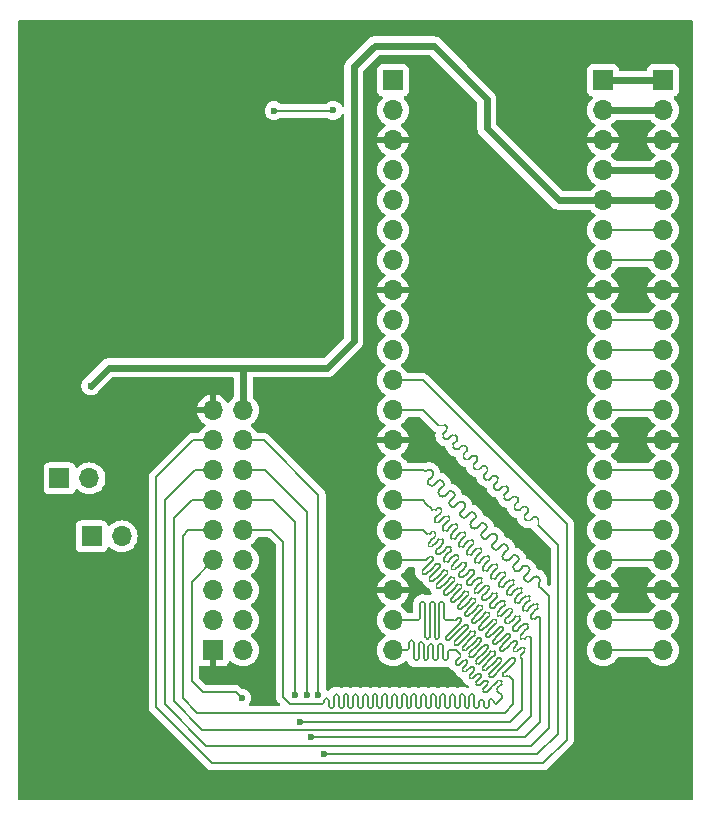
<source format=gbr>
%TF.GenerationSoftware,KiCad,Pcbnew,8.0.5*%
%TF.CreationDate,2024-10-03T22:49:54+01:00*%
%TF.ProjectId,OV7670 pico board,4f563736-3730-4207-9069-636f20626f61,rev?*%
%TF.SameCoordinates,Original*%
%TF.FileFunction,Copper,L1,Top*%
%TF.FilePolarity,Positive*%
%FSLAX46Y46*%
G04 Gerber Fmt 4.6, Leading zero omitted, Abs format (unit mm)*
G04 Created by KiCad (PCBNEW 8.0.5) date 2024-10-03 22:49:54*
%MOMM*%
%LPD*%
G01*
G04 APERTURE LIST*
%TA.AperFunction,ComponentPad*%
%ADD10O,1.700000X1.700000*%
%TD*%
%TA.AperFunction,ComponentPad*%
%ADD11R,1.700000X1.700000*%
%TD*%
%TA.AperFunction,ViaPad*%
%ADD12C,0.600000*%
%TD*%
%TA.AperFunction,Conductor*%
%ADD13C,0.200000*%
%TD*%
%TA.AperFunction,Conductor*%
%ADD14C,0.600000*%
%TD*%
G04 APERTURE END LIST*
D10*
%TO.P,J7,2,Pin_2*%
%TO.N,3.3V*%
X185110000Y-92130000D03*
D11*
%TO.P,J7,1,Pin_1*%
%TO.N,SCL*%
X182570000Y-92130000D03*
%TD*%
%TO.P,J6,1,Pin_1*%
%TO.N,3.3V*%
X185290000Y-97040000D03*
D10*
%TO.P,J6,2,Pin_2*%
%TO.N,SDA*%
X187830000Y-97040000D03*
%TD*%
D11*
%TO.P,J3,1,Pin_1*%
%TO.N,SDA*%
X210820000Y-58420000D03*
D10*
%TO.P,J3,2,Pin_2*%
%TO.N,SCL*%
X210820000Y-60960000D03*
%TO.P,J3,3,Pin_3*%
%TO.N,GND*%
X210820000Y-63500000D03*
%TO.P,J3,4,Pin_4*%
%TO.N,unconnected-(J3-Pin_4-Pad4)*%
X210820000Y-66040000D03*
%TO.P,J3,5,Pin_5*%
%TO.N,unconnected-(J3-Pin_5-Pad5)*%
X210820000Y-68580000D03*
%TO.P,J3,6,Pin_6*%
%TO.N,unconnected-(J3-Pin_6-Pad6)*%
X210820000Y-71120000D03*
%TO.P,J3,7,Pin_7*%
%TO.N,HS*%
X210820000Y-73660000D03*
%TO.P,J3,8,Pin_8*%
%TO.N,GND*%
X210820000Y-76200000D03*
%TO.P,J3,9,Pin_9*%
%TO.N,VS*%
X210820000Y-78740000D03*
%TO.P,J3,10,Pin_10*%
%TO.N,PLK*%
X210820000Y-81280000D03*
%TO.P,J3,11,Pin_11*%
%TO.N,D0*%
X210820000Y-83820000D03*
%TO.P,J3,12,Pin_12*%
%TO.N,D1*%
X210820000Y-86360000D03*
%TO.P,J3,13,Pin_13*%
%TO.N,GND*%
X210820000Y-88900000D03*
%TO.P,J3,14,Pin_14*%
%TO.N,D2*%
X210820000Y-91440000D03*
%TO.P,J3,15,Pin_15*%
%TO.N,D3*%
X210820000Y-93980000D03*
%TO.P,J3,16,Pin_16*%
%TO.N,D4*%
X210820000Y-96520000D03*
%TO.P,J3,17,Pin_17*%
%TO.N,D5*%
X210820000Y-99060000D03*
%TO.P,J3,18,Pin_18*%
%TO.N,GND*%
X210820000Y-101600000D03*
%TO.P,J3,19,Pin_19*%
%TO.N,D6*%
X210820000Y-104140000D03*
%TO.P,J3,20,Pin_20*%
%TO.N,D7*%
X210820000Y-106680000D03*
%TD*%
D11*
%TO.P,J1,1,Pin_1*%
%TO.N,GND*%
X195580000Y-106680000D03*
D10*
%TO.P,J1,2,Pin_2*%
%TO.N,3.3V*%
X198120000Y-106680000D03*
%TO.P,J1,3,Pin_3*%
%TO.N,SDA*%
X195580000Y-104140000D03*
%TO.P,J1,4,Pin_4*%
%TO.N,SCL*%
X198120000Y-104140000D03*
%TO.P,J1,5,Pin_5*%
%TO.N,HS*%
X195580000Y-101600000D03*
%TO.P,J1,6,Pin_6*%
%TO.N,VS*%
X198120000Y-101600000D03*
%TO.P,J1,7,Pin_7*%
%TO.N,XLK*%
X195580000Y-99060000D03*
%TO.P,J1,8,Pin_8*%
%TO.N,PLK*%
X198120000Y-99060000D03*
%TO.P,J1,9,Pin_9*%
%TO.N,D6*%
X195580000Y-96520000D03*
%TO.P,J1,10,Pin_10*%
%TO.N,D7*%
X198120000Y-96520000D03*
%TO.P,J1,11,Pin_11*%
%TO.N,D4*%
X195580000Y-93980000D03*
%TO.P,J1,12,Pin_12*%
%TO.N,D5*%
X198120000Y-93980000D03*
%TO.P,J1,13,Pin_13*%
%TO.N,D2*%
X195580000Y-91440000D03*
%TO.P,J1,14,Pin_14*%
%TO.N,D3*%
X198120000Y-91440000D03*
%TO.P,J1,15,Pin_15*%
%TO.N,D0*%
X195580000Y-88900000D03*
%TO.P,J1,16,Pin_16*%
%TO.N,D1*%
X198120000Y-88900000D03*
%TO.P,J1,17,Pin_17*%
%TO.N,GND*%
X195580000Y-86360000D03*
%TO.P,J1,18,Pin_18*%
%TO.N,3.3V*%
X198120000Y-86360000D03*
%TD*%
D11*
%TO.P,J2,1,Pin_1*%
%TO.N,Net-(J2-Pin_1)*%
X233680000Y-58420000D03*
D10*
%TO.P,J2,2,Pin_2*%
%TO.N,Net-(J2-Pin_2)*%
X233680000Y-60960000D03*
%TO.P,J2,3,Pin_3*%
%TO.N,GND*%
X233680000Y-63500000D03*
%TO.P,J2,4,Pin_4*%
%TO.N,Net-(J2-Pin_4)*%
X233680000Y-66040000D03*
%TO.P,J2,5,Pin_5*%
%TO.N,3.3V*%
X233680000Y-68580000D03*
%TO.P,J2,6,Pin_6*%
%TO.N,Net-(J2-Pin_6)*%
X233680000Y-71120000D03*
%TO.P,J2,7,Pin_7*%
%TO.N,Net-(J2-Pin_7)*%
X233680000Y-73660000D03*
%TO.P,J2,8,Pin_8*%
%TO.N,GND*%
X233680000Y-76200000D03*
%TO.P,J2,9,Pin_9*%
%TO.N,Net-(J2-Pin_9)*%
X233680000Y-78740000D03*
%TO.P,J2,10,Pin_10*%
%TO.N,Net-(J2-Pin_10)*%
X233680000Y-81280000D03*
%TO.P,J2,11,Pin_11*%
%TO.N,Net-(J2-Pin_11)*%
X233680000Y-83820000D03*
%TO.P,J2,12,Pin_12*%
%TO.N,Net-(J2-Pin_12)*%
X233680000Y-86360000D03*
%TO.P,J2,13,Pin_13*%
%TO.N,GND*%
X233680000Y-88900000D03*
%TO.P,J2,14,Pin_14*%
%TO.N,XLK*%
X233680000Y-91440000D03*
%TO.P,J2,15,Pin_15*%
%TO.N,Net-(J2-Pin_15)*%
X233680000Y-93980000D03*
%TO.P,J2,16,Pin_16*%
%TO.N,Net-(J2-Pin_16)*%
X233680000Y-96520000D03*
%TO.P,J2,17,Pin_17*%
%TO.N,Net-(J2-Pin_17)*%
X233680000Y-99060000D03*
%TO.P,J2,18,Pin_18*%
%TO.N,GND*%
X233680000Y-101600000D03*
%TO.P,J2,19,Pin_19*%
%TO.N,Net-(J2-Pin_19)*%
X233680000Y-104140000D03*
%TO.P,J2,20,Pin_20*%
%TO.N,Net-(J2-Pin_20)*%
X233680000Y-106680000D03*
%TD*%
D11*
%TO.P,J4,1,Pin_1*%
%TO.N,Net-(J2-Pin_1)*%
X228600000Y-58420000D03*
D10*
%TO.P,J4,2,Pin_2*%
%TO.N,Net-(J2-Pin_2)*%
X228600000Y-60960000D03*
%TO.P,J4,3,Pin_3*%
%TO.N,GND*%
X228600000Y-63500000D03*
%TO.P,J4,4,Pin_4*%
%TO.N,Net-(J2-Pin_4)*%
X228600000Y-66040000D03*
%TO.P,J4,5,Pin_5*%
%TO.N,3.3V*%
X228600000Y-68580000D03*
%TO.P,J4,6,Pin_6*%
%TO.N,Net-(J2-Pin_6)*%
X228600000Y-71120000D03*
%TO.P,J4,7,Pin_7*%
%TO.N,Net-(J2-Pin_7)*%
X228600000Y-73660000D03*
%TO.P,J4,8,Pin_8*%
%TO.N,GND*%
X228600000Y-76200000D03*
%TO.P,J4,9,Pin_9*%
%TO.N,Net-(J2-Pin_9)*%
X228600000Y-78740000D03*
%TO.P,J4,10,Pin_10*%
%TO.N,Net-(J2-Pin_10)*%
X228600000Y-81280000D03*
%TO.P,J4,11,Pin_11*%
%TO.N,Net-(J2-Pin_11)*%
X228600000Y-83820000D03*
%TO.P,J4,12,Pin_12*%
%TO.N,Net-(J2-Pin_12)*%
X228600000Y-86360000D03*
%TO.P,J4,13,Pin_13*%
%TO.N,GND*%
X228600000Y-88900000D03*
%TO.P,J4,14,Pin_14*%
%TO.N,XLK*%
X228600000Y-91440000D03*
%TO.P,J4,15,Pin_15*%
%TO.N,Net-(J2-Pin_15)*%
X228600000Y-93980000D03*
%TO.P,J4,16,Pin_16*%
%TO.N,Net-(J2-Pin_16)*%
X228600000Y-96520000D03*
%TO.P,J4,17,Pin_17*%
%TO.N,Net-(J2-Pin_17)*%
X228600000Y-99060000D03*
%TO.P,J4,18,Pin_18*%
%TO.N,GND*%
X228600000Y-101600000D03*
%TO.P,J4,19,Pin_19*%
%TO.N,Net-(J2-Pin_19)*%
X228600000Y-104140000D03*
%TO.P,J4,20,Pin_20*%
%TO.N,Net-(J2-Pin_20)*%
X228600000Y-106680000D03*
%TD*%
D12*
%TO.N,GND*%
X188560000Y-118510000D03*
X183500000Y-104270000D03*
X209060000Y-62470000D03*
X201160000Y-84410000D03*
X194170000Y-54690000D03*
X223960000Y-54920000D03*
X206010000Y-88000000D03*
X226560000Y-114760000D03*
X231000000Y-75150000D03*
X231060000Y-77320000D03*
X188770000Y-106160000D03*
X220520000Y-59390000D03*
X217050000Y-60670000D03*
X180950000Y-65510000D03*
X231860000Y-113110000D03*
X179980000Y-118300000D03*
X211500000Y-54090000D03*
X213310000Y-67850000D03*
X231060000Y-88040000D03*
X181610000Y-54610000D03*
X183890000Y-79730000D03*
X235890000Y-82210000D03*
X209200000Y-109160000D03*
X194830000Y-117310000D03*
X231110000Y-102630000D03*
X205170000Y-56990000D03*
X192450000Y-88110000D03*
X213520000Y-57270000D03*
X199790000Y-110520000D03*
X208280000Y-85460000D03*
X231000000Y-89950000D03*
X200280000Y-104060000D03*
X189710000Y-76370000D03*
X220060000Y-95680000D03*
X186730000Y-100030000D03*
X202840000Y-117420000D03*
X203780000Y-62620000D03*
X234950000Y-118110000D03*
X213120000Y-62080000D03*
X235730000Y-100520000D03*
X226140000Y-91900000D03*
X189480000Y-88500000D03*
X183890000Y-89030000D03*
X224130000Y-70530000D03*
X200630000Y-87860000D03*
X217120000Y-63350000D03*
X213710000Y-109040000D03*
X193520000Y-61250000D03*
X223600000Y-91900000D03*
X212880000Y-82740000D03*
X206000000Y-71540000D03*
X209060000Y-72280000D03*
X208930000Y-59670000D03*
X221120000Y-96640000D03*
X213370000Y-89350000D03*
X181220000Y-109460000D03*
X205020000Y-80750000D03*
X186120000Y-67700000D03*
X200000000Y-78430000D03*
X226460000Y-70710000D03*
X189410000Y-100390000D03*
X192070000Y-81120000D03*
X200030000Y-97730000D03*
X206160000Y-62620000D03*
X226000000Y-66710000D03*
X217870000Y-73190000D03*
X220100000Y-79870000D03*
X208350000Y-105900000D03*
X234980000Y-109090000D03*
X205220000Y-84410000D03*
X202690000Y-59460000D03*
X205800000Y-93060000D03*
X226670000Y-100430000D03*
X180330000Y-88500000D03*
X234950000Y-54610000D03*
X235810000Y-66140000D03*
X192560000Y-84890000D03*
X187910000Y-59580000D03*
X202010000Y-67530000D03*
X205710000Y-75920000D03*
X224600000Y-117310000D03*
X216690000Y-117360000D03*
X183630000Y-100390000D03*
X222850000Y-85080000D03*
X231110000Y-100620000D03*
X195340000Y-71220000D03*
X212790000Y-101470000D03*
X218580000Y-81570000D03*
X226600000Y-96070000D03*
X209060000Y-67430000D03*
X230970000Y-62470000D03*
X186740000Y-114500000D03*
X219330000Y-87670000D03*
X180370000Y-77720000D03*
X205910000Y-103710000D03*
X226440000Y-80080000D03*
X189550000Y-103820000D03*
X189560000Y-109790000D03*
X227120000Y-109160000D03*
X212960000Y-77380000D03*
X231070000Y-64590000D03*
X180130000Y-101050000D03*
X196690000Y-75870000D03*
X199930000Y-59570000D03*
X191300000Y-68600000D03*
X186480000Y-85370000D03*
X226780000Y-105630000D03*
%TO.N,3.3V*%
X185215000Y-84285000D03*
%TO.N,D5*%
X202900000Y-112750000D03*
X202500000Y-110500000D03*
%TO.N,D1*%
X205000000Y-115500000D03*
X204500000Y-110500000D03*
%TO.N,D3*%
X203900000Y-114000000D03*
X203500000Y-110500000D03*
%TO.N,SCL*%
X205750000Y-60960000D03*
X200750000Y-61000000D03*
%TO.N,XLK*%
X198000000Y-110750000D03*
%TD*%
D13*
%TO.N,GND*%
X228600000Y-76200000D02*
X233680000Y-76200000D01*
X228600000Y-63500000D02*
X233680000Y-63500000D01*
X228600000Y-101600000D02*
X233680000Y-101600000D01*
X228600000Y-88900000D02*
X233680000Y-88900000D01*
%TO.N,D6*%
X217710188Y-105950189D02*
X217710189Y-105950189D01*
X217837468Y-107746240D02*
X217894036Y-107802808D01*
X216861662Y-105101662D02*
X216034347Y-105928976D01*
X219124402Y-107364401D02*
X219124402Y-107364402D01*
X220135561Y-108842252D02*
X220192129Y-108898820D01*
X216592964Y-104238995D02*
X216409115Y-104422841D01*
X219690087Y-107930086D02*
X219690087Y-107930087D01*
X193000000Y-97000000D02*
X193480000Y-96520000D01*
X219972928Y-108212929D02*
X219972929Y-108212929D01*
X218685995Y-108368493D02*
X219407243Y-107647244D01*
X219987071Y-107633101D02*
X219690087Y-107930086D01*
X218968838Y-108877610D02*
X219025406Y-108934178D01*
X216578819Y-104818819D02*
X216875802Y-104521833D01*
X218290016Y-105936046D02*
X217993032Y-106233031D01*
X210820000Y-104140000D02*
X212963968Y-104140000D01*
X220418403Y-108898820D02*
X220425474Y-108891748D01*
X219930503Y-107350259D02*
X219987071Y-107406827D01*
X218841559Y-107081559D02*
X219138542Y-106784573D01*
X217427347Y-105667346D02*
X217427347Y-105667347D01*
X214723968Y-104140000D02*
X214723968Y-103980000D01*
X220142632Y-108608907D02*
X220135561Y-108615978D01*
X216295978Y-104535978D02*
X215291886Y-105540069D01*
X213523968Y-103980000D02*
X213523968Y-104140000D01*
X218403153Y-108311925D02*
X218459721Y-108368493D01*
X218558717Y-106798716D02*
X218558717Y-106798717D01*
X219407243Y-107647244D02*
X219407244Y-107647244D01*
X213923968Y-105560000D02*
X213923968Y-104140000D01*
X217993032Y-106233031D02*
X217993032Y-106233032D01*
X221000000Y-109240000D02*
X221000000Y-109500000D01*
X219421386Y-107067416D02*
X219124402Y-107364401D01*
X218855701Y-106501731D02*
X218558717Y-106798716D01*
X218275874Y-106515874D02*
X218572857Y-106218888D01*
X218275873Y-106515874D02*
X218275874Y-106515874D01*
X214723968Y-105560000D02*
X214723968Y-104140000D01*
X214323968Y-104140000D02*
X214323968Y-105560000D01*
X219364818Y-106784574D02*
X219421386Y-106841142D01*
X216706098Y-106614870D02*
X216762666Y-106671438D01*
X217144504Y-105384504D02*
X217441487Y-105087518D01*
X219251680Y-108934178D02*
X219972928Y-108212929D01*
X217158646Y-104804676D02*
X216861662Y-105101661D01*
X216536396Y-103956153D02*
X216592964Y-104012721D01*
X216126274Y-104140000D02*
X216310122Y-103956153D01*
X221118442Y-107633101D02*
X220255770Y-108495770D01*
X213523968Y-104140000D02*
X213523968Y-105560000D01*
X216034347Y-106155251D02*
X216090915Y-106211819D01*
X217993032Y-106233032D02*
X217271783Y-106954280D01*
X214083968Y-102560000D02*
X214163968Y-102560000D01*
X217271783Y-107180555D02*
X217328351Y-107237123D01*
X218558717Y-106798717D02*
X217837468Y-107519965D01*
X220651748Y-108891748D02*
X220708318Y-108948318D01*
X218799133Y-106218889D02*
X218855701Y-106275457D01*
X219690087Y-107930087D02*
X218968838Y-108651335D01*
X214883968Y-102560000D02*
X214963968Y-102560000D01*
X216861662Y-105101661D02*
X216861662Y-105101662D01*
X215363968Y-104140000D02*
X215900000Y-104140000D01*
X216409115Y-104422841D02*
X216295978Y-104535978D01*
X214723968Y-103980000D02*
X214723968Y-102720000D01*
X213683968Y-105720000D02*
X213763968Y-105720000D01*
X213123968Y-103980000D02*
X213123968Y-102720000D01*
X213923968Y-104140000D02*
X213923968Y-102720000D01*
X193000000Y-110750000D02*
X193000000Y-97000000D01*
X217724331Y-105370361D02*
X217427347Y-105667346D01*
X220255770Y-108495770D02*
X220142632Y-108608907D01*
X214483968Y-105720000D02*
X214563968Y-105720000D01*
X220250000Y-112000000D02*
X194250000Y-112000000D01*
X217667763Y-105087519D02*
X217724331Y-105144087D01*
X221000000Y-109500000D02*
X221000000Y-111250000D01*
X213283968Y-102560000D02*
X213363968Y-102560000D01*
X193480000Y-96520000D02*
X195580000Y-96520000D01*
X219972929Y-108212929D02*
X220835598Y-107350257D01*
X194250000Y-112000000D02*
X193000000Y-110750000D01*
X214323968Y-102720000D02*
X214323968Y-104140000D01*
X221061874Y-107350259D02*
X221118442Y-107406827D01*
X215291886Y-105766343D02*
X215348454Y-105822911D01*
X216988940Y-106671438D02*
X217710188Y-105950189D01*
X220708318Y-108948318D02*
X221000000Y-109240000D01*
X215283968Y-104140000D02*
X215363968Y-104140000D01*
X221000000Y-111250000D02*
X220250000Y-112000000D01*
X215123968Y-102720000D02*
X215123968Y-103980000D01*
X217710189Y-105950189D02*
X218007172Y-105653203D01*
X219407244Y-107647244D02*
X219704227Y-107350258D01*
X217144503Y-105384504D02*
X217144504Y-105384504D01*
X218841558Y-107081559D02*
X218841559Y-107081559D01*
X217554625Y-107237123D02*
X218275873Y-106515874D01*
X219124402Y-107364402D02*
X218403153Y-108085650D01*
X217427347Y-105667347D02*
X216706098Y-106388595D01*
X218120310Y-107802808D02*
X218841558Y-107081559D01*
X216317189Y-106211819D02*
X217144503Y-105384504D01*
X215574728Y-105822911D02*
X216578819Y-104818819D01*
X218233448Y-105653204D02*
X218290016Y-105709772D01*
X217102078Y-104521834D02*
X217158646Y-104578402D01*
X213523968Y-102720000D02*
X213523968Y-103980000D01*
X216592964Y-104012721D02*
G75*
G02*
X216593006Y-104239037I-113164J-113179D01*
G01*
X215348454Y-105822911D02*
G75*
G03*
X215574728Y-105822911I113137J113137D01*
G01*
X216762666Y-106671438D02*
G75*
G03*
X216988940Y-106671438I113137J113137D01*
G01*
X215291886Y-105540069D02*
G75*
G03*
X215291892Y-105766337I113114J-113131D01*
G01*
X213123968Y-102720000D02*
G75*
G02*
X213283968Y-102559968I160032J0D01*
G01*
X219704227Y-107350258D02*
G75*
G02*
X219930538Y-107350223I113173J-113142D01*
G01*
X218403153Y-108085650D02*
G75*
G03*
X218403140Y-108311937I113147J-113150D01*
G01*
X212963968Y-104140000D02*
G75*
G03*
X213124000Y-103980000I32J160000D01*
G01*
X218572857Y-106218888D02*
G75*
G02*
X218799139Y-106218884I113143J-113112D01*
G01*
X218855701Y-106275457D02*
G75*
G02*
X218855707Y-106501737I-113101J-113143D01*
G01*
X219421386Y-106841142D02*
G75*
G02*
X219421407Y-107067437I-113186J-113158D01*
G01*
X220135561Y-108615978D02*
G75*
G03*
X220135576Y-108842237I113139J-113122D01*
G01*
X214963968Y-102560000D02*
G75*
G02*
X215124000Y-102720000I32J-160000D01*
G01*
X217724331Y-105144087D02*
G75*
G02*
X217724307Y-105370337I-113131J-113113D01*
G01*
X221118442Y-107406827D02*
G75*
G02*
X221118478Y-107633137I-113142J-113173D01*
G01*
X219138542Y-106784573D02*
G75*
G02*
X219364839Y-106784553I113158J-113127D01*
G01*
X218007172Y-105653203D02*
G75*
G02*
X218233438Y-105653213I113128J-113097D01*
G01*
X217158646Y-104578402D02*
G75*
G02*
X217158607Y-104804637I-113146J-113098D01*
G01*
X219025406Y-108934178D02*
G75*
G03*
X219251680Y-108934178I113137J113137D01*
G01*
X217441487Y-105087518D02*
G75*
G02*
X217667739Y-105087543I113113J-113182D01*
G01*
X216706098Y-106388595D02*
G75*
G03*
X216706130Y-106614837I113102J-113105D01*
G01*
X220835598Y-107350257D02*
G75*
G02*
X221061839Y-107350294I113102J-113143D01*
G01*
X213763968Y-105720000D02*
G75*
G03*
X213924000Y-105560000I32J160000D01*
G01*
X220192129Y-108898820D02*
G75*
G03*
X220418403Y-108898820I113137J113137D01*
G01*
X218459721Y-108368493D02*
G75*
G03*
X218685995Y-108368493I113137J113137D01*
G01*
X216034347Y-105928976D02*
G75*
G03*
X216034360Y-106155238I113153J-113124D01*
G01*
X214323968Y-105560000D02*
G75*
G03*
X214483968Y-105720032I160032J0D01*
G01*
X215123968Y-103980000D02*
G75*
G03*
X215283968Y-104140032I160032J0D01*
G01*
X214163968Y-102560000D02*
G75*
G02*
X214324000Y-102720000I32J-160000D01*
G01*
X217837468Y-107519965D02*
G75*
G03*
X217837470Y-107746237I113132J-113135D01*
G01*
X213363968Y-102560000D02*
G75*
G02*
X213524000Y-102720000I32J-160000D01*
G01*
X219987071Y-107406827D02*
G75*
G02*
X219987107Y-107633137I-113171J-113173D01*
G01*
X214563968Y-105720000D02*
G75*
G03*
X214724000Y-105560000I32J160000D01*
G01*
X213923968Y-102720000D02*
G75*
G02*
X214083968Y-102559968I160032J0D01*
G01*
X216310122Y-103956153D02*
G75*
G02*
X216536396Y-103956153I113137J-113137D01*
G01*
X217271783Y-106954280D02*
G75*
G03*
X217271800Y-107180537I113117J-113120D01*
G01*
X217328351Y-107237123D02*
G75*
G03*
X217554625Y-107237123I113137J113137D01*
G01*
X214723968Y-102720000D02*
G75*
G02*
X214883968Y-102559968I160032J0D01*
G01*
X216090915Y-106211819D02*
G75*
G03*
X216317189Y-106211819I113137J113137D01*
G01*
X218290016Y-105709772D02*
G75*
G02*
X218290007Y-105936037I-113116J-113128D01*
G01*
X218968838Y-108651335D02*
G75*
G03*
X218968810Y-108877637I113162J-113165D01*
G01*
X216875802Y-104521833D02*
G75*
G02*
X217102039Y-104521873I113098J-113167D01*
G01*
X220425474Y-108891748D02*
G75*
G02*
X220651748Y-108891748I113137J-113137D01*
G01*
X217894036Y-107802808D02*
G75*
G03*
X218120310Y-107802808I113137J113137D01*
G01*
X215900000Y-104140000D02*
G75*
G03*
X216126274Y-104140000I113137J113137D01*
G01*
X213523968Y-105560000D02*
G75*
G03*
X213683968Y-105720032I160032J0D01*
G01*
%TO.N,D2*%
X216980378Y-95406861D02*
X217153619Y-95233619D01*
X217153619Y-95233619D02*
X217326859Y-95060376D01*
X218058713Y-96138713D02*
X218231953Y-95965470D01*
X219243112Y-98016077D02*
X219349178Y-98122143D01*
X221505848Y-99932331D02*
X221679089Y-99759089D01*
X214890884Y-92970884D02*
X214717642Y-93144125D01*
X219589597Y-97323114D02*
X219416354Y-97496354D01*
X217432924Y-96205889D02*
X217538990Y-96311955D01*
X221679089Y-99759089D02*
X221852329Y-99585846D01*
X217673343Y-95060378D02*
X217779409Y-95166444D01*
X219868901Y-97948901D02*
X220042141Y-97775658D01*
X221958394Y-100731359D02*
X222064460Y-100837425D01*
X215343431Y-93423431D02*
X215516671Y-93250188D01*
X214265096Y-92691579D02*
X214438337Y-92518337D01*
X222198813Y-99585848D02*
X222304879Y-99691914D01*
X214717642Y-93490607D02*
X214823708Y-93596673D01*
X218578437Y-95965472D02*
X218684503Y-96071538D01*
X222304879Y-100038396D02*
X222131636Y-100211636D01*
X210820000Y-91440000D02*
X213360000Y-91440000D01*
X220600754Y-99027237D02*
X220773995Y-98853995D01*
X216527830Y-95300795D02*
X216633896Y-95406861D01*
X216768249Y-94155284D02*
X216874315Y-94261350D01*
X224000000Y-102080000D02*
X224000000Y-113250000D01*
X191500000Y-94000000D02*
X194060000Y-91440000D01*
X218684503Y-96418020D02*
X218511260Y-96591260D01*
X220148206Y-98921171D02*
X220254272Y-99027237D01*
X213812548Y-92585513D02*
X213918614Y-92691579D01*
X218790566Y-97217049D02*
X218963807Y-97043807D01*
X213985790Y-92065790D02*
X213812548Y-92239031D01*
X220494691Y-98228208D02*
X220321448Y-98401448D01*
X215969221Y-93702738D02*
X215795978Y-93875978D01*
X195000000Y-114750000D02*
X191500000Y-111250000D01*
X223520000Y-101600000D02*
X224000000Y-102080000D01*
X214159030Y-91892548D02*
X213985789Y-92065790D01*
X194060000Y-91440000D02*
X195580000Y-91440000D01*
X217885472Y-96311955D02*
X218058713Y-96138713D01*
X221226542Y-99306542D02*
X221053300Y-99479783D01*
X215064127Y-92797644D02*
X214890884Y-92970884D01*
X218511260Y-96591260D02*
X218338018Y-96764501D01*
X216874315Y-94607832D02*
X216701072Y-94781072D01*
X215795978Y-93875978D02*
X215622736Y-94049219D01*
X220773995Y-98853995D02*
X220947235Y-98680752D01*
X216701072Y-94781072D02*
X216527830Y-94954313D01*
X224000000Y-113250000D02*
X222500000Y-114750000D01*
X218963807Y-97043807D02*
X219137047Y-96870564D01*
X220321448Y-98401448D02*
X220148206Y-98574689D01*
X216248525Y-94328525D02*
X216421765Y-94155282D01*
X219416354Y-97496354D02*
X219243112Y-97669595D01*
X221399785Y-99133302D02*
X221226542Y-99306542D01*
X222410942Y-100837425D02*
X222584183Y-100664183D01*
X222131636Y-100211636D02*
X221958394Y-100384877D01*
X214438337Y-92518337D02*
X214611577Y-92345094D01*
X217779409Y-95512926D02*
X217606166Y-95686166D01*
X221053300Y-99826265D02*
X221159366Y-99932331D01*
X214052964Y-91440000D02*
X214159030Y-91546066D01*
X222500000Y-114750000D02*
X195000000Y-114750000D01*
X223103907Y-100490942D02*
X223209973Y-100597008D01*
X215170190Y-93596673D02*
X215343431Y-93423431D01*
X219483531Y-96870566D02*
X219589597Y-96976632D01*
X219695660Y-98122143D02*
X219868901Y-97948901D01*
X191500000Y-111250000D02*
X191500000Y-94000000D01*
X218338018Y-97110983D02*
X218444084Y-97217049D01*
X215622736Y-94395701D02*
X215728802Y-94501767D01*
X223209973Y-101289972D02*
X223316038Y-101396038D01*
X213985789Y-92065790D02*
X213985790Y-92065790D01*
X222584183Y-100664183D02*
X222757423Y-100490940D01*
X217606166Y-95686166D02*
X217432924Y-95859407D01*
X216075284Y-94501767D02*
X216248525Y-94328525D01*
X220388625Y-97775660D02*
X220494691Y-97881726D01*
X214958061Y-92345096D02*
X215064127Y-92451162D01*
X223316038Y-101396038D02*
X223520000Y-101600000D01*
X221293719Y-98680754D02*
X221399785Y-98786820D01*
X215863155Y-93250190D02*
X215969221Y-93356256D01*
X218231953Y-95965470D02*
G75*
G02*
X218578443Y-95965466I173247J-173230D01*
G01*
X220042141Y-97775658D02*
G75*
G02*
X220388643Y-97775642I173259J-173242D01*
G01*
X218338018Y-96764501D02*
G75*
G03*
X218338060Y-97110941I173282J-173199D01*
G01*
X215622736Y-94049219D02*
G75*
G03*
X215622696Y-94395741I173264J-173281D01*
G01*
X214611577Y-92345094D02*
G75*
G02*
X214958043Y-92345114I173223J-173206D01*
G01*
X214717642Y-93144125D02*
G75*
G03*
X214717608Y-93490641I173258J-173275D01*
G01*
X221852329Y-99585846D02*
G75*
G02*
X222198843Y-99585818I173271J-173254D01*
G01*
X215516671Y-93250188D02*
G75*
G02*
X215863143Y-93250202I173229J-173212D01*
G01*
X218684503Y-96071538D02*
G75*
G02*
X218684524Y-96418041I-173203J-173262D01*
G01*
X213918614Y-92691579D02*
G75*
G03*
X214265096Y-92691579I173241J173240D01*
G01*
X219589597Y-96976632D02*
G75*
G02*
X219589624Y-97323141I-173197J-173268D01*
G01*
X215064127Y-92451162D02*
G75*
G02*
X215064124Y-92797641I-173227J-173238D01*
G01*
X215969221Y-93356256D02*
G75*
G02*
X215969224Y-93702741I-173221J-173244D01*
G01*
X217538990Y-96311955D02*
G75*
G03*
X217885472Y-96311955I173241J173240D01*
G01*
X222064460Y-100837425D02*
G75*
G03*
X222410942Y-100837425I173241J173240D01*
G01*
X220494691Y-97881726D02*
G75*
G02*
X220494724Y-98228241I-173191J-173274D01*
G01*
X221399785Y-98786820D02*
G75*
G02*
X221399824Y-99133341I-173285J-173280D01*
G01*
X219349178Y-98122143D02*
G75*
G03*
X219695660Y-98122143I173241J173240D01*
G01*
X216421765Y-94155282D02*
G75*
G02*
X216768243Y-94155290I173235J-173218D01*
G01*
X218444084Y-97217049D02*
G75*
G03*
X218790566Y-97217049I173241J173240D01*
G01*
X213360000Y-91440000D02*
G75*
G03*
X213706482Y-91440000I173241J173240D01*
G01*
X223209973Y-100597008D02*
G75*
G02*
X223209924Y-100943441I-173273J-173192D01*
G01*
X214823708Y-93596673D02*
G75*
G03*
X215170190Y-93596673I173241J173240D01*
G01*
X219243112Y-97669595D02*
G75*
G03*
X219243148Y-98016041I173288J-173205D01*
G01*
X217326859Y-95060376D02*
G75*
G02*
X217673343Y-95060378I173241J-173224D01*
G01*
X222757423Y-100490940D02*
G75*
G02*
X223103943Y-100490906I173277J-173260D01*
G01*
X216874315Y-94261350D02*
G75*
G02*
X216874324Y-94607841I-173215J-173250D01*
G01*
X221159366Y-99932331D02*
G75*
G03*
X221505848Y-99932331I173241J173240D01*
G01*
X213706482Y-91440000D02*
G75*
G02*
X214052964Y-91440000I173241J-173240D01*
G01*
X217779409Y-95166444D02*
G75*
G02*
X217779424Y-95512941I-173209J-173256D01*
G01*
X220254272Y-99027237D02*
G75*
G03*
X220600754Y-99027237I173241J173240D01*
G01*
X216633896Y-95406861D02*
G75*
G03*
X216980378Y-95406861I173241J173240D01*
G01*
X215728802Y-94501767D02*
G75*
G03*
X216075284Y-94501767I173241J173240D01*
G01*
X219137047Y-96870564D02*
G75*
G02*
X219483543Y-96870554I173253J-173236D01*
G01*
X220947235Y-98680752D02*
G75*
G02*
X221293743Y-98680730I173265J-173248D01*
G01*
X221958394Y-100384877D02*
G75*
G03*
X221958412Y-100731341I173206J-173223D01*
G01*
X223209973Y-100943490D02*
G75*
G03*
X223210004Y-101289941I173227J-173210D01*
G01*
X213812548Y-92239031D02*
G75*
G03*
X213812520Y-92585541I173252J-173269D01*
G01*
X217432924Y-95859407D02*
G75*
G03*
X217432972Y-96205841I173276J-173193D01*
G01*
X221053300Y-99479783D02*
G75*
G03*
X221053324Y-99826241I173200J-173217D01*
G01*
X220148206Y-98574689D02*
G75*
G03*
X220148236Y-98921141I173194J-173211D01*
G01*
X222304879Y-99691914D02*
G75*
G02*
X222304924Y-100038441I-173279J-173286D01*
G01*
X214159030Y-91546066D02*
G75*
G02*
X214159023Y-91892541I-173230J-173234D01*
G01*
X216527830Y-94954313D02*
G75*
G03*
X216527784Y-95300841I173270J-173287D01*
G01*
D14*
%TO.N,3.3V*%
X207500000Y-80500000D02*
X207500000Y-57250000D01*
X198120000Y-86360000D02*
X198120000Y-82770000D01*
X198120000Y-82770000D02*
X198140000Y-82750000D01*
X218750000Y-62500000D02*
X224830000Y-68580000D01*
D13*
X228520000Y-68500000D02*
X228600000Y-68580000D01*
D14*
X207500000Y-57250000D02*
X209250000Y-55500000D01*
X185215000Y-84285000D02*
X186750000Y-82750000D01*
X218750000Y-60000000D02*
X218750000Y-62500000D01*
X224830000Y-68580000D02*
X228600000Y-68580000D01*
X205250000Y-82750000D02*
X207500000Y-80500000D01*
X214250000Y-55500000D02*
X218750000Y-60000000D01*
X198140000Y-82750000D02*
X205250000Y-82750000D01*
X209250000Y-55500000D02*
X214250000Y-55500000D01*
X228600000Y-68580000D02*
X233680000Y-68580000D01*
D13*
X198120000Y-106680000D02*
X198000000Y-106800000D01*
D14*
X186750000Y-82750000D02*
X198140000Y-82750000D01*
D13*
%TO.N,D5*%
X214963710Y-100663710D02*
X214516818Y-101110601D01*
X216892682Y-103724053D02*
X216952078Y-103783449D01*
X219565530Y-106159313D02*
X220012421Y-105712421D01*
X217339574Y-103039574D02*
X216892682Y-103486465D01*
X221022164Y-106722164D02*
X221081562Y-106781562D01*
X219418455Y-105118455D02*
X219829990Y-104706917D01*
X213922852Y-100754223D02*
X213982248Y-100813619D01*
X213775777Y-99475778D02*
X213775778Y-99475778D01*
X218974399Y-103780616D02*
X218527506Y-104227506D01*
X220720942Y-105597869D02*
X220309404Y-106009404D01*
X219121472Y-104821472D02*
X218674580Y-105268363D01*
X216151642Y-101851642D02*
X215704750Y-102298533D01*
X216004569Y-100810786D02*
X215557676Y-101257676D01*
X217192501Y-101998718D02*
X216745608Y-102445608D01*
X214072761Y-99772761D02*
X214484296Y-99361223D01*
X214721886Y-99361225D02*
X214781282Y-99420621D01*
X217933540Y-103633540D02*
X217486648Y-104080431D01*
X217727071Y-102295700D02*
X217786467Y-102355096D01*
X213894571Y-99356984D02*
X213775777Y-99475778D01*
X210820000Y-99060000D02*
X212750000Y-99060000D01*
X219715438Y-105415438D02*
X219268546Y-105862329D01*
X221319150Y-106781563D02*
X221647246Y-106453464D01*
X216298716Y-103130087D02*
X216358112Y-103189483D01*
X221616133Y-107316134D02*
X221675531Y-107375531D01*
X218824489Y-104524489D02*
X219271379Y-104077596D01*
X213775778Y-99475778D02*
X213328886Y-99922669D01*
X220725179Y-106187592D02*
X221017922Y-105894849D01*
X213597588Y-99060001D02*
X213890329Y-98767257D01*
X219568365Y-104374582D02*
X219121472Y-104821472D01*
X216745608Y-102445608D02*
X216298716Y-102892499D01*
X213625870Y-100219653D02*
X214072761Y-99772761D01*
X221884834Y-106453464D02*
X221944230Y-106512860D01*
X218230523Y-103930523D02*
X218677413Y-103483630D01*
X217133105Y-101701734D02*
X217192501Y-101761130D01*
X220159496Y-106753279D02*
X220606387Y-106306387D01*
X219508969Y-104077598D02*
X219568365Y-104136994D01*
X213328886Y-100160257D02*
X213388282Y-100219653D01*
X219862512Y-106693883D02*
X219921908Y-106753279D01*
X218380433Y-103186650D02*
X217933540Y-103633540D01*
X214369744Y-100069744D02*
X213922852Y-100516635D01*
X217786467Y-102592684D02*
X217339574Y-103039574D01*
X220309404Y-106009404D02*
X219862512Y-106456295D01*
X220661546Y-105300885D02*
X220720942Y-105360281D01*
X217783632Y-104377415D02*
X218230523Y-103930523D01*
X202500000Y-95820000D02*
X200660000Y-93980000D01*
X217636557Y-103336557D02*
X218083447Y-102889664D01*
X218915003Y-103483632D02*
X218974399Y-103543028D01*
X221750000Y-107450000D02*
X221750000Y-109000000D01*
X218971564Y-105565347D02*
X219418455Y-105118455D01*
X221944230Y-106750448D02*
X221616133Y-107078546D01*
X216448625Y-102148625D02*
X216895515Y-101701732D01*
X215260693Y-100960693D02*
X215707583Y-100513800D01*
X218674580Y-105505951D02*
X218733976Y-105565347D01*
X215557676Y-101257676D02*
X215110784Y-101704567D01*
X214219836Y-100813619D02*
X214666727Y-100366727D01*
X215351207Y-99919836D02*
X215410603Y-99979232D01*
X214781282Y-99658209D02*
X214369744Y-100069744D01*
X215945173Y-100513802D02*
X216004569Y-100573198D01*
X202500000Y-110500000D02*
X202500000Y-95820000D01*
X215110784Y-101942155D02*
X215170180Y-102001551D01*
X215410603Y-100216820D02*
X214963710Y-100663710D01*
X214813802Y-101407585D02*
X215260693Y-100960693D01*
X214187313Y-99064241D02*
X213894571Y-99356984D01*
X217189666Y-103783449D02*
X217636557Y-103336557D01*
X217486648Y-104318019D02*
X217546044Y-104377415D01*
X216598535Y-101404752D02*
X216151642Y-101851642D01*
X221675531Y-107375531D02*
X221750000Y-107450000D01*
X216001734Y-102595517D02*
X216448625Y-102148625D01*
X212750000Y-99060000D02*
X213220000Y-99060000D01*
X218080614Y-104911985D02*
X218140010Y-104971381D01*
X221314908Y-106191835D02*
X221022164Y-106484576D01*
X214127917Y-98767257D02*
X214187313Y-98826653D01*
X219268546Y-106099917D02*
X219327942Y-106159313D01*
X221750000Y-109000000D02*
X221750000Y-111750000D01*
X216539139Y-101107768D02*
X216598535Y-101167164D01*
X218321037Y-102889666D02*
X218380433Y-102949062D01*
X218377598Y-104971381D02*
X218824489Y-104524489D01*
X220067580Y-104706919D02*
X220126976Y-104766315D01*
X221255512Y-105894851D02*
X221314908Y-105954247D01*
X215854659Y-101554659D02*
X216301549Y-101107766D01*
X215407768Y-102001551D02*
X215854659Y-101554659D01*
X213220000Y-99060000D02*
X213360000Y-99060000D01*
X220606387Y-106306387D02*
X220725179Y-106187592D01*
X217042591Y-102742591D02*
X217489481Y-102295698D01*
X200660000Y-93980000D02*
X198120000Y-93980000D01*
X220750000Y-112750000D02*
X202900000Y-112750000D01*
X221750000Y-111750000D02*
X220750000Y-112750000D01*
X215704750Y-102536121D02*
X215764146Y-102595517D01*
X214516818Y-101348189D02*
X214576214Y-101407585D01*
X220012421Y-105712421D02*
X220423956Y-105300883D01*
X216595700Y-103189483D02*
X217042591Y-102742591D01*
X218527506Y-104227506D02*
X218080614Y-104674397D01*
X220126976Y-105003903D02*
X219715438Y-105415438D01*
X214666727Y-100366727D02*
X215113617Y-99919834D01*
X215707583Y-100513800D02*
G75*
G02*
X215945196Y-100513779I118817J-118800D01*
G01*
X220720942Y-105360281D02*
G75*
G02*
X220720967Y-105597894I-118842J-118819D01*
G01*
X219271379Y-104077596D02*
G75*
G02*
X219508996Y-104077571I118821J-118804D01*
G01*
X216895515Y-101701732D02*
G75*
G02*
X217133096Y-101701743I118785J-118768D01*
G01*
X219862512Y-106456295D02*
G75*
G03*
X219862501Y-106693894I118788J-118805D01*
G01*
X217786467Y-102355096D02*
G75*
G02*
X217786477Y-102592694I-118767J-118804D01*
G01*
X218083447Y-102889664D02*
G75*
G02*
X218320996Y-102889707I118753J-118836D01*
G01*
X215764146Y-102595517D02*
G75*
G03*
X216001734Y-102595517I118794J118794D01*
G01*
X217546044Y-104377415D02*
G75*
G03*
X217783632Y-104377415I118794J118794D01*
G01*
X214576214Y-101407585D02*
G75*
G03*
X214813802Y-101407585I118794J118794D01*
G01*
X215170180Y-102001551D02*
G75*
G03*
X215407768Y-102001551I118794J118794D01*
G01*
X221616133Y-107078546D02*
G75*
G03*
X221616173Y-107316094I118767J-118754D01*
G01*
X213922852Y-100516635D02*
G75*
G03*
X213922881Y-100754194I118748J-118765D01*
G01*
X216004569Y-100573198D02*
G75*
G02*
X216004577Y-100810794I-118769J-118802D01*
G01*
X213890329Y-98767257D02*
G75*
G02*
X214127917Y-98767257I118794J-118794D01*
G01*
X219568365Y-104136994D02*
G75*
G02*
X219568377Y-104374594I-118765J-118806D01*
G01*
X218140010Y-104971381D02*
G75*
G03*
X218377598Y-104971381I118794J118794D01*
G01*
X221081562Y-106781562D02*
G75*
G03*
X221319194Y-106781607I118838J118762D01*
G01*
X221017922Y-105894849D02*
G75*
G02*
X221255496Y-105894867I118778J-118851D01*
G01*
X213982248Y-100813619D02*
G75*
G03*
X214219836Y-100813619I118794J118794D01*
G01*
X213360000Y-99060000D02*
G75*
G03*
X213597593Y-99060007I118800J118800D01*
G01*
X218080614Y-104674397D02*
G75*
G03*
X218080605Y-104911994I118786J-118803D01*
G01*
X219268546Y-105862329D02*
G75*
G03*
X219268569Y-106099894I118754J-118771D01*
G01*
X213388282Y-100219653D02*
G75*
G03*
X213625870Y-100219653I118794J118794D01*
G01*
X216298716Y-102892499D02*
G75*
G03*
X216298709Y-103130094I118784J-118801D01*
G01*
X219829990Y-104706917D02*
G75*
G02*
X220067596Y-104706903I118810J-118783D01*
G01*
X216952078Y-103783449D02*
G75*
G03*
X217189666Y-103783449I118794J118794D01*
G01*
X218677413Y-103483630D02*
G75*
G02*
X218914996Y-103483639I118787J-118770D01*
G01*
X217192501Y-101761130D02*
G75*
G02*
X217192477Y-101998694I-118801J-118770D01*
G01*
X219921908Y-106753279D02*
G75*
G03*
X220159496Y-106753279I118794J118794D01*
G01*
X220423956Y-105300883D02*
G75*
G02*
X220661496Y-105300935I118744J-118817D01*
G01*
X216892682Y-103486465D02*
G75*
G03*
X216892641Y-103724094I118818J-118835D01*
G01*
X216598535Y-101167164D02*
G75*
G02*
X216598577Y-101404794I-118835J-118836D01*
G01*
X216358112Y-103189483D02*
G75*
G03*
X216595700Y-103189483I118794J118794D01*
G01*
X219327942Y-106159313D02*
G75*
G03*
X219565530Y-106159313I118794J118794D01*
G01*
X217489481Y-102295698D02*
G75*
G02*
X217727096Y-102295675I118819J-118802D01*
G01*
X215110784Y-101704567D02*
G75*
G03*
X215110745Y-101942194I118816J-118833D01*
G01*
X213328886Y-99922669D02*
G75*
G03*
X213328849Y-100160294I118814J-118831D01*
G01*
X215113617Y-99919834D02*
G75*
G02*
X215351196Y-99919847I118783J-118766D01*
G01*
X217486648Y-104080431D02*
G75*
G03*
X217486673Y-104317994I118752J-118769D01*
G01*
X215410603Y-99979232D02*
G75*
G02*
X215410577Y-100216794I-118803J-118768D01*
G01*
X218674580Y-105268363D02*
G75*
G03*
X218674537Y-105505994I118820J-118837D01*
G01*
X221647246Y-106453464D02*
G75*
G02*
X221884834Y-106453464I118794J-118794D01*
G01*
X220126976Y-104766315D02*
G75*
G02*
X220126967Y-105003894I-118776J-118785D01*
G01*
X218733976Y-105565347D02*
G75*
G03*
X218971564Y-105565347I118794J118794D01*
G01*
X221944230Y-106512860D02*
G75*
G02*
X221944276Y-106750494I-118830J-118840D01*
G01*
X214187313Y-98826653D02*
G75*
G02*
X214187266Y-99064194I-118813J-118747D01*
G01*
X215704750Y-102298533D02*
G75*
G03*
X215704777Y-102536094I118750J-118767D01*
G01*
X214484296Y-99361223D02*
G75*
G02*
X214721896Y-99361215I118804J-118777D01*
G01*
X221022164Y-106484576D02*
G75*
G03*
X221022134Y-106722194I118836J-118824D01*
G01*
X218380433Y-102949062D02*
G75*
G02*
X218380477Y-103186694I-118833J-118838D01*
G01*
X214781282Y-99420621D02*
G75*
G02*
X214781267Y-99658194I-118782J-118779D01*
G01*
X216301549Y-101107766D02*
G75*
G02*
X216539096Y-101107811I118751J-118834D01*
G01*
X218974399Y-103543028D02*
G75*
G02*
X218974377Y-103780594I-118799J-118772D01*
G01*
X221314908Y-105954247D02*
G75*
G02*
X221314867Y-106191794I-118808J-118753D01*
G01*
X214516818Y-101110601D02*
G75*
G03*
X214516813Y-101348194I118782J-118799D01*
G01*
%TO.N,D1*%
X219519632Y-92519632D02*
X219374675Y-92664588D01*
X221248505Y-93668678D02*
X221389926Y-93810099D01*
X215351247Y-88061335D02*
X215206291Y-88206292D01*
X220237343Y-93817170D02*
X220378764Y-93958591D01*
X216500294Y-89500294D02*
X216645249Y-89355336D01*
X217797833Y-90218006D02*
X217939254Y-90359427D01*
X199900000Y-88900000D02*
X198120000Y-88900000D01*
X222111173Y-94531346D02*
X222252594Y-94672767D01*
X222538970Y-95538970D02*
X222683925Y-95394012D01*
X216931628Y-89931628D02*
X216786671Y-90076584D01*
X223256683Y-96256683D02*
X223520000Y-96520000D01*
X221962679Y-95542506D02*
X222104100Y-95683927D01*
X216935165Y-89355338D02*
X217076586Y-89496759D01*
X221531346Y-94821259D02*
X221676302Y-94676302D01*
X210820000Y-86360000D02*
X213360000Y-86360000D01*
X224750000Y-113750000D02*
X224750000Y-97750000D01*
X217218006Y-90507919D02*
X217362962Y-90362962D01*
X215061335Y-88641162D02*
X215202756Y-88782583D01*
X219806010Y-93095923D02*
X219950966Y-92950966D01*
X220813634Y-93813634D02*
X220958589Y-93668676D01*
X218080674Y-91370587D02*
X218225630Y-91225630D01*
X217076586Y-89786673D02*
X216931628Y-89931628D01*
X218656964Y-91656964D02*
X218512007Y-91801920D01*
X217362962Y-90362962D02*
X217507917Y-90218004D01*
X215924003Y-89503830D02*
X216065424Y-89645251D01*
X221100011Y-94679838D02*
X221241432Y-94821259D01*
X204500000Y-93500000D02*
X199900000Y-88900000D01*
X222394014Y-95683927D02*
X222538970Y-95538970D01*
X215637626Y-88637626D02*
X215782581Y-88492668D01*
X220668678Y-93958591D02*
X220813634Y-93813634D01*
X224750000Y-97750000D02*
X223520000Y-96520000D01*
X215206292Y-88206292D02*
X215061335Y-88351248D01*
X222252594Y-94962681D02*
X222107636Y-95107636D01*
X216213918Y-88924005D02*
X216068960Y-89068960D01*
X223115261Y-96115261D02*
X223256683Y-96256683D01*
X220527258Y-93237345D02*
X220382300Y-93382300D01*
X204500000Y-110500000D02*
X204500000Y-93500000D01*
X221389926Y-94100013D02*
X221244968Y-94244968D01*
X219374675Y-92954502D02*
X219516096Y-93095923D01*
X215206291Y-88206292D02*
X215206292Y-88206292D01*
X216786671Y-90366498D02*
X216928092Y-90507919D01*
X218225630Y-91225630D02*
X218370585Y-91080672D01*
X223000000Y-115500000D02*
X224750000Y-113750000D01*
X221244968Y-94244968D02*
X221100011Y-94389924D01*
X216072497Y-88492670D02*
X216213918Y-88634091D01*
X221676302Y-94676302D02*
X221821257Y-94531344D01*
X217649339Y-91229166D02*
X217790760Y-91370587D01*
X205000000Y-115500000D02*
X223000000Y-115500000D01*
X216068960Y-89068960D02*
X215924003Y-89213916D01*
X217939254Y-90649341D02*
X217794296Y-90794296D01*
X222107636Y-95107636D02*
X221962679Y-95252592D01*
X219664590Y-92374677D02*
X219519632Y-92519632D01*
X218943342Y-92233255D02*
X219088298Y-92088298D01*
X213360000Y-86360000D02*
X214630000Y-87630000D01*
X217794296Y-90794296D02*
X217649339Y-90939252D01*
X220382300Y-93382300D02*
X220237343Y-93527256D01*
X218512007Y-92091834D02*
X218653428Y-92233255D01*
X218801922Y-91512009D02*
X218656964Y-91656964D01*
X215209826Y-87630000D02*
X215351247Y-87771421D01*
X219950966Y-92950966D02*
X220095921Y-92806008D01*
X218660501Y-91080674D02*
X218801922Y-91222095D01*
X219523169Y-91943342D02*
X219664590Y-92084763D01*
X216355338Y-89645251D02*
X216500294Y-89500294D01*
X220385837Y-92806010D02*
X220527258Y-92947431D01*
X219088298Y-92088298D02*
X219233253Y-91943340D01*
X215492670Y-88782583D02*
X215637626Y-88637626D01*
X222973841Y-95394014D02*
X223115262Y-95535435D01*
X216645249Y-89355336D02*
G75*
G02*
X216935159Y-89355344I144951J-144964D01*
G01*
X214919914Y-87630001D02*
G75*
G02*
X215209855Y-87629970I144986J-144999D01*
G01*
X216928092Y-90507919D02*
G75*
G03*
X217218006Y-90507919I144957J144958D01*
G01*
X219374675Y-92664588D02*
G75*
G03*
X219374720Y-92954457I144925J-144912D01*
G01*
X219516096Y-93095923D02*
G75*
G03*
X219806010Y-93095923I144957J144958D01*
G01*
X216213918Y-88634091D02*
G75*
G02*
X216213870Y-88923957I-144918J-144909D01*
G01*
X216786671Y-90076584D02*
G75*
G03*
X216786712Y-90366457I144929J-144916D01*
G01*
X221821257Y-94531344D02*
G75*
G02*
X222111159Y-94531360I144943J-144956D01*
G01*
X219233253Y-91943340D02*
G75*
G02*
X219523159Y-91943352I144947J-144960D01*
G01*
X220378764Y-93958591D02*
G75*
G03*
X220668678Y-93958591I144957J144958D01*
G01*
X217649339Y-90939252D02*
G75*
G03*
X217649348Y-91229157I144961J-144948D01*
G01*
X220958589Y-93668676D02*
G75*
G02*
X221248459Y-93668724I144911J-144924D01*
G01*
X220237343Y-93527256D02*
G75*
G03*
X220237356Y-93817157I144957J-144944D01*
G01*
X217076586Y-89496759D02*
G75*
G02*
X217076570Y-89786657I-144986J-144941D01*
G01*
X215202756Y-88782583D02*
G75*
G03*
X215492670Y-88782583I144957J144958D01*
G01*
X220527258Y-92947431D02*
G75*
G02*
X220527270Y-93237357I-144958J-144969D01*
G01*
X215782581Y-88492668D02*
G75*
G02*
X216072459Y-88492708I144919J-144932D01*
G01*
X218370585Y-91080672D02*
G75*
G02*
X218660459Y-91080716I144915J-144928D01*
G01*
X217790760Y-91370587D02*
G75*
G03*
X218080674Y-91370587I144957J144958D01*
G01*
X217939254Y-90359427D02*
G75*
G02*
X217939270Y-90649357I-144954J-144973D01*
G01*
X218801922Y-91222095D02*
G75*
G02*
X218801970Y-91512057I-144922J-145005D01*
G01*
X214630000Y-87630000D02*
G75*
G03*
X214919956Y-87630044I145000J145000D01*
G01*
X221962679Y-95252592D02*
G75*
G03*
X221962728Y-95542457I144921J-144908D01*
G01*
X218512007Y-91801920D02*
G75*
G03*
X218511984Y-92091857I144993J-144980D01*
G01*
X223115262Y-95825349D02*
G75*
G03*
X223115266Y-96115255I144938J-144951D01*
G01*
X223115262Y-95535435D02*
G75*
G02*
X223115270Y-95825357I-144962J-144965D01*
G01*
X221100011Y-94389924D02*
G75*
G03*
X221099992Y-94679857I144989J-144976D01*
G01*
X222252594Y-94672767D02*
G75*
G02*
X222252570Y-94962657I-144994J-144933D01*
G01*
X221389926Y-93810099D02*
G75*
G02*
X221389970Y-94100057I-144926J-145001D01*
G01*
X215924003Y-89213916D02*
G75*
G03*
X215923976Y-89503857I144997J-144984D01*
G01*
X222104100Y-95683927D02*
G75*
G03*
X222394014Y-95683927I144957J144958D01*
G01*
X222683925Y-95394012D02*
G75*
G02*
X222973859Y-95393996I144975J-144988D01*
G01*
X218653428Y-92233255D02*
G75*
G03*
X218943342Y-92233255I144957J144958D01*
G01*
X216065424Y-89645251D02*
G75*
G03*
X216355338Y-89645251I144957J144958D01*
G01*
X220095921Y-92806008D02*
G75*
G02*
X220385859Y-92805988I144979J-144992D01*
G01*
X217507917Y-90218004D02*
G75*
G02*
X217797859Y-90217980I144983J-144996D01*
G01*
X215351247Y-87771421D02*
G75*
G02*
X215351269Y-88061357I-144947J-144979D01*
G01*
X221241432Y-94821259D02*
G75*
G03*
X221531346Y-94821259I144957J144958D01*
G01*
X215061335Y-88351248D02*
G75*
G03*
X215061340Y-88641157I144965J-144952D01*
G01*
X219664590Y-92084763D02*
G75*
G02*
X219664570Y-92374657I-144990J-144937D01*
G01*
%TO.N,D0*%
X193850000Y-88900000D02*
X195580000Y-88900000D01*
X190750000Y-92000000D02*
X193850000Y-88900000D01*
X190750000Y-111500000D02*
X190750000Y-92000000D01*
X210820000Y-83820000D02*
X213360000Y-83820000D01*
X225500000Y-114250000D02*
X223500000Y-116250000D01*
X195500000Y-116250000D02*
X190750000Y-111500000D01*
X225500000Y-95960000D02*
X213360000Y-83820000D01*
X223500000Y-116250000D02*
X195500000Y-116250000D01*
X225500000Y-114250000D02*
X225500000Y-95960000D01*
%TO.N,D4*%
X221884879Y-104456567D02*
X221590722Y-104750723D01*
X213880377Y-97888905D02*
X213815323Y-97823851D01*
X195580000Y-93980000D02*
X193770000Y-93980000D01*
X214760020Y-97920020D02*
X215054176Y-97625863D01*
X219019667Y-102767979D02*
X219313822Y-102473821D01*
X217133092Y-101141620D02*
X217068038Y-101076566D01*
X219313821Y-102473821D02*
X219607977Y-102179664D01*
X222500000Y-105660000D02*
X222371372Y-105531372D01*
X220940179Y-104100180D02*
X220940179Y-104100179D01*
X214109477Y-97269477D02*
X214239584Y-97139369D01*
X216061107Y-99221106D02*
X216061106Y-99221106D01*
X220971296Y-104719608D02*
X221265451Y-104425450D01*
X215085292Y-98245292D02*
X214791134Y-98539447D01*
X215704719Y-98016191D02*
X215639665Y-97951137D01*
X214760021Y-97920020D02*
X214760020Y-97920020D01*
X218012736Y-101172735D02*
X218012735Y-101172735D01*
X217068038Y-100816350D02*
X217362193Y-100522192D01*
X214239584Y-97139369D02*
X214403633Y-96975320D01*
X215766952Y-99515264D02*
X216061107Y-99221106D01*
X215410563Y-98570563D02*
X215704719Y-98276406D01*
X214434749Y-97594750D02*
X214434749Y-97594749D01*
X214434749Y-97594749D02*
X214140591Y-97888904D01*
X221686890Y-105695419D02*
X221621836Y-105630365D01*
X213815323Y-97563635D02*
X214109478Y-97269477D01*
X219964364Y-103124364D02*
X220258520Y-102830207D01*
X216711650Y-99871649D02*
X216711649Y-99871649D01*
X221265450Y-104425450D02*
X221559606Y-104131293D01*
X221590722Y-104750722D02*
X221296564Y-105044877D01*
X215832006Y-99840534D02*
X215766952Y-99775480D01*
X217687464Y-100847465D02*
X217687464Y-100847464D01*
X218338007Y-101498008D02*
X218338007Y-101498007D01*
X215735835Y-98895836D02*
X215735835Y-98895835D01*
X215410564Y-98570563D02*
X215410563Y-98570563D01*
X221621836Y-105370149D02*
X221785885Y-105206101D01*
X218338007Y-101498007D02*
X218043849Y-101792162D01*
X218369124Y-102117436D02*
X218663279Y-101823278D01*
X215379449Y-97951137D02*
X215085292Y-98245293D01*
X217981621Y-100553309D02*
X217687464Y-100847465D01*
X219670210Y-103418522D02*
X219964365Y-103124364D01*
X220289636Y-103449636D02*
X219995478Y-103743791D01*
X217005805Y-99317277D02*
X216940751Y-99252223D01*
X221036350Y-105044878D02*
X220971296Y-104979824D01*
X219282707Y-101854395D02*
X218988550Y-102148551D01*
X219084721Y-103093249D02*
X219019667Y-103028195D01*
X219964365Y-103124364D02*
X219964364Y-103124364D01*
X215735835Y-98895835D02*
X215441677Y-99189990D01*
X217362192Y-100522192D02*
X217656348Y-100228035D01*
X213654098Y-96814099D02*
X213589046Y-96749046D01*
X221590722Y-104750723D02*
X221590722Y-104750722D01*
X216482549Y-100491077D02*
X216417495Y-100426023D01*
X217718581Y-101466893D02*
X218012736Y-101172735D01*
X222210149Y-104521621D02*
X222145095Y-104456567D01*
X219313822Y-102473821D02*
X219313821Y-102473821D01*
X221559606Y-103871078D02*
X221494552Y-103806024D01*
X222500000Y-112250000D02*
X222500000Y-105660000D01*
X218632164Y-101203852D02*
X218338007Y-101498008D01*
X218012735Y-101172735D02*
X218306891Y-100878578D01*
X221234336Y-103806024D02*
X220940179Y-104100180D01*
X213360000Y-96520000D02*
X210820000Y-96520000D01*
X220614907Y-103774907D02*
X220909063Y-103480750D01*
X217362193Y-100522192D02*
X217362192Y-100522192D01*
X213589046Y-96749046D02*
X213360000Y-96520000D01*
X193770000Y-93980000D02*
X192250000Y-95500000D01*
X214078363Y-96650051D02*
X213914314Y-96814099D01*
X214728906Y-97300594D02*
X214434749Y-97594750D01*
X221350000Y-113400000D02*
X222500000Y-112250000D01*
X215181463Y-99189991D02*
X215116409Y-99124937D01*
X217331078Y-99902766D02*
X217036921Y-100196922D01*
X214530920Y-98539448D02*
X214465866Y-98474394D01*
X214109478Y-97269477D02*
X214109477Y-97269477D01*
X218957434Y-101268906D02*
X218892380Y-101203852D01*
X220583793Y-103155481D02*
X220289636Y-103449637D01*
X220289636Y-103449637D02*
X220289636Y-103449636D01*
X217036921Y-100196922D02*
X217036921Y-100196921D01*
X218434178Y-102442706D02*
X218369124Y-102377652D01*
X192250000Y-95500000D02*
X192250000Y-111000000D01*
X221785885Y-105206101D02*
X221915993Y-105075993D01*
X215054176Y-97365648D02*
X214989122Y-97300594D01*
X221915993Y-105075993D02*
X222210149Y-104781836D01*
X214465866Y-98214178D02*
X214760021Y-97920020D01*
X216386378Y-99546379D02*
X216386378Y-99546378D01*
X216711649Y-99871649D02*
X217005805Y-99577492D01*
X215116409Y-98864721D02*
X215410564Y-98570563D01*
X219639093Y-102799094D02*
X219639093Y-102799093D01*
X216355262Y-98666734D02*
X216290208Y-98601680D01*
X220614908Y-103774907D02*
X220614907Y-103774907D01*
X218988550Y-102148551D02*
X218988550Y-102148550D01*
X219607977Y-101919449D02*
X219542923Y-101854395D01*
X216386378Y-99546378D02*
X216092220Y-99840533D01*
X216061106Y-99221106D02*
X216355262Y-98926949D01*
X194650000Y-113400000D02*
X221350000Y-113400000D01*
X217687464Y-100847464D02*
X217393306Y-101141619D01*
X220320753Y-104069065D02*
X220614908Y-103774907D01*
X222111156Y-105531372D02*
X221947106Y-105695419D01*
X218663278Y-101823278D02*
X218957434Y-101529121D01*
X215085292Y-98245293D02*
X215085292Y-98245292D01*
X218663279Y-101823278D02*
X218663278Y-101823278D01*
X220909063Y-103220535D02*
X220844009Y-103155481D01*
X218306891Y-100618363D02*
X218241837Y-100553309D01*
X218988550Y-102148550D02*
X218694392Y-102442705D01*
X192250000Y-111000000D02*
X194650000Y-113400000D01*
X216417495Y-100165807D02*
X216711650Y-99871649D01*
X220940179Y-104100179D02*
X220646021Y-104394334D01*
X219735264Y-103743792D02*
X219670210Y-103678738D01*
X214403633Y-96715105D02*
X214338579Y-96650051D01*
X217036921Y-100196921D02*
X216742763Y-100491076D01*
X217783635Y-101792163D02*
X217718581Y-101727109D01*
X216680535Y-99252223D02*
X216386378Y-99546379D01*
X221265451Y-104425450D02*
X221265450Y-104425450D01*
X219639093Y-102799093D02*
X219344935Y-103093248D01*
X216029992Y-98601680D02*
X215735835Y-98895836D01*
X219933250Y-102504938D02*
X219639093Y-102799094D01*
X220385807Y-104394335D02*
X220320753Y-104329281D01*
X217656348Y-99967820D02*
X217591294Y-99902766D01*
X220258520Y-102569992D02*
X220193466Y-102504938D01*
X213815323Y-97823851D02*
G75*
G02*
X213815280Y-97563592I130077J130151D01*
G01*
X219344935Y-103093248D02*
G75*
G02*
X219084694Y-103093277I-130135J130148D01*
G01*
X213914314Y-96814099D02*
G75*
G02*
X213654098Y-96814099I-130108J130110D01*
G01*
X214338579Y-96650051D02*
G75*
G03*
X214078363Y-96650051I-130108J-130110D01*
G01*
X216940751Y-99252223D02*
G75*
G03*
X216680535Y-99252223I-130108J-130110D01*
G01*
X221494552Y-103806024D02*
G75*
G03*
X221234336Y-103806024I-130108J-130110D01*
G01*
X216092220Y-99840533D02*
G75*
G02*
X215831994Y-99840547I-130120J130133D01*
G01*
X217656348Y-100228035D02*
G75*
G03*
X217656376Y-99967793I-130148J130135D01*
G01*
X222371372Y-105531372D02*
G75*
G03*
X222111156Y-105531372I-130108J-130110D01*
G01*
X219670210Y-103678738D02*
G75*
G02*
X219670180Y-103418492I130090J130138D01*
G01*
X214791134Y-98539447D02*
G75*
G02*
X214530894Y-98539475I-130134J130147D01*
G01*
X220193466Y-102504938D02*
G75*
G03*
X219933250Y-102504938I-130108J-130110D01*
G01*
X218306891Y-100878578D02*
G75*
G03*
X218306862Y-100618393I-130091J130078D01*
G01*
X219542923Y-101854395D02*
G75*
G03*
X219282707Y-101854395I-130108J-130110D01*
G01*
X219607977Y-102179664D02*
G75*
G03*
X219607934Y-101919493I-130077J130064D01*
G01*
X217591294Y-99902766D02*
G75*
G03*
X217331078Y-99902766I-130108J-130110D01*
G01*
X222145095Y-104456567D02*
G75*
G03*
X221884879Y-104456567I-130108J-130110D01*
G01*
X214989122Y-97300594D02*
G75*
G03*
X214728906Y-97300594I-130108J-130110D01*
G01*
X219995478Y-103743791D02*
G75*
G02*
X219735294Y-103743763I-130078J130091D01*
G01*
X217718581Y-101727109D02*
G75*
G02*
X217718580Y-101466892I130119J130109D01*
G01*
X215116409Y-99124937D02*
G75*
G02*
X215116380Y-98864692I130091J130137D01*
G01*
X220909063Y-103480750D02*
G75*
G03*
X220909106Y-103220492I-130063J130150D01*
G01*
X216417495Y-100426023D02*
G75*
G02*
X216417480Y-100165792I130105J130123D01*
G01*
X218241837Y-100553309D02*
G75*
G03*
X217981621Y-100553309I-130108J-130110D01*
G01*
X218892380Y-101203852D02*
G75*
G03*
X218632164Y-101203852I-130108J-130110D01*
G01*
X220320753Y-104329281D02*
G75*
G02*
X220320780Y-104069092I130147J130081D01*
G01*
X220258520Y-102830207D02*
G75*
G03*
X220258520Y-102569992I-130120J130107D01*
G01*
X217005805Y-99577492D02*
G75*
G03*
X217005790Y-99317293I-130105J130092D01*
G01*
X220844009Y-103155481D02*
G75*
G03*
X220583793Y-103155481I-130108J-130110D01*
G01*
X214140591Y-97888904D02*
G75*
G02*
X213880394Y-97888889I-130091J130104D01*
G01*
X222210149Y-104781836D02*
G75*
G03*
X222210178Y-104521593I-130149J130136D01*
G01*
X221621836Y-105630365D02*
G75*
G02*
X221621879Y-105370192I130064J130065D01*
G01*
X214465866Y-98474394D02*
G75*
G02*
X214465880Y-98214192I130134J130094D01*
G01*
X216355262Y-98926949D02*
G75*
G03*
X216355304Y-98666692I-130062J130149D01*
G01*
X218369124Y-102377652D02*
G75*
G02*
X218369080Y-102117392I130076J130152D01*
G01*
X220646021Y-104394334D02*
G75*
G02*
X220385794Y-104394349I-130121J130134D01*
G01*
X217393306Y-101141619D02*
G75*
G02*
X217133093Y-101141618I-130106J130119D01*
G01*
X216290208Y-98601680D02*
G75*
G03*
X216029992Y-98601680I-130108J-130110D01*
G01*
X216742763Y-100491076D02*
G75*
G02*
X216482594Y-100491033I-130063J130076D01*
G01*
X215704719Y-98276406D02*
G75*
G03*
X215704718Y-98016192I-130119J130106D01*
G01*
X214403633Y-96975320D02*
G75*
G03*
X214403646Y-96715093I-130133J130120D01*
G01*
X221559606Y-104131293D02*
G75*
G03*
X221559592Y-103871093I-130106J130093D01*
G01*
X219019667Y-103028195D02*
G75*
G02*
X219019680Y-102767992I130133J130095D01*
G01*
X215441677Y-99189990D02*
G75*
G02*
X215181494Y-99189961I-130077J130090D01*
G01*
X221296564Y-105044877D02*
G75*
G02*
X221036394Y-105044835I-130064J130077D01*
G01*
X217068038Y-101076566D02*
G75*
G02*
X217068080Y-100816392I130062J130066D01*
G01*
X218694392Y-102442705D02*
G75*
G02*
X218434194Y-102442691I-130092J130105D01*
G01*
X215766952Y-99775480D02*
G75*
G02*
X215766980Y-99515292I130148J130080D01*
G01*
X220971296Y-104979824D02*
G75*
G02*
X220971280Y-104719592I130104J130124D01*
G01*
X218957434Y-101529121D02*
G75*
G03*
X218957448Y-101268893I-130134J130121D01*
G01*
X215054176Y-97625863D02*
G75*
G03*
X215054132Y-97365693I-130076J130063D01*
G01*
X215639665Y-97951137D02*
G75*
G03*
X215379449Y-97951137I-130108J-130110D01*
G01*
X221947106Y-105695419D02*
G75*
G02*
X221686890Y-105695419I-130108J130110D01*
G01*
X218043849Y-101792162D02*
G75*
G02*
X217783593Y-101792205I-130149J130062D01*
G01*
%TO.N,D7*%
X210726000Y-110564000D02*
X210726000Y-111250000D01*
X204986000Y-110914000D02*
X204986000Y-111086000D01*
X216180000Y-106680000D02*
X216505269Y-107005269D01*
X216426072Y-107896222D02*
X216795181Y-107527112D01*
X215608000Y-106680000D02*
X215690000Y-106680000D01*
X213394000Y-106144000D02*
X213394000Y-106680000D01*
X210562000Y-111600000D02*
X210480000Y-111600000D01*
X206216000Y-111250000D02*
X206216000Y-110564000D01*
X214378000Y-107530000D02*
X214460000Y-107530000D01*
X209086000Y-111250000D02*
X209086000Y-111436000D01*
X218824577Y-109556508D02*
X218455467Y-109925617D01*
X208922000Y-111600000D02*
X208840000Y-111600000D01*
X216712000Y-110400000D02*
X216630000Y-110400000D01*
X213804000Y-107366000D02*
X213804000Y-106680000D01*
X215072000Y-110400000D02*
X214990000Y-110400000D01*
X218926000Y-110964000D02*
X218926000Y-111086000D01*
X217085096Y-107817027D02*
X216715986Y-108186136D01*
X218165553Y-109635703D02*
X218534662Y-109266593D01*
X219336000Y-111086000D02*
X219336000Y-110964000D01*
X218106000Y-111250000D02*
X218106000Y-111436000D01*
X219346419Y-109614488D02*
X219715529Y-109245378D01*
X209906000Y-111250000D02*
X209906000Y-111436000D01*
X206052000Y-110400000D02*
X205970000Y-110400000D01*
X205806000Y-110564000D02*
X205806000Y-111250000D01*
X211136000Y-111436000D02*
X211136000Y-111250000D01*
X212574000Y-106680000D02*
X212574000Y-107366000D01*
X206626000Y-110564000D02*
X206626000Y-111250000D01*
X214006000Y-111250000D02*
X214006000Y-111436000D01*
X205806000Y-111250000D02*
X205806000Y-111436000D01*
X220005444Y-109535293D02*
X219636333Y-109904401D01*
X211792000Y-110400000D02*
X211710000Y-110400000D01*
X216715986Y-108418067D02*
X216773968Y-108476049D01*
X219674731Y-111075269D02*
X219500000Y-111250000D01*
X214214000Y-106680000D02*
X214214000Y-107366000D01*
X209742000Y-111600000D02*
X209660000Y-111600000D01*
X208676000Y-111436000D02*
X208676000Y-111250000D01*
X210820000Y-106680000D02*
X212000000Y-106680000D01*
X212574000Y-106516000D02*
X212574000Y-106680000D01*
X214788000Y-106130000D02*
X214870000Y-106130000D01*
X212202000Y-111600000D02*
X212120000Y-111600000D01*
X206462000Y-111600000D02*
X206380000Y-111600000D01*
X218244750Y-108976681D02*
X217875640Y-109345790D01*
X217005899Y-108476049D02*
X217375008Y-108106939D01*
X219230455Y-109730455D02*
X219346419Y-109614488D01*
X218352000Y-110850000D02*
X218270000Y-110850000D01*
X213186000Y-110564000D02*
X213186000Y-111250000D01*
X212366000Y-111250000D02*
X212366000Y-111436000D01*
X213968000Y-106130000D02*
X214050000Y-106130000D01*
X210316000Y-111250000D02*
X210316000Y-110564000D01*
X216876000Y-111436000D02*
X216876000Y-111250000D01*
X205232000Y-110750000D02*
X205150000Y-110750000D01*
X207036000Y-111436000D02*
X207036000Y-111250000D01*
X207036000Y-111250000D02*
X207036000Y-110564000D01*
X213842000Y-111600000D02*
X213760000Y-111600000D01*
X206626000Y-111250000D02*
X206626000Y-111436000D01*
X214006000Y-110564000D02*
X214006000Y-111250000D01*
X212574000Y-105994000D02*
X212574000Y-106516000D01*
X215198000Y-107530000D02*
X215280000Y-107530000D01*
X208266000Y-111250000D02*
X208266000Y-111436000D01*
X214252000Y-110400000D02*
X214170000Y-110400000D01*
X218186766Y-108686766D02*
X218244750Y-108744750D01*
X212164000Y-106516000D02*
X212164000Y-105994000D01*
X216466000Y-110564000D02*
X216466000Y-111250000D01*
X215444000Y-107366000D02*
X215444000Y-106844000D01*
X217286000Y-110564000D02*
X217286000Y-111250000D01*
X217696000Y-111436000D02*
X217696000Y-111250000D01*
X209332000Y-110400000D02*
X209250000Y-110400000D01*
X215892000Y-110400000D02*
X215810000Y-110400000D01*
X218762000Y-111600000D02*
X218680000Y-111600000D01*
X214826000Y-111250000D02*
X214826000Y-111436000D01*
X213022000Y-111600000D02*
X212940000Y-111600000D01*
X212776000Y-111436000D02*
X212776000Y-111250000D01*
X218926000Y-111086000D02*
X218926000Y-111250000D01*
X214662000Y-111600000D02*
X214580000Y-111600000D01*
X219230455Y-109730454D02*
X219230455Y-109730455D01*
X218516000Y-111250000D02*
X218516000Y-111014000D01*
X214416000Y-111436000D02*
X214416000Y-111250000D01*
X210972000Y-110400000D02*
X210890000Y-110400000D01*
X209496000Y-111436000D02*
X209496000Y-111250000D01*
X218766593Y-109266593D02*
X218824577Y-109324577D01*
X217696000Y-111250000D02*
X217696000Y-110564000D01*
X218516000Y-111436000D02*
X218516000Y-111250000D01*
X210726000Y-111250000D02*
X210726000Y-111436000D01*
X213596000Y-111250000D02*
X213596000Y-110564000D01*
X216466000Y-111250000D02*
X216466000Y-111436000D01*
X219947461Y-109245379D02*
X220005443Y-109303361D01*
X215034000Y-106294000D02*
X215034000Y-106680000D01*
X212738000Y-107530000D02*
X212820000Y-107530000D01*
X215690000Y-106680000D02*
X216180000Y-106680000D01*
X207692000Y-110400000D02*
X207610000Y-110400000D01*
X217286000Y-111250000D02*
X217286000Y-111436000D01*
X216302000Y-111600000D02*
X216220000Y-111600000D01*
X215034000Y-106844000D02*
X215034000Y-107366000D01*
X205396000Y-111250000D02*
X205396000Y-111086000D01*
X219694317Y-110194317D02*
X220000000Y-110500000D01*
X219172000Y-110800000D02*
X219090000Y-110800000D01*
X201500000Y-97500000D02*
X200520000Y-96520000D01*
X215034000Y-106680000D02*
X215034000Y-106844000D01*
X204740000Y-111250000D02*
X204500000Y-111250000D01*
X212366000Y-110564000D02*
X212366000Y-111250000D01*
X217532000Y-110400000D02*
X217450000Y-110400000D01*
X201500000Y-110625000D02*
X201500000Y-97500000D01*
X214214000Y-106294000D02*
X214214000Y-106680000D01*
X209906000Y-110564000D02*
X209906000Y-111250000D01*
X212612000Y-110400000D02*
X212530000Y-110400000D01*
X217295813Y-108997894D02*
X217353795Y-109055876D01*
X204822000Y-111250000D02*
X204740000Y-111250000D01*
X217606939Y-108106939D02*
X217664923Y-108164923D01*
X207446000Y-110564000D02*
X207446000Y-111250000D01*
X214624000Y-106680000D02*
X214624000Y-106294000D01*
X209086000Y-110564000D02*
X209086000Y-111250000D01*
X217122000Y-111600000D02*
X217040000Y-111600000D01*
X219114489Y-109846420D02*
X219230455Y-109730454D01*
X218106000Y-111014000D02*
X218106000Y-111250000D01*
X212776000Y-111250000D02*
X212776000Y-110564000D01*
X206216000Y-111436000D02*
X206216000Y-111250000D01*
X219636334Y-110136333D02*
X219694317Y-110194317D01*
X215236000Y-111436000D02*
X215236000Y-111250000D01*
X208266000Y-110564000D02*
X208266000Y-111250000D01*
X217585726Y-109055876D02*
X217954835Y-108686766D01*
X218455467Y-110157548D02*
X218513449Y-110215530D01*
X213186000Y-111250000D02*
X213186000Y-111436000D01*
X207446000Y-111250000D02*
X207446000Y-111436000D01*
X205396000Y-111436000D02*
X205396000Y-111250000D01*
X207856000Y-111436000D02*
X207856000Y-111250000D01*
X215646000Y-110564000D02*
X215646000Y-111250000D01*
X211546000Y-111250000D02*
X211546000Y-111436000D01*
X216136159Y-107838240D02*
X216194141Y-107896222D01*
X216876000Y-111250000D02*
X216876000Y-110564000D01*
X208102000Y-111600000D02*
X208020000Y-111600000D01*
X212984000Y-106680000D02*
X212984000Y-106144000D01*
X211956000Y-111250000D02*
X211956000Y-110564000D01*
X213596000Y-111436000D02*
X213596000Y-111250000D01*
X207282000Y-111600000D02*
X207200000Y-111600000D01*
X211382000Y-111600000D02*
X211300000Y-111600000D01*
X214416000Y-111250000D02*
X214416000Y-110564000D01*
X220000000Y-110750000D02*
X219674731Y-111075269D01*
X216056000Y-111250000D02*
X216056000Y-110564000D01*
X213432000Y-110400000D02*
X213350000Y-110400000D01*
X215646000Y-111250000D02*
X215646000Y-111436000D01*
X212984000Y-107366000D02*
X212984000Y-106680000D01*
X208676000Y-111250000D02*
X208676000Y-110564000D01*
X211546000Y-110564000D02*
X211546000Y-111250000D01*
X213148000Y-105980000D02*
X213230000Y-105980000D01*
X211956000Y-111436000D02*
X211956000Y-111250000D01*
X217664923Y-108396854D02*
X217295813Y-108765963D01*
X216056000Y-111436000D02*
X216056000Y-111250000D01*
X214624000Y-107366000D02*
X214624000Y-106680000D01*
X210152000Y-110400000D02*
X210070000Y-110400000D01*
X212328000Y-105830000D02*
X212410000Y-105830000D01*
X220000000Y-110500000D02*
X220000000Y-110750000D01*
X213558000Y-107530000D02*
X213640000Y-107530000D01*
X204500000Y-111250000D02*
X202125000Y-111250000D01*
X214826000Y-110564000D02*
X214826000Y-111250000D01*
X218926000Y-111250000D02*
X218926000Y-111436000D01*
X215236000Y-111250000D02*
X215236000Y-110564000D01*
X205642000Y-111600000D02*
X205560000Y-111600000D01*
X200520000Y-96520000D02*
X198120000Y-96520000D01*
X210316000Y-111436000D02*
X210316000Y-111250000D01*
X207856000Y-111250000D02*
X207856000Y-110564000D01*
X208512000Y-110400000D02*
X208430000Y-110400000D01*
X216505269Y-107237200D02*
X216136159Y-107606309D01*
X206872000Y-110400000D02*
X206790000Y-110400000D01*
X211136000Y-111250000D02*
X211136000Y-110564000D01*
X213394000Y-106680000D02*
X213394000Y-107366000D01*
X218745380Y-110215530D02*
X219114489Y-109846420D01*
X213804000Y-106680000D02*
X213804000Y-106294000D01*
X205396000Y-111086000D02*
X205396000Y-110914000D01*
X217027112Y-107527112D02*
X217085096Y-107585096D01*
X217875640Y-109577721D02*
X217933622Y-109635703D01*
X210820000Y-106680000D02*
X210890000Y-106750000D01*
X215482000Y-111600000D02*
X215400000Y-111600000D01*
X209496000Y-111250000D02*
X209496000Y-110564000D01*
X202125000Y-111250000D02*
X201500000Y-110625000D01*
X217942000Y-111600000D02*
X217860000Y-111600000D01*
X209086000Y-111436000D02*
G75*
G02*
X208922000Y-111600000I-164000J0D01*
G01*
X212164000Y-105994000D02*
G75*
G02*
X212328000Y-105830000I164000J0D01*
G01*
X214170000Y-110400000D02*
G75*
G03*
X214006000Y-110564000I0J-164000D01*
G01*
X215400000Y-111600000D02*
G75*
G02*
X215236000Y-111436000I0J164000D01*
G01*
X217933622Y-109635703D02*
G75*
G03*
X218165553Y-109635704I115966J115967D01*
G01*
X218106000Y-111436000D02*
G75*
G02*
X217942000Y-111600000I-164000J0D01*
G01*
X217286000Y-111436000D02*
G75*
G02*
X217122000Y-111600000I-164000J0D01*
G01*
X218244750Y-108744750D02*
G75*
G02*
X218244735Y-108976665I-115950J-115950D01*
G01*
X215810000Y-110400000D02*
G75*
G03*
X215646000Y-110564000I0J-164000D01*
G01*
X217085096Y-107585096D02*
G75*
G02*
X217085135Y-107817065I-115996J-116004D01*
G01*
X214006000Y-111436000D02*
G75*
G02*
X213842000Y-111600000I-164000J0D01*
G01*
X214416000Y-110564000D02*
G75*
G03*
X214252000Y-110400000I-164000J0D01*
G01*
X209660000Y-111600000D02*
G75*
G02*
X209496000Y-111436000I0J164000D01*
G01*
X210726000Y-111436000D02*
G75*
G02*
X210562000Y-111600000I-164000J0D01*
G01*
X208020000Y-111600000D02*
G75*
G02*
X207856000Y-111436000I0J164000D01*
G01*
X215444000Y-106844000D02*
G75*
G02*
X215608000Y-106680000I164000J0D01*
G01*
X212366000Y-111436000D02*
G75*
G02*
X212202000Y-111600000I-164000J0D01*
G01*
X216876000Y-110564000D02*
G75*
G03*
X216712000Y-110400000I-164000J0D01*
G01*
X212120000Y-111600000D02*
G75*
G02*
X211956000Y-111436000I0J164000D01*
G01*
X208430000Y-110400000D02*
G75*
G03*
X208266000Y-110564000I0J-164000D01*
G01*
X219500000Y-111250000D02*
G75*
G02*
X219336000Y-111086000I0J164000D01*
G01*
X218513449Y-110215530D02*
G75*
G03*
X218745380Y-110215531I115966J115967D01*
G01*
X212820000Y-107530000D02*
G75*
G03*
X212984000Y-107366000I0J164000D01*
G01*
X205150000Y-110750000D02*
G75*
G03*
X204986000Y-110914000I0J-164000D01*
G01*
X207036000Y-110564000D02*
G75*
G03*
X206872000Y-110400000I-164000J0D01*
G01*
X217954835Y-108686766D02*
G75*
G02*
X218186766Y-108686765I115966J-115967D01*
G01*
X217040000Y-111600000D02*
G75*
G02*
X216876000Y-111436000I0J164000D01*
G01*
X211136000Y-110564000D02*
G75*
G03*
X210972000Y-110400000I-164000J0D01*
G01*
X216056000Y-110564000D02*
G75*
G03*
X215892000Y-110400000I-164000J0D01*
G01*
X218270000Y-110850000D02*
G75*
G03*
X218106000Y-111014000I0J-164000D01*
G01*
X216466000Y-111436000D02*
G75*
G02*
X216302000Y-111600000I-164000J0D01*
G01*
X205560000Y-111600000D02*
G75*
G02*
X205396000Y-111436000I0J164000D01*
G01*
X211956000Y-110564000D02*
G75*
G03*
X211792000Y-110400000I-164000J0D01*
G01*
X207200000Y-111600000D02*
G75*
G02*
X207036000Y-111436000I0J164000D01*
G01*
X215236000Y-110564000D02*
G75*
G03*
X215072000Y-110400000I-164000J0D01*
G01*
X208840000Y-111600000D02*
G75*
G02*
X208676000Y-111436000I0J164000D01*
G01*
X210890000Y-110400000D02*
G75*
G03*
X210726000Y-110564000I0J-164000D01*
G01*
X206216000Y-110564000D02*
G75*
G03*
X206052000Y-110400000I-164000J0D01*
G01*
X212940000Y-111600000D02*
G75*
G02*
X212776000Y-111436000I0J164000D01*
G01*
X206380000Y-111600000D02*
G75*
G02*
X206216000Y-111436000I0J164000D01*
G01*
X219636333Y-109904401D02*
G75*
G03*
X219636300Y-110136366I115967J-115999D01*
G01*
X218534662Y-109266593D02*
G75*
G02*
X218766593Y-109266592I115966J-115967D01*
G01*
X214050000Y-106130000D02*
G75*
G02*
X214214000Y-106294000I0J-164000D01*
G01*
X214624000Y-106294000D02*
G75*
G02*
X214788000Y-106130000I164000J0D01*
G01*
X205396000Y-110914000D02*
G75*
G03*
X205232000Y-110750000I-164000J0D01*
G01*
X213760000Y-111600000D02*
G75*
G02*
X213596000Y-111436000I0J164000D01*
G01*
X215646000Y-111436000D02*
G75*
G02*
X215482000Y-111600000I-164000J0D01*
G01*
X208676000Y-110564000D02*
G75*
G03*
X208512000Y-110400000I-164000J0D01*
G01*
X212530000Y-110400000D02*
G75*
G03*
X212366000Y-110564000I0J-164000D01*
G01*
X219336000Y-110964000D02*
G75*
G03*
X219172000Y-110800000I-164000J0D01*
G01*
X211546000Y-111436000D02*
G75*
G02*
X211382000Y-111600000I-164000J0D01*
G01*
X217860000Y-111600000D02*
G75*
G02*
X217696000Y-111436000I0J164000D01*
G01*
X217696000Y-110564000D02*
G75*
G03*
X217532000Y-110400000I-164000J0D01*
G01*
X210316000Y-110564000D02*
G75*
G03*
X210152000Y-110400000I-164000J0D01*
G01*
X216773968Y-108476049D02*
G75*
G03*
X217005899Y-108476050I115966J115967D01*
G01*
X213804000Y-106294000D02*
G75*
G02*
X213968000Y-106130000I164000J0D01*
G01*
X216715986Y-108186136D02*
G75*
G03*
X216715987Y-108418066I116014J-115964D01*
G01*
X213350000Y-110400000D02*
G75*
G03*
X213186000Y-110564000I0J-164000D01*
G01*
X214214000Y-107366000D02*
G75*
G03*
X214378000Y-107530000I164000J0D01*
G01*
X213640000Y-107530000D02*
G75*
G03*
X213804000Y-107366000I0J164000D01*
G01*
X210070000Y-110400000D02*
G75*
G03*
X209906000Y-110564000I0J-164000D01*
G01*
X212574000Y-107366000D02*
G75*
G03*
X212738000Y-107530000I164000J0D01*
G01*
X217450000Y-110400000D02*
G75*
G03*
X217286000Y-110564000I0J-164000D01*
G01*
X218516000Y-111014000D02*
G75*
G03*
X218352000Y-110850000I-164000J0D01*
G01*
X204986000Y-111086000D02*
G75*
G02*
X204822000Y-111250000I-164000J0D01*
G01*
X207856000Y-110564000D02*
G75*
G03*
X207692000Y-110400000I-164000J0D01*
G01*
X207610000Y-110400000D02*
G75*
G03*
X207446000Y-110564000I0J-164000D01*
G01*
X217664923Y-108164923D02*
G75*
G02*
X217664935Y-108396866I-115923J-115977D01*
G01*
X215280000Y-107530000D02*
G75*
G03*
X215444000Y-107366000I0J164000D01*
G01*
X205970000Y-110400000D02*
G75*
G03*
X205806000Y-110564000I0J-164000D01*
G01*
X209250000Y-110400000D02*
G75*
G03*
X209086000Y-110564000I0J-164000D01*
G01*
X214580000Y-111600000D02*
G75*
G02*
X214416000Y-111436000I0J164000D01*
G01*
X218824577Y-109324577D02*
G75*
G02*
X218824535Y-109556465I-115977J-115923D01*
G01*
X217353795Y-109055876D02*
G75*
G03*
X217585726Y-109055877I115966J115967D01*
G01*
X211300000Y-111600000D02*
G75*
G02*
X211136000Y-111436000I0J164000D01*
G01*
X217375008Y-108106939D02*
G75*
G02*
X217606939Y-108106938I115966J-115967D01*
G01*
X216136159Y-107606309D02*
G75*
G03*
X216136133Y-107838266I115941J-115991D01*
G01*
X209906000Y-111436000D02*
G75*
G02*
X209742000Y-111600000I-164000J0D01*
G01*
X217295813Y-108765963D02*
G75*
G03*
X217295841Y-108997866I115987J-115937D01*
G01*
X214990000Y-110400000D02*
G75*
G03*
X214826000Y-110564000I0J-164000D01*
G01*
X212410000Y-105830000D02*
G75*
G02*
X212574000Y-105994000I0J-164000D01*
G01*
X206626000Y-111436000D02*
G75*
G02*
X206462000Y-111600000I-164000J0D01*
G01*
X211710000Y-110400000D02*
G75*
G03*
X211546000Y-110564000I0J-164000D01*
G01*
X212776000Y-110564000D02*
G75*
G03*
X212612000Y-110400000I-164000J0D01*
G01*
X205806000Y-111436000D02*
G75*
G02*
X205642000Y-111600000I-164000J0D01*
G01*
X214826000Y-111436000D02*
G75*
G02*
X214662000Y-111600000I-164000J0D01*
G01*
X213596000Y-110564000D02*
G75*
G03*
X213432000Y-110400000I-164000J0D01*
G01*
X218680000Y-111600000D02*
G75*
G02*
X218516000Y-111436000I0J164000D01*
G01*
X217875640Y-109345790D02*
G75*
G03*
X217875595Y-109577765I115960J-116010D01*
G01*
X212984000Y-106144000D02*
G75*
G02*
X213148000Y-105980000I164000J0D01*
G01*
X214870000Y-106130000D02*
G75*
G02*
X215034000Y-106294000I0J-164000D01*
G01*
X214460000Y-107530000D02*
G75*
G03*
X214624000Y-107366000I0J164000D01*
G01*
X213230000Y-105980000D02*
G75*
G02*
X213394000Y-106144000I0J-164000D01*
G01*
X219090000Y-110800000D02*
G75*
G03*
X218926000Y-110964000I0J-164000D01*
G01*
X220005443Y-109303361D02*
G75*
G02*
X220005417Y-109535265I-115943J-115939D01*
G01*
X216194141Y-107896222D02*
G75*
G03*
X216426072Y-107896223I115966J115967D01*
G01*
X206790000Y-110400000D02*
G75*
G03*
X206626000Y-110564000I0J-164000D01*
G01*
X207446000Y-111436000D02*
G75*
G02*
X207282000Y-111600000I-164000J0D01*
G01*
X216505269Y-107005269D02*
G75*
G02*
X216505235Y-107237165I-115969J-115931D01*
G01*
X219715529Y-109245378D02*
G75*
G02*
X219947467Y-109245374I115971J-115922D01*
G01*
X210480000Y-111600000D02*
G75*
G02*
X210316000Y-111436000I0J164000D01*
G01*
X216630000Y-110400000D02*
G75*
G03*
X216466000Y-110564000I0J-164000D01*
G01*
X213186000Y-111436000D02*
G75*
G02*
X213022000Y-111600000I-164000J0D01*
G01*
X216795181Y-107527112D02*
G75*
G02*
X217027112Y-107527112I115965J-115967D01*
G01*
X209496000Y-110564000D02*
G75*
G03*
X209332000Y-110400000I-164000J0D01*
G01*
X215034000Y-107366000D02*
G75*
G03*
X215198000Y-107530000I164000J0D01*
G01*
X218455467Y-109925617D02*
G75*
G03*
X218455449Y-110157566I115933J-115983D01*
G01*
X218926000Y-111436000D02*
G75*
G02*
X218762000Y-111600000I-164000J0D01*
G01*
X213394000Y-107366000D02*
G75*
G03*
X213558000Y-107530000I164000J0D01*
G01*
X208266000Y-111436000D02*
G75*
G02*
X208102000Y-111600000I-164000J0D01*
G01*
X216220000Y-111600000D02*
G75*
G02*
X216056000Y-111436000I0J164000D01*
G01*
X212000000Y-106680000D02*
G75*
G03*
X212164000Y-106516000I0J164000D01*
G01*
%TO.N,D3*%
X218636811Y-98708096D02*
X218362453Y-98982453D01*
X218495392Y-99935636D02*
X218427509Y-99867753D01*
X221012701Y-100812457D02*
X220944818Y-100744574D01*
X222370353Y-102170109D02*
X222302470Y-102102226D01*
X219994463Y-100065748D02*
X219720105Y-100340105D01*
X222568348Y-104008592D02*
X222500465Y-103940709D01*
X222030941Y-102102226D02*
X221756583Y-102376583D01*
X219315637Y-99386922D02*
X219041279Y-99661279D01*
X216458914Y-97899158D02*
X216391031Y-97831275D01*
X215101262Y-96541506D02*
X215033379Y-96473623D01*
X219720105Y-100340105D02*
X219445746Y-100614461D01*
X218976223Y-98775979D02*
X218908340Y-98708096D01*
X219041279Y-99661279D02*
X218766920Y-99935635D01*
X222095996Y-102715996D02*
X222370353Y-102441638D01*
X203900000Y-114000000D02*
X222000000Y-114000000D01*
X221352115Y-101423400D02*
X221077757Y-101697757D01*
X214563855Y-94635140D02*
X214425262Y-94773732D01*
X221142812Y-102311527D02*
X221417170Y-102037170D01*
X203500000Y-95000000D02*
X199940000Y-91440000D01*
X215780088Y-97220332D02*
X215712205Y-97152449D01*
X217137740Y-98577984D02*
X217069857Y-98510101D01*
X221756583Y-102376583D02*
X221482224Y-102650939D01*
X218427508Y-99596223D02*
X218701866Y-99321866D01*
X216391030Y-97559745D02*
X216665388Y-97285388D01*
X219655049Y-99454805D02*
X219587166Y-99386922D01*
X213644720Y-94264720D02*
X213360000Y-93980000D01*
X215307736Y-95927736D02*
X215582093Y-95653378D01*
X214085851Y-94705851D02*
X213644720Y-94264720D01*
X222978470Y-103870000D02*
X222839876Y-104008591D01*
X217683627Y-98303627D02*
X217409268Y-98577983D01*
X218023040Y-98643040D02*
X218297397Y-98368682D01*
X219853044Y-101293288D02*
X219785161Y-101225405D01*
X215921507Y-95992792D02*
X215647149Y-96267149D01*
X221821638Y-102990353D02*
X222095996Y-102715996D01*
X220463986Y-101632701D02*
X220738344Y-101358344D01*
X223250000Y-112750000D02*
X223250000Y-104140000D01*
X217344214Y-97964214D02*
X217618571Y-97689856D01*
X219106334Y-100275049D02*
X219380692Y-100000692D01*
X216939745Y-96739501D02*
X216871862Y-96671618D01*
X222709767Y-102781052D02*
X222435409Y-103055409D01*
X220673289Y-100744574D02*
X220398931Y-101018931D01*
X218362453Y-98982453D02*
X218088094Y-99256809D01*
X217004801Y-97624801D02*
X216730442Y-97899157D01*
X219785160Y-100953875D02*
X220059518Y-100679518D01*
X220059518Y-100679518D02*
X220333875Y-100405160D01*
X217069856Y-98238571D02*
X217344214Y-97964214D01*
X213360000Y-93980000D02*
X210820000Y-93980000D01*
X218297397Y-98097153D02*
X218229514Y-98029270D01*
X214153733Y-94773732D02*
X214085851Y-94705851D01*
X221417170Y-102037170D02*
X221691527Y-101762812D01*
X221889522Y-103329766D02*
X221821639Y-103261883D01*
X219380692Y-100000692D02*
X219655049Y-99726334D01*
X221691527Y-101491283D02*
X221623644Y-101423400D01*
X222639057Y-103530587D02*
X222774822Y-103394822D01*
X218701866Y-99321866D02*
X218976223Y-99047508D01*
X199940000Y-91440000D02*
X198120000Y-91440000D01*
X222435409Y-103055409D02*
X222161050Y-103329765D01*
X215582093Y-95381849D02*
X215514210Y-95313966D01*
X214764674Y-95113145D02*
X214903267Y-94974552D01*
X215712204Y-96880919D02*
X215986562Y-96606562D01*
X214968323Y-95588323D02*
X214693964Y-95862679D01*
X220333875Y-100133631D02*
X220265992Y-100065748D01*
X220531870Y-101972114D02*
X220463987Y-101904231D01*
X221077757Y-101697757D02*
X220803398Y-101972113D01*
X214422436Y-95862680D02*
X214354553Y-95794797D01*
X222774822Y-103394822D02*
X223049179Y-103120464D01*
X203500000Y-110500000D02*
X203500000Y-95000000D01*
X222000000Y-114000000D02*
X223250000Y-112750000D01*
X216325975Y-96945975D02*
X216051616Y-97220331D01*
X220398931Y-101018931D02*
X220124572Y-101293287D01*
X219174218Y-100614462D02*
X219106335Y-100546579D01*
X217957985Y-98029270D02*
X217683627Y-98303627D01*
X215242681Y-95313966D02*
X214968323Y-95588323D01*
X222500464Y-103669179D02*
X222639057Y-103530587D01*
X217816566Y-99256810D02*
X217748683Y-99188927D01*
X217748682Y-98917397D02*
X218023040Y-98643040D01*
X220738344Y-101358344D02*
X221012701Y-101083986D01*
X215986562Y-96606562D02*
X216260919Y-96332204D01*
X223250000Y-104140000D02*
X223250000Y-103870000D01*
X223049179Y-102848935D02*
X222981296Y-102781052D01*
X216665388Y-97285388D02*
X216939745Y-97011030D01*
X214903267Y-94703023D02*
X214835384Y-94635140D01*
X217279159Y-97350444D02*
X217004801Y-97624801D01*
X214628910Y-95248910D02*
X214764674Y-95113145D01*
X215647149Y-96267149D02*
X215372790Y-96541505D01*
X216260919Y-96060675D02*
X216193036Y-95992792D01*
X221210696Y-102650940D02*
X221142813Y-102583057D01*
X217618571Y-97418327D02*
X217550688Y-97350444D01*
X215033378Y-96202093D02*
X215307736Y-95927736D01*
X216600333Y-96671618D02*
X216325975Y-96945975D01*
X214354552Y-95523267D02*
X214628910Y-95248910D01*
X215033379Y-96473623D02*
G75*
G02*
X215033420Y-96202136I135721J135723D01*
G01*
X215582093Y-95653378D02*
G75*
G03*
X215582107Y-95381836I-135793J135778D01*
G01*
X216871862Y-96671618D02*
G75*
G03*
X216600334Y-96671618I-135764J-135763D01*
G01*
X218229514Y-98029270D02*
G75*
G03*
X217957986Y-98029270I-135764J-135763D01*
G01*
X216260919Y-96332204D02*
G75*
G03*
X216260959Y-96060635I-135719J135804D01*
G01*
X217748683Y-99188927D02*
G75*
G02*
X217748720Y-98917436I135717J135727D01*
G01*
X218976223Y-99047508D02*
G75*
G03*
X218976267Y-98775935I-135723J135808D01*
G01*
X219587166Y-99386922D02*
G75*
G03*
X219315638Y-99386922I-135764J-135763D01*
G01*
X214693964Y-95862679D02*
G75*
G02*
X214422436Y-95862679I-135764J135779D01*
G01*
X215514210Y-95313966D02*
G75*
G03*
X215242682Y-95313966I-135764J-135763D01*
G01*
X222370353Y-102441638D02*
G75*
G03*
X222370327Y-102170136I-135753J135738D01*
G01*
X216391031Y-97831275D02*
G75*
G02*
X216391020Y-97559736I135769J135775D01*
G01*
X220803398Y-101972113D02*
G75*
G02*
X220531836Y-101972148I-135798J135713D01*
G01*
X217409268Y-98577983D02*
G75*
G02*
X217137737Y-98577987I-135768J135783D01*
G01*
X222839876Y-104008591D02*
G75*
G02*
X222568337Y-104008604I-135776J135791D01*
G01*
X223250000Y-103870000D02*
G75*
G03*
X222978470Y-103870000I-135765J-135761D01*
G01*
X218088094Y-99256809D02*
G75*
G02*
X217816537Y-99256840I-135794J135809D01*
G01*
X214835384Y-94635140D02*
G75*
G03*
X214563856Y-94635140I-135764J-135763D01*
G01*
X218766920Y-99935635D02*
G75*
G02*
X218495437Y-99935592I-135720J135735D01*
G01*
X220944818Y-100744574D02*
G75*
G03*
X220673290Y-100744574I-135764J-135763D01*
G01*
X215372790Y-96541505D02*
G75*
G02*
X215101237Y-96541532I-135790J135805D01*
G01*
X222981296Y-102781052D02*
G75*
G03*
X222709768Y-102781052I-135764J-135763D01*
G01*
X216051616Y-97220331D02*
G75*
G02*
X215780137Y-97220284I-135716J135731D01*
G01*
X223049179Y-103120464D02*
G75*
G03*
X223049179Y-102848935I-135779J135764D01*
G01*
X214354553Y-95794797D02*
G75*
G02*
X214354520Y-95523235I135747J135797D01*
G01*
X216193036Y-95992792D02*
G75*
G03*
X215921506Y-95992791I-135765J-135763D01*
G01*
X219785161Y-101225405D02*
G75*
G02*
X219785120Y-100953835I135739J135805D01*
G01*
X215712205Y-97152449D02*
G75*
G02*
X215712220Y-96880935I135795J135749D01*
G01*
X216730442Y-97899157D02*
G75*
G02*
X216458937Y-97899136I-135742J135757D01*
G01*
X222500465Y-103940709D02*
G75*
G02*
X222500420Y-103669135I135735J135809D01*
G01*
X218297397Y-98368682D02*
G75*
G03*
X218297415Y-98097136I-135797J135782D01*
G01*
X216939745Y-97011030D02*
G75*
G03*
X216939711Y-96739536I-135745J135730D01*
G01*
X218908340Y-98708096D02*
G75*
G03*
X218636810Y-98708095I-135765J-135763D01*
G01*
X221142813Y-102583057D02*
G75*
G02*
X221142820Y-102311535I135787J135757D01*
G01*
X218427509Y-99867753D02*
G75*
G02*
X218427520Y-99596235I135791J135753D01*
G01*
X221821639Y-103261883D02*
G75*
G02*
X221821620Y-102990336I135761J135783D01*
G01*
X220265992Y-100065748D02*
G75*
G03*
X219994462Y-100065747I-135765J-135763D01*
G01*
X214425262Y-94773732D02*
G75*
G02*
X214153734Y-94773732I-135764J135763D01*
G01*
X221623644Y-101423400D02*
G75*
G03*
X221352114Y-101423399I-135765J-135763D01*
G01*
X221012701Y-101083986D02*
G75*
G03*
X221012723Y-100812436I-135801J135786D01*
G01*
X219445746Y-100614461D02*
G75*
G02*
X219174237Y-100614444I-135746J135761D01*
G01*
X219655049Y-99726334D02*
G75*
G03*
X219655019Y-99454836I-135749J135734D01*
G01*
X214903267Y-94974552D02*
G75*
G03*
X214903255Y-94703036I-135767J135752D01*
G01*
X221482224Y-102650939D02*
G75*
G02*
X221210737Y-102650900I-135724J135739D01*
G01*
X220463987Y-101904231D02*
G75*
G02*
X220464020Y-101632735I135813J135731D01*
G01*
X222161050Y-103329765D02*
G75*
G02*
X221889537Y-103329752I-135750J135765D01*
G01*
X220333875Y-100405160D02*
G75*
G03*
X220333871Y-100133635I-135775J135760D01*
G01*
X217618571Y-97689856D02*
G75*
G03*
X217618563Y-97418335I-135771J135756D01*
G01*
X217069857Y-98510101D02*
G75*
G02*
X217069820Y-98238535I135743J135801D01*
G01*
X221691527Y-101762812D02*
G75*
G03*
X221691575Y-101491235I-135727J135812D01*
G01*
X220124572Y-101293287D02*
G75*
G02*
X219853037Y-101293296I-135772J135787D01*
G01*
X222302470Y-102102226D02*
G75*
G03*
X222030942Y-102102226I-135764J-135763D01*
G01*
X217550688Y-97350444D02*
G75*
G03*
X217279160Y-97350444I-135764J-135763D01*
G01*
X219106335Y-100546579D02*
G75*
G02*
X219106320Y-100275036I135765J135779D01*
G01*
%TO.N,SCL*%
X205710000Y-61000000D02*
X200750000Y-61000000D01*
X205750000Y-60960000D02*
X205710000Y-61000000D01*
%TO.N,XLK*%
X228600000Y-91440000D02*
X233680000Y-91440000D01*
X194750000Y-110250000D02*
X193750000Y-109250000D01*
X198000000Y-110750000D02*
X197500000Y-110250000D01*
X193750000Y-109250000D02*
X193750000Y-100890000D01*
X197500000Y-110250000D02*
X194750000Y-110250000D01*
X193750000Y-100890000D02*
X195580000Y-99060000D01*
%TO.N,Net-(J2-Pin_9)*%
X228600000Y-78740000D02*
X233680000Y-78740000D01*
D14*
%TO.N,Net-(J2-Pin_2)*%
X228600000Y-60960000D02*
X233680000Y-60960000D01*
D13*
%TO.N,Net-(J2-Pin_16)*%
X228600000Y-96520000D02*
X233680000Y-96520000D01*
D14*
%TO.N,Net-(J2-Pin_4)*%
X228600000Y-66040000D02*
X233680000Y-66040000D01*
D13*
%TO.N,Net-(J2-Pin_17)*%
X228600000Y-99060000D02*
X233680000Y-99060000D01*
%TO.N,Net-(J2-Pin_6)*%
X228600000Y-71120000D02*
X233680000Y-71120000D01*
%TO.N,Net-(J2-Pin_12)*%
X228600000Y-86360000D02*
X233680000Y-86360000D01*
D14*
%TO.N,Net-(J2-Pin_1)*%
X228600000Y-58420000D02*
X233680000Y-58420000D01*
D13*
%TO.N,Net-(J2-Pin_20)*%
X228600000Y-106680000D02*
X233680000Y-106680000D01*
%TO.N,Net-(J2-Pin_15)*%
X228600000Y-93980000D02*
X233680000Y-93980000D01*
%TO.N,Net-(J2-Pin_7)*%
X228600000Y-73660000D02*
X233680000Y-73660000D01*
%TO.N,Net-(J2-Pin_10)*%
X228600000Y-81280000D02*
X233680000Y-81280000D01*
%TO.N,Net-(J2-Pin_19)*%
X228600000Y-104140000D02*
X233680000Y-104140000D01*
%TO.N,Net-(J2-Pin_11)*%
X228600000Y-83820000D02*
X233680000Y-83820000D01*
%TD*%
%TA.AperFunction,Conductor*%
%TO.N,GND*%
G36*
X200286942Y-97140185D02*
G01*
X200307584Y-97156819D01*
X200863181Y-97712416D01*
X200896666Y-97773739D01*
X200899500Y-97800097D01*
X200899500Y-110538330D01*
X200899499Y-110538348D01*
X200899499Y-110704054D01*
X200899498Y-110704054D01*
X200940424Y-110856789D01*
X200940425Y-110856790D01*
X200964120Y-110897830D01*
X200964121Y-110897831D01*
X201019477Y-110993712D01*
X201019481Y-110993717D01*
X201138349Y-111112585D01*
X201138355Y-111112590D01*
X201213584Y-111187819D01*
X201247069Y-111249142D01*
X201242085Y-111318834D01*
X201200213Y-111374767D01*
X201134749Y-111399184D01*
X201125903Y-111399500D01*
X198761661Y-111399500D01*
X198694622Y-111379815D01*
X198648867Y-111327011D01*
X198638923Y-111257853D01*
X198656668Y-111209527D01*
X198725788Y-111099524D01*
X198725789Y-111099522D01*
X198785368Y-110929255D01*
X198793533Y-110856789D01*
X198805565Y-110750003D01*
X198805565Y-110749996D01*
X198785369Y-110570750D01*
X198785368Y-110570745D01*
X198774032Y-110538348D01*
X198725789Y-110400478D01*
X198629816Y-110247738D01*
X198502262Y-110120184D01*
X198439849Y-110080967D01*
X198349521Y-110024210D01*
X198179249Y-109964630D01*
X198092332Y-109954837D01*
X198027918Y-109927770D01*
X198018535Y-109919298D01*
X197980523Y-109881286D01*
X197980520Y-109881284D01*
X197868717Y-109769481D01*
X197868709Y-109769475D01*
X197756010Y-109704409D01*
X197756009Y-109704408D01*
X197738982Y-109694578D01*
X197731785Y-109690423D01*
X197579057Y-109649499D01*
X197420943Y-109649499D01*
X197413347Y-109649499D01*
X197413331Y-109649500D01*
X195050098Y-109649500D01*
X194983059Y-109629815D01*
X194962417Y-109613181D01*
X194386819Y-109037583D01*
X194353334Y-108976260D01*
X194350500Y-108949902D01*
X194350500Y-108100695D01*
X194370185Y-108033656D01*
X194422989Y-107987901D01*
X194492147Y-107977957D01*
X194517834Y-107984513D01*
X194622623Y-108023597D01*
X194622627Y-108023598D01*
X194682155Y-108029999D01*
X194682172Y-108030000D01*
X195330000Y-108030000D01*
X195330000Y-107113012D01*
X195387007Y-107145925D01*
X195514174Y-107180000D01*
X195645826Y-107180000D01*
X195772993Y-107145925D01*
X195830000Y-107113012D01*
X195830000Y-108030000D01*
X196477828Y-108030000D01*
X196477844Y-108029999D01*
X196537372Y-108023598D01*
X196537379Y-108023596D01*
X196672086Y-107973354D01*
X196672093Y-107973350D01*
X196787187Y-107887190D01*
X196787190Y-107887187D01*
X196873350Y-107772093D01*
X196873354Y-107772086D01*
X196922422Y-107640529D01*
X196964293Y-107584595D01*
X197029757Y-107560178D01*
X197098030Y-107575030D01*
X197126285Y-107596181D01*
X197248599Y-107718495D01*
X197325135Y-107772086D01*
X197442165Y-107854032D01*
X197442167Y-107854033D01*
X197442170Y-107854035D01*
X197656337Y-107953903D01*
X197884592Y-108015063D01*
X198055319Y-108030000D01*
X198119999Y-108035659D01*
X198120000Y-108035659D01*
X198120001Y-108035659D01*
X198184681Y-108030000D01*
X198355408Y-108015063D01*
X198583663Y-107953903D01*
X198797830Y-107854035D01*
X198991401Y-107718495D01*
X199158495Y-107551401D01*
X199294035Y-107357830D01*
X199393903Y-107143663D01*
X199455063Y-106915408D01*
X199475659Y-106680000D01*
X199455063Y-106444592D01*
X199393903Y-106216337D01*
X199294035Y-106002171D01*
X199294034Y-106002169D01*
X199158494Y-105808597D01*
X198991402Y-105641506D01*
X198991396Y-105641501D01*
X198805842Y-105511575D01*
X198762217Y-105456998D01*
X198755023Y-105387500D01*
X198786546Y-105325145D01*
X198805842Y-105308425D01*
X198913284Y-105233193D01*
X198991401Y-105178495D01*
X199158495Y-105011401D01*
X199294035Y-104817830D01*
X199393903Y-104603663D01*
X199455063Y-104375408D01*
X199475659Y-104140000D01*
X199455063Y-103904592D01*
X199393903Y-103676337D01*
X199294035Y-103462171D01*
X199294034Y-103462169D01*
X199158494Y-103268597D01*
X198991402Y-103101506D01*
X198991396Y-103101501D01*
X198805842Y-102971575D01*
X198762217Y-102916998D01*
X198755023Y-102847500D01*
X198786546Y-102785145D01*
X198805842Y-102768425D01*
X198981962Y-102645104D01*
X198991401Y-102638495D01*
X199158495Y-102471401D01*
X199294035Y-102277830D01*
X199393903Y-102063663D01*
X199455063Y-101835408D01*
X199475659Y-101600000D01*
X199455063Y-101364592D01*
X199404159Y-101174615D01*
X199393905Y-101136344D01*
X199393904Y-101136343D01*
X199393903Y-101136337D01*
X199294035Y-100922171D01*
X199288425Y-100914158D01*
X199158494Y-100728597D01*
X198991402Y-100561506D01*
X198991396Y-100561501D01*
X198805842Y-100431575D01*
X198762217Y-100376998D01*
X198755023Y-100307500D01*
X198786546Y-100245145D01*
X198805842Y-100228425D01*
X198885732Y-100172485D01*
X198991401Y-100098495D01*
X199158495Y-99931401D01*
X199294035Y-99737830D01*
X199393903Y-99523663D01*
X199455063Y-99295408D01*
X199475659Y-99060000D01*
X199455063Y-98824592D01*
X199393903Y-98596337D01*
X199294035Y-98382171D01*
X199294034Y-98382169D01*
X199158494Y-98188597D01*
X198991402Y-98021506D01*
X198991396Y-98021501D01*
X198805842Y-97891575D01*
X198762217Y-97836998D01*
X198755023Y-97767500D01*
X198786546Y-97705145D01*
X198805842Y-97688425D01*
X198854476Y-97654371D01*
X198991401Y-97558495D01*
X199158495Y-97391401D01*
X199294035Y-97197830D01*
X199296707Y-97192097D01*
X199342878Y-97139658D01*
X199409091Y-97120500D01*
X200219903Y-97120500D01*
X200286942Y-97140185D01*
G37*
%TD.AperFunction*%
%TA.AperFunction,Conductor*%
G36*
X212656166Y-99680185D02*
G01*
X212701921Y-99732989D01*
X212711865Y-99802147D01*
X212709841Y-99811251D01*
X212709962Y-99811275D01*
X212679223Y-99965699D01*
X212679199Y-100117060D01*
X212690214Y-100172485D01*
X212708703Y-100265521D01*
X212766599Y-100405373D01*
X212841147Y-100516995D01*
X212845413Y-100523858D01*
X212848365Y-100528971D01*
X212848366Y-100528972D01*
X212848367Y-100528973D01*
X212903839Y-100584445D01*
X212904167Y-100584773D01*
X212955712Y-100636343D01*
X212955713Y-100636343D01*
X212960855Y-100641488D01*
X212961083Y-100641690D01*
X213006445Y-100687052D01*
X213019566Y-100700173D01*
X213024757Y-100703170D01*
X213031642Y-100707451D01*
X213143055Y-100781894D01*
X213249404Y-100825945D01*
X213303806Y-100869786D01*
X213316501Y-100893028D01*
X213360663Y-100999578D01*
X213360666Y-100999585D01*
X213434978Y-101110738D01*
X213439278Y-101117649D01*
X213442330Y-101122935D01*
X213442516Y-101123178D01*
X213499380Y-101179986D01*
X213499423Y-101180029D01*
X213613532Y-101294139D01*
X213618723Y-101297136D01*
X213625608Y-101301417D01*
X213737021Y-101375860D01*
X213812215Y-101407007D01*
X213843402Y-101419925D01*
X213897805Y-101463766D01*
X213910508Y-101487029D01*
X213954579Y-101593423D01*
X213954582Y-101593428D01*
X213954584Y-101593431D01*
X214029013Y-101704818D01*
X214033300Y-101711711D01*
X214036298Y-101716905D01*
X214036300Y-101716907D01*
X214038685Y-101719292D01*
X214038688Y-101719296D01*
X214069218Y-101749825D01*
X214102703Y-101811144D01*
X214097721Y-101880836D01*
X214055851Y-101936771D01*
X214012015Y-101954639D01*
X214012754Y-101957399D01*
X213997381Y-101961516D01*
X213989517Y-101963350D01*
X213862041Y-101988730D01*
X213771435Y-102026277D01*
X213701966Y-102033756D01*
X213676529Y-102026291D01*
X213585714Y-101988690D01*
X213585712Y-101988689D01*
X213585711Y-101988689D01*
X213516395Y-101974913D01*
X213459053Y-101963518D01*
X213451136Y-101961673D01*
X213443026Y-101959500D01*
X213442910Y-101959485D01*
X213364364Y-101959499D01*
X213364117Y-101959485D01*
X213356763Y-101959486D01*
X213356762Y-101959486D01*
X213342210Y-101959488D01*
X213335247Y-101959490D01*
X213335138Y-101959458D01*
X213205041Y-101959482D01*
X213204908Y-101959500D01*
X213197381Y-101961516D01*
X213189517Y-101963350D01*
X213062042Y-101988730D01*
X212923659Y-102046075D01*
X212923655Y-102046077D01*
X212799129Y-102129306D01*
X212799120Y-102129313D01*
X212693215Y-102235239D01*
X212693208Y-102235248D01*
X212610006Y-102359788D01*
X212609999Y-102359802D01*
X212552687Y-102498183D01*
X212552686Y-102498187D01*
X212527465Y-102624995D01*
X212525626Y-102632883D01*
X212523468Y-102640940D01*
X212523467Y-102640949D01*
X212523468Y-102684560D01*
X212523468Y-103415500D01*
X212503783Y-103482539D01*
X212450979Y-103528294D01*
X212399468Y-103539500D01*
X212109091Y-103539500D01*
X212042052Y-103519815D01*
X211996711Y-103467909D01*
X211994037Y-103462175D01*
X211994034Y-103462170D01*
X211994033Y-103462169D01*
X211912921Y-103346327D01*
X211858494Y-103268597D01*
X211691402Y-103101506D01*
X211691401Y-103101505D01*
X211505405Y-102971269D01*
X211461781Y-102916692D01*
X211454588Y-102847193D01*
X211486110Y-102784839D01*
X211505405Y-102768119D01*
X211691082Y-102638105D01*
X211858105Y-102471082D01*
X211993600Y-102277578D01*
X212093429Y-102063492D01*
X212093432Y-102063486D01*
X212150636Y-101850000D01*
X211253012Y-101850000D01*
X211285925Y-101792993D01*
X211320000Y-101665826D01*
X211320000Y-101534174D01*
X211285925Y-101407007D01*
X211253012Y-101350000D01*
X212150636Y-101350000D01*
X212150635Y-101349999D01*
X212093432Y-101136513D01*
X212093429Y-101136507D01*
X211993600Y-100922422D01*
X211993599Y-100922420D01*
X211858113Y-100728926D01*
X211858108Y-100728920D01*
X211691078Y-100561890D01*
X211505405Y-100431879D01*
X211461780Y-100377302D01*
X211454588Y-100307804D01*
X211486110Y-100245449D01*
X211505406Y-100228730D01*
X211585732Y-100172485D01*
X211691401Y-100098495D01*
X211858495Y-99931401D01*
X211994035Y-99737830D01*
X211996707Y-99732097D01*
X212042878Y-99679658D01*
X212109091Y-99660500D01*
X212589127Y-99660500D01*
X212656166Y-99680185D01*
G37*
%TD.AperFunction*%
%TA.AperFunction,Conductor*%
G36*
X232457948Y-99680185D02*
G01*
X232503292Y-99732097D01*
X232505965Y-99737830D01*
X232641501Y-99931396D01*
X232641506Y-99931402D01*
X232808597Y-100098493D01*
X232808603Y-100098498D01*
X232994594Y-100228730D01*
X233038219Y-100283307D01*
X233045413Y-100352805D01*
X233013890Y-100415160D01*
X232994595Y-100431880D01*
X232808922Y-100561890D01*
X232808920Y-100561891D01*
X232641891Y-100728920D01*
X232641886Y-100728926D01*
X232506400Y-100922420D01*
X232506399Y-100922422D01*
X232406570Y-101136507D01*
X232406567Y-101136513D01*
X232349364Y-101349999D01*
X232349364Y-101350000D01*
X233246988Y-101350000D01*
X233214075Y-101407007D01*
X233180000Y-101534174D01*
X233180000Y-101665826D01*
X233214075Y-101792993D01*
X233246988Y-101850000D01*
X232349364Y-101850000D01*
X232406567Y-102063486D01*
X232406570Y-102063492D01*
X232506399Y-102277578D01*
X232641894Y-102471082D01*
X232808917Y-102638105D01*
X232994595Y-102768119D01*
X233038219Y-102822696D01*
X233045412Y-102892195D01*
X233013890Y-102954549D01*
X232994595Y-102971269D01*
X232808594Y-103101508D01*
X232641506Y-103268596D01*
X232505965Y-103462170D01*
X232505962Y-103462175D01*
X232503289Y-103467909D01*
X232457115Y-103520346D01*
X232390909Y-103539500D01*
X229889091Y-103539500D01*
X229822052Y-103519815D01*
X229776711Y-103467909D01*
X229774037Y-103462175D01*
X229774034Y-103462170D01*
X229774033Y-103462169D01*
X229692921Y-103346327D01*
X229638494Y-103268597D01*
X229471402Y-103101506D01*
X229471401Y-103101505D01*
X229285405Y-102971269D01*
X229241781Y-102916692D01*
X229234588Y-102847193D01*
X229266110Y-102784839D01*
X229285405Y-102768119D01*
X229471082Y-102638105D01*
X229638105Y-102471082D01*
X229773600Y-102277578D01*
X229873429Y-102063492D01*
X229873432Y-102063486D01*
X229930636Y-101850000D01*
X229033012Y-101850000D01*
X229065925Y-101792993D01*
X229100000Y-101665826D01*
X229100000Y-101534174D01*
X229065925Y-101407007D01*
X229033012Y-101350000D01*
X229930636Y-101350000D01*
X229930635Y-101349999D01*
X229873432Y-101136513D01*
X229873429Y-101136507D01*
X229773600Y-100922422D01*
X229773599Y-100922420D01*
X229638113Y-100728926D01*
X229638108Y-100728920D01*
X229471078Y-100561890D01*
X229285405Y-100431879D01*
X229241780Y-100377302D01*
X229234588Y-100307804D01*
X229266110Y-100245449D01*
X229285406Y-100228730D01*
X229365732Y-100172485D01*
X229471401Y-100098495D01*
X229638495Y-99931401D01*
X229774035Y-99737830D01*
X229776707Y-99732097D01*
X229822878Y-99679658D01*
X229889091Y-99660500D01*
X232390909Y-99660500D01*
X232457948Y-99680185D01*
G37*
%TD.AperFunction*%
%TA.AperFunction,Conductor*%
G36*
X213126942Y-86980185D02*
G01*
X213147584Y-86996819D01*
X214170510Y-88019745D01*
X214205382Y-88054618D01*
X214205382Y-88054617D01*
X214261383Y-88110620D01*
X214262069Y-88111164D01*
X214264800Y-88112860D01*
X214369323Y-88182705D01*
X214414127Y-88236319D01*
X214422832Y-88305644D01*
X214422047Y-88309992D01*
X214400789Y-88416880D01*
X214400789Y-88416881D01*
X214400791Y-88575548D01*
X214400792Y-88575550D01*
X214431745Y-88731159D01*
X214431746Y-88731161D01*
X214492468Y-88877755D01*
X214551315Y-88965826D01*
X214580616Y-89009678D01*
X214580816Y-89009878D01*
X214834299Y-89263361D01*
X214837059Y-89265277D01*
X214838303Y-89266174D01*
X214840132Y-89267236D01*
X214966167Y-89351450D01*
X215112758Y-89412170D01*
X215183037Y-89426149D01*
X215244947Y-89458533D01*
X215279521Y-89519248D01*
X215280465Y-89523589D01*
X215294410Y-89593742D01*
X215294411Y-89593745D01*
X215317318Y-89649072D01*
X215355098Y-89740324D01*
X215355099Y-89740325D01*
X215441862Y-89870231D01*
X215442853Y-89871819D01*
X215443224Y-89872286D01*
X215443483Y-89872545D01*
X215443484Y-89872546D01*
X215499268Y-89928330D01*
X215499281Y-89928354D01*
X215499287Y-89928349D01*
X215509431Y-89938498D01*
X215556041Y-89985128D01*
X215556258Y-89985320D01*
X215696967Y-90126029D01*
X215699727Y-90127945D01*
X215700971Y-90128842D01*
X215702800Y-90129904D01*
X215828835Y-90214118D01*
X215975426Y-90274838D01*
X216045654Y-90288807D01*
X216107564Y-90321191D01*
X216142138Y-90381907D01*
X216143075Y-90386213D01*
X216157086Y-90456592D01*
X216157088Y-90456598D01*
X216217840Y-90603189D01*
X216217843Y-90603194D01*
X216306032Y-90735119D01*
X216306033Y-90735120D01*
X216306036Y-90735124D01*
X216344704Y-90773774D01*
X216344710Y-90773782D01*
X216364006Y-90793068D01*
X216364005Y-90793068D01*
X216364028Y-90793090D01*
X216559635Y-90988697D01*
X216562395Y-90990613D01*
X216563639Y-90991510D01*
X216565468Y-90992572D01*
X216691503Y-91076786D01*
X216838094Y-91137506D01*
X216908346Y-91151479D01*
X216970255Y-91183862D01*
X217004830Y-91244577D01*
X217005771Y-91248901D01*
X217019752Y-91319178D01*
X217080474Y-91465766D01*
X217080476Y-91465770D01*
X217163346Y-91589787D01*
X217168630Y-91597694D01*
X217214962Y-91644024D01*
X217214964Y-91644026D01*
X217422303Y-91851365D01*
X217425063Y-91853281D01*
X217426307Y-91854178D01*
X217428136Y-91855240D01*
X217554171Y-91939454D01*
X217700762Y-92000174D01*
X217771039Y-92014152D01*
X217832947Y-92046536D01*
X217867522Y-92107251D01*
X217868465Y-92111587D01*
X217881348Y-92176390D01*
X217882416Y-92181759D01*
X217882417Y-92181764D01*
X217943106Y-92328339D01*
X218029907Y-92458296D01*
X218030876Y-92459847D01*
X218031231Y-92460293D01*
X218031487Y-92460549D01*
X218031488Y-92460550D01*
X218087303Y-92516365D01*
X218087320Y-92516382D01*
X218144124Y-92573208D01*
X218144314Y-92573376D01*
X218284971Y-92714033D01*
X218287731Y-92715949D01*
X218288975Y-92716846D01*
X218290804Y-92717908D01*
X218416839Y-92802122D01*
X218563430Y-92862842D01*
X218633654Y-92876810D01*
X218695563Y-92909194D01*
X218730138Y-92969909D01*
X218731075Y-92974212D01*
X218745092Y-93044613D01*
X218805852Y-93191213D01*
X218894048Y-93323139D01*
X218950170Y-93379232D01*
X218950169Y-93379232D01*
X218950192Y-93379254D01*
X219147639Y-93576701D01*
X219150399Y-93578617D01*
X219151643Y-93579514D01*
X219153472Y-93580576D01*
X219279507Y-93664790D01*
X219426098Y-93725510D01*
X219496345Y-93739482D01*
X219558256Y-93771867D01*
X219592830Y-93832583D01*
X219593770Y-93836903D01*
X219607753Y-93907186D01*
X219668484Y-94053784D01*
X219668487Y-94053789D01*
X219756644Y-94185712D01*
X219795299Y-94224362D01*
X219795309Y-94224377D01*
X219817124Y-94246186D01*
X220010307Y-94439369D01*
X220013067Y-94441285D01*
X220014311Y-94442182D01*
X220016140Y-94443244D01*
X220142175Y-94527458D01*
X220288766Y-94588178D01*
X220359039Y-94602155D01*
X220420948Y-94634538D01*
X220455523Y-94695253D01*
X220456466Y-94699591D01*
X220470418Y-94769768D01*
X220470422Y-94769778D01*
X220531112Y-94916349D01*
X220531115Y-94916357D01*
X220617833Y-95046179D01*
X220618865Y-95047834D01*
X220619227Y-95048289D01*
X220619491Y-95048553D01*
X220619492Y-95048554D01*
X220675304Y-95104366D01*
X220675313Y-95104384D01*
X220675318Y-95104380D01*
X220675319Y-95104381D01*
X220726868Y-95155948D01*
X220726869Y-95155949D01*
X220732159Y-95161240D01*
X220732323Y-95161385D01*
X220872975Y-95302037D01*
X220875735Y-95303953D01*
X220876979Y-95304850D01*
X220878808Y-95305912D01*
X221004843Y-95390126D01*
X221151434Y-95450846D01*
X221221655Y-95464813D01*
X221283563Y-95497197D01*
X221318138Y-95557912D01*
X221319074Y-95562213D01*
X221333094Y-95632621D01*
X221333096Y-95632625D01*
X221388418Y-95766097D01*
X221393861Y-95779227D01*
X221393861Y-95779228D01*
X221482061Y-95911154D01*
X221537287Y-95966349D01*
X221537286Y-95966349D01*
X221537311Y-95966373D01*
X221735643Y-96164705D01*
X221738403Y-96166621D01*
X221739647Y-96167518D01*
X221741475Y-96168580D01*
X221747216Y-96172416D01*
X221867511Y-96252794D01*
X222014102Y-96313514D01*
X222169718Y-96344468D01*
X222169721Y-96344469D01*
X222169723Y-96344469D01*
X222328393Y-96344469D01*
X222409743Y-96328286D01*
X222435196Y-96323224D01*
X222504788Y-96329451D01*
X222559965Y-96372314D01*
X222562486Y-96375944D01*
X222634569Y-96483811D01*
X222688089Y-96537324D01*
X224113181Y-97962416D01*
X224146666Y-98023739D01*
X224149500Y-98050097D01*
X224149500Y-101080902D01*
X224129815Y-101147941D01*
X224077011Y-101193696D01*
X224007853Y-101203640D01*
X223944297Y-101174615D01*
X223937820Y-101168584D01*
X223888717Y-101119482D01*
X223885996Y-101116761D01*
X223852511Y-101055438D01*
X223852063Y-101004877D01*
X223882176Y-100853583D01*
X223882200Y-100687056D01*
X223849739Y-100523724D01*
X223805001Y-100415659D01*
X223786040Y-100369858D01*
X223739711Y-100300492D01*
X223693552Y-100231379D01*
X223693546Y-100231373D01*
X223693427Y-100231227D01*
X223690492Y-100228292D01*
X223634708Y-100172508D01*
X223634695Y-100172485D01*
X223634691Y-100172490D01*
X223577951Y-100115724D01*
X223577842Y-100115628D01*
X223564823Y-100102612D01*
X223564736Y-100102453D01*
X223469604Y-100007350D01*
X223469601Y-100007348D01*
X223331121Y-99914846D01*
X223331120Y-99914845D01*
X223331117Y-99914843D01*
X223331116Y-99914843D01*
X223177240Y-99851127D01*
X223108463Y-99837454D01*
X223064531Y-99828721D01*
X223002617Y-99796343D01*
X222968036Y-99735631D01*
X222967094Y-99731304D01*
X222961305Y-99702217D01*
X222944642Y-99618488D01*
X222944641Y-99618485D01*
X222944641Y-99618484D01*
X222880899Y-99464633D01*
X222880899Y-99464632D01*
X222788369Y-99326166D01*
X222788368Y-99326165D01*
X222788366Y-99326162D01*
X222729489Y-99267289D01*
X222680482Y-99218282D01*
X222680392Y-99218180D01*
X222659737Y-99197529D01*
X222659664Y-99197396D01*
X222564527Y-99102279D01*
X222564523Y-99102276D01*
X222426033Y-99009761D01*
X222272157Y-98946041D01*
X222272155Y-98946040D01*
X222272145Y-98946038D01*
X222159429Y-98923627D01*
X222097515Y-98891247D01*
X222062936Y-98830535D01*
X222061995Y-98826209D01*
X222039548Y-98713411D01*
X222039547Y-98713410D01*
X222039547Y-98713407D01*
X221975810Y-98559553D01*
X221883287Y-98421087D01*
X221856398Y-98394198D01*
X221824409Y-98362209D01*
X221775259Y-98313058D01*
X221775205Y-98312996D01*
X221754648Y-98292441D01*
X221754593Y-98292341D01*
X221718326Y-98256080D01*
X221718327Y-98256080D01*
X221659438Y-98197200D01*
X221654587Y-98193959D01*
X221520954Y-98104682D01*
X221520945Y-98104678D01*
X221367073Y-98040955D01*
X221367066Y-98040953D01*
X221254357Y-98018542D01*
X221192443Y-97986161D01*
X221157865Y-97925447D01*
X221156926Y-97921130D01*
X221134460Y-97808261D01*
X221134459Y-97808258D01*
X221087123Y-97694035D01*
X221070687Y-97654373D01*
X220978113Y-97515888D01*
X220920405Y-97458205D01*
X220870176Y-97407976D01*
X220870139Y-97407934D01*
X220849562Y-97387358D01*
X220849519Y-97387280D01*
X220812431Y-97350196D01*
X220754354Y-97292124D01*
X220754351Y-97292121D01*
X220754349Y-97292120D01*
X220615870Y-97199600D01*
X220615869Y-97199599D01*
X220615867Y-97199598D01*
X220512575Y-97156819D01*
X220461993Y-97135870D01*
X220461984Y-97135867D01*
X220349254Y-97113449D01*
X220287341Y-97081067D01*
X220252765Y-97020353D01*
X220251835Y-97016083D01*
X220229364Y-96903178D01*
X220223371Y-96888716D01*
X220188510Y-96804586D01*
X220165598Y-96749294D01*
X220165597Y-96749292D01*
X220165596Y-96749290D01*
X220073034Y-96610812D01*
X220073031Y-96610809D01*
X220030590Y-96568385D01*
X220014127Y-96551927D01*
X220014128Y-96551927D01*
X220011184Y-96548984D01*
X219966776Y-96504576D01*
X219966764Y-96504562D01*
X219943366Y-96481165D01*
X219943339Y-96481116D01*
X219849269Y-96387047D01*
X219710791Y-96294522D01*
X219710781Y-96294516D01*
X219556907Y-96230783D01*
X219556904Y-96230782D01*
X219444152Y-96208357D01*
X219382241Y-96175973D01*
X219347665Y-96115258D01*
X219346726Y-96110940D01*
X219324270Y-95998098D01*
X219317969Y-95982892D01*
X219260509Y-95844215D01*
X219217072Y-95779227D01*
X219167948Y-95705731D01*
X219110799Y-95648599D01*
X219039390Y-95577190D01*
X219039377Y-95577167D01*
X218944190Y-95481975D01*
X218944189Y-95481974D01*
X218805704Y-95389438D01*
X218805703Y-95389437D01*
X218805701Y-95389436D01*
X218651824Y-95325697D01*
X218651818Y-95325695D01*
X218539050Y-95303264D01*
X218477139Y-95270879D01*
X218442565Y-95210163D01*
X218441632Y-95205874D01*
X218419176Y-95093017D01*
X218409744Y-95070252D01*
X218355419Y-94939133D01*
X218262867Y-94800653D01*
X218262866Y-94800652D01*
X218231974Y-94769768D01*
X218206627Y-94744427D01*
X218086171Y-94623971D01*
X218086167Y-94623965D01*
X218086167Y-94623966D01*
X218039104Y-94576898D01*
X218039099Y-94576894D01*
X217900620Y-94484356D01*
X217900618Y-94484355D01*
X217746741Y-94420611D01*
X217633949Y-94398173D01*
X217572039Y-94365786D01*
X217537466Y-94305070D01*
X217536534Y-94300784D01*
X217514082Y-94187937D01*
X217450332Y-94034057D01*
X217357783Y-93895573D01*
X217357482Y-93895272D01*
X217357477Y-93895263D01*
X217298889Y-93836689D01*
X217298890Y-93836689D01*
X217294542Y-93832342D01*
X217136965Y-93674765D01*
X217136964Y-93674764D01*
X217134032Y-93671832D01*
X217134021Y-93671823D01*
X217134018Y-93671820D01*
X217134014Y-93671817D01*
X217134010Y-93671814D01*
X216995540Y-93579274D01*
X216907052Y-93542616D01*
X216841658Y-93515525D01*
X216841655Y-93515524D01*
X216841652Y-93515523D01*
X216841653Y-93515523D01*
X216728848Y-93493080D01*
X216666939Y-93460693D01*
X216632367Y-93399975D01*
X216631435Y-93395693D01*
X216608988Y-93282856D01*
X216602923Y-93268216D01*
X216545244Y-93128980D01*
X216545238Y-93128969D01*
X216452704Y-92990499D01*
X216452703Y-92990498D01*
X216452701Y-92990495D01*
X216402040Y-92939840D01*
X216231871Y-92769671D01*
X216228987Y-92766787D01*
X216228934Y-92766744D01*
X216090452Y-92674193D01*
X215936575Y-92610439D01*
X215823746Y-92587988D01*
X215761838Y-92555598D01*
X215727268Y-92494880D01*
X215726329Y-92490563D01*
X215703895Y-92377781D01*
X215703894Y-92377775D01*
X215703892Y-92377770D01*
X215703891Y-92377766D01*
X215640156Y-92223903D01*
X215640155Y-92223901D01*
X215640154Y-92223899D01*
X215547618Y-92085416D01*
X215488731Y-92026531D01*
X215488730Y-92026530D01*
X215488730Y-92026529D01*
X215488729Y-92026529D01*
X215323950Y-91861750D01*
X215323854Y-91861671D01*
X215314232Y-91855240D01*
X215185370Y-91769111D01*
X215185369Y-91769110D01*
X215185367Y-91769109D01*
X215031493Y-91705353D01*
X215031490Y-91705352D01*
X214918645Y-91682896D01*
X214856737Y-91650506D01*
X214822168Y-91589787D01*
X214821238Y-91585511D01*
X214798798Y-91472687D01*
X214735061Y-91318812D01*
X214735060Y-91318811D01*
X214735057Y-91318805D01*
X214642530Y-91180329D01*
X214583643Y-91121444D01*
X214583643Y-91121443D01*
X214559586Y-91097387D01*
X214450637Y-90988438D01*
X214450635Y-90988435D01*
X214418701Y-90956500D01*
X214418699Y-90956498D01*
X214280224Y-90863972D01*
X214280214Y-90863967D01*
X214126347Y-90800233D01*
X214126339Y-90800231D01*
X213963002Y-90767741D01*
X213962998Y-90767741D01*
X213796448Y-90767741D01*
X213796443Y-90767741D01*
X213633106Y-90800230D01*
X213633106Y-90800231D01*
X213633103Y-90800232D01*
X213633099Y-90800233D01*
X213541658Y-90838108D01*
X213476534Y-90845109D01*
X213476514Y-90845452D01*
X213474487Y-90845329D01*
X213472191Y-90845576D01*
X213471860Y-90845515D01*
X213467740Y-90844760D01*
X213444730Y-90841019D01*
X213439059Y-90839500D01*
X213439057Y-90839500D01*
X213381883Y-90839500D01*
X213374396Y-90839274D01*
X213323480Y-90836194D01*
X213323475Y-90836194D01*
X213316519Y-90837469D01*
X213294169Y-90839500D01*
X212109091Y-90839500D01*
X212042052Y-90819815D01*
X211996711Y-90767909D01*
X211994037Y-90762175D01*
X211994034Y-90762170D01*
X211994033Y-90762169D01*
X211880591Y-90600155D01*
X211858494Y-90568597D01*
X211691402Y-90401506D01*
X211691401Y-90401505D01*
X211505405Y-90271269D01*
X211461781Y-90216692D01*
X211454588Y-90147193D01*
X211486110Y-90084839D01*
X211505405Y-90068119D01*
X211691082Y-89938105D01*
X211858105Y-89771082D01*
X211993600Y-89577578D01*
X212093429Y-89363492D01*
X212093432Y-89363486D01*
X212150636Y-89150000D01*
X211253012Y-89150000D01*
X211285925Y-89092993D01*
X211320000Y-88965826D01*
X211320000Y-88834174D01*
X211285925Y-88707007D01*
X211253012Y-88650000D01*
X212150636Y-88650000D01*
X212150635Y-88649999D01*
X212093432Y-88436513D01*
X212093429Y-88436507D01*
X211993600Y-88222422D01*
X211993599Y-88222420D01*
X211858113Y-88028926D01*
X211858108Y-88028920D01*
X211691078Y-87861890D01*
X211505405Y-87731879D01*
X211461780Y-87677302D01*
X211454588Y-87607804D01*
X211486110Y-87545449D01*
X211505406Y-87528730D01*
X211506279Y-87528119D01*
X211691401Y-87398495D01*
X211858495Y-87231401D01*
X211994035Y-87037830D01*
X211996707Y-87032097D01*
X212042878Y-86979658D01*
X212109091Y-86960500D01*
X213059903Y-86960500D01*
X213126942Y-86980185D01*
G37*
%TD.AperFunction*%
%TA.AperFunction,Conductor*%
G36*
X232457948Y-86980185D02*
G01*
X232503292Y-87032097D01*
X232505965Y-87037830D01*
X232641504Y-87231400D01*
X232641506Y-87231402D01*
X232808597Y-87398493D01*
X232808603Y-87398498D01*
X232994594Y-87528730D01*
X233038219Y-87583307D01*
X233045413Y-87652805D01*
X233013890Y-87715160D01*
X232994595Y-87731880D01*
X232808922Y-87861890D01*
X232808920Y-87861891D01*
X232641891Y-88028920D01*
X232641886Y-88028926D01*
X232506400Y-88222420D01*
X232506399Y-88222422D01*
X232406570Y-88436507D01*
X232406567Y-88436513D01*
X232349364Y-88649999D01*
X232349364Y-88650000D01*
X233246988Y-88650000D01*
X233214075Y-88707007D01*
X233180000Y-88834174D01*
X233180000Y-88965826D01*
X233214075Y-89092993D01*
X233246988Y-89150000D01*
X232349364Y-89150000D01*
X232406567Y-89363486D01*
X232406570Y-89363492D01*
X232506399Y-89577578D01*
X232641894Y-89771082D01*
X232808917Y-89938105D01*
X232994595Y-90068119D01*
X233038219Y-90122696D01*
X233045412Y-90192195D01*
X233013890Y-90254549D01*
X232994595Y-90271269D01*
X232808594Y-90401508D01*
X232641506Y-90568596D01*
X232505965Y-90762170D01*
X232505962Y-90762175D01*
X232503289Y-90767909D01*
X232457115Y-90820346D01*
X232390909Y-90839500D01*
X229889091Y-90839500D01*
X229822052Y-90819815D01*
X229776711Y-90767909D01*
X229774037Y-90762175D01*
X229774034Y-90762170D01*
X229774033Y-90762169D01*
X229660591Y-90600155D01*
X229638494Y-90568597D01*
X229471402Y-90401506D01*
X229471401Y-90401505D01*
X229285405Y-90271269D01*
X229241781Y-90216692D01*
X229234588Y-90147193D01*
X229266110Y-90084839D01*
X229285405Y-90068119D01*
X229471082Y-89938105D01*
X229638105Y-89771082D01*
X229773600Y-89577578D01*
X229873429Y-89363492D01*
X229873432Y-89363486D01*
X229930636Y-89150000D01*
X229033012Y-89150000D01*
X229065925Y-89092993D01*
X229100000Y-88965826D01*
X229100000Y-88834174D01*
X229065925Y-88707007D01*
X229033012Y-88650000D01*
X229930636Y-88650000D01*
X229930635Y-88649999D01*
X229873432Y-88436513D01*
X229873429Y-88436507D01*
X229773600Y-88222422D01*
X229773599Y-88222420D01*
X229638113Y-88028926D01*
X229638108Y-88028920D01*
X229471078Y-87861890D01*
X229285405Y-87731879D01*
X229241780Y-87677302D01*
X229234588Y-87607804D01*
X229266110Y-87545449D01*
X229285406Y-87528730D01*
X229286279Y-87528119D01*
X229471401Y-87398495D01*
X229638495Y-87231401D01*
X229774035Y-87037830D01*
X229776707Y-87032097D01*
X229822878Y-86979658D01*
X229889091Y-86960500D01*
X232390909Y-86960500D01*
X232457948Y-86980185D01*
G37*
%TD.AperFunction*%
%TA.AperFunction,Conductor*%
G36*
X232457948Y-74280185D02*
G01*
X232503292Y-74332097D01*
X232505965Y-74337830D01*
X232505966Y-74337831D01*
X232641501Y-74531395D01*
X232641506Y-74531402D01*
X232808597Y-74698493D01*
X232808603Y-74698498D01*
X232994594Y-74828730D01*
X233038219Y-74883307D01*
X233045413Y-74952805D01*
X233013890Y-75015160D01*
X232994595Y-75031880D01*
X232808922Y-75161890D01*
X232808920Y-75161891D01*
X232641891Y-75328920D01*
X232641886Y-75328926D01*
X232506400Y-75522420D01*
X232506399Y-75522422D01*
X232406570Y-75736507D01*
X232406567Y-75736513D01*
X232349364Y-75949999D01*
X232349364Y-75950000D01*
X233246988Y-75950000D01*
X233214075Y-76007007D01*
X233180000Y-76134174D01*
X233180000Y-76265826D01*
X233214075Y-76392993D01*
X233246988Y-76450000D01*
X232349364Y-76450000D01*
X232406567Y-76663486D01*
X232406570Y-76663492D01*
X232506399Y-76877578D01*
X232641894Y-77071082D01*
X232808917Y-77238105D01*
X232994595Y-77368119D01*
X233038219Y-77422696D01*
X233045412Y-77492195D01*
X233013890Y-77554549D01*
X232994595Y-77571269D01*
X232808594Y-77701508D01*
X232641506Y-77868596D01*
X232505965Y-78062170D01*
X232505962Y-78062175D01*
X232503289Y-78067909D01*
X232457115Y-78120346D01*
X232390909Y-78139500D01*
X229889091Y-78139500D01*
X229822052Y-78119815D01*
X229776711Y-78067909D01*
X229774037Y-78062175D01*
X229774034Y-78062170D01*
X229774033Y-78062169D01*
X229638495Y-77868599D01*
X229638494Y-77868597D01*
X229471402Y-77701506D01*
X229471401Y-77701505D01*
X229285405Y-77571269D01*
X229241781Y-77516692D01*
X229234588Y-77447193D01*
X229266110Y-77384839D01*
X229285405Y-77368119D01*
X229471082Y-77238105D01*
X229638105Y-77071082D01*
X229773600Y-76877578D01*
X229873429Y-76663492D01*
X229873432Y-76663486D01*
X229930636Y-76450000D01*
X229033012Y-76450000D01*
X229065925Y-76392993D01*
X229100000Y-76265826D01*
X229100000Y-76134174D01*
X229065925Y-76007007D01*
X229033012Y-75950000D01*
X229930636Y-75950000D01*
X229930635Y-75949999D01*
X229873432Y-75736513D01*
X229873429Y-75736507D01*
X229773600Y-75522422D01*
X229773599Y-75522420D01*
X229638113Y-75328926D01*
X229638108Y-75328920D01*
X229471078Y-75161890D01*
X229285405Y-75031879D01*
X229241780Y-74977302D01*
X229234588Y-74907804D01*
X229266110Y-74845449D01*
X229285406Y-74828730D01*
X229471401Y-74698495D01*
X229638495Y-74531401D01*
X229774035Y-74337830D01*
X229776707Y-74332097D01*
X229822878Y-74279658D01*
X229889091Y-74260500D01*
X232390909Y-74260500D01*
X232457948Y-74280185D01*
G37*
%TD.AperFunction*%
%TA.AperFunction,Conductor*%
G36*
X232594348Y-61780185D02*
G01*
X232628884Y-61813376D01*
X232641508Y-61831405D01*
X232808597Y-61998493D01*
X232808603Y-61998498D01*
X232994594Y-62128730D01*
X233038219Y-62183307D01*
X233045413Y-62252805D01*
X233013890Y-62315160D01*
X232994595Y-62331880D01*
X232808922Y-62461890D01*
X232808920Y-62461891D01*
X232641891Y-62628920D01*
X232641886Y-62628926D01*
X232506400Y-62822420D01*
X232506399Y-62822422D01*
X232406570Y-63036507D01*
X232406567Y-63036513D01*
X232349364Y-63249999D01*
X232349364Y-63250000D01*
X233246988Y-63250000D01*
X233214075Y-63307007D01*
X233180000Y-63434174D01*
X233180000Y-63565826D01*
X233214075Y-63692993D01*
X233246988Y-63750000D01*
X232349364Y-63750000D01*
X232406567Y-63963486D01*
X232406570Y-63963492D01*
X232506399Y-64177578D01*
X232641894Y-64371082D01*
X232808917Y-64538105D01*
X232994595Y-64668119D01*
X233038219Y-64722696D01*
X233045412Y-64792195D01*
X233013890Y-64854549D01*
X232994595Y-64871269D01*
X232808594Y-65001508D01*
X232641508Y-65168594D01*
X232628884Y-65186624D01*
X232574307Y-65230248D01*
X232527309Y-65239500D01*
X229752691Y-65239500D01*
X229685652Y-65219815D01*
X229651116Y-65186624D01*
X229638491Y-65168594D01*
X229471402Y-65001506D01*
X229471401Y-65001505D01*
X229285405Y-64871269D01*
X229241781Y-64816692D01*
X229234588Y-64747193D01*
X229266110Y-64684839D01*
X229285405Y-64668119D01*
X229471082Y-64538105D01*
X229638105Y-64371082D01*
X229773600Y-64177578D01*
X229873429Y-63963492D01*
X229873432Y-63963486D01*
X229930636Y-63750000D01*
X229033012Y-63750000D01*
X229065925Y-63692993D01*
X229100000Y-63565826D01*
X229100000Y-63434174D01*
X229065925Y-63307007D01*
X229033012Y-63250000D01*
X229930636Y-63250000D01*
X229930635Y-63249999D01*
X229873432Y-63036513D01*
X229873429Y-63036507D01*
X229773600Y-62822422D01*
X229773599Y-62822420D01*
X229638113Y-62628926D01*
X229638108Y-62628920D01*
X229471078Y-62461890D01*
X229285405Y-62331879D01*
X229241780Y-62277302D01*
X229234588Y-62207804D01*
X229266110Y-62145449D01*
X229285406Y-62128730D01*
X229471401Y-61998495D01*
X229638495Y-61831401D01*
X229651116Y-61813375D01*
X229705693Y-61769752D01*
X229752691Y-61760500D01*
X232527309Y-61760500D01*
X232594348Y-61780185D01*
G37*
%TD.AperFunction*%
%TA.AperFunction,Conductor*%
G36*
X236163039Y-53359685D02*
G01*
X236208794Y-53412489D01*
X236220000Y-53464000D01*
X236220000Y-119256000D01*
X236200315Y-119323039D01*
X236147511Y-119368794D01*
X236096000Y-119380000D01*
X179194000Y-119380000D01*
X179126961Y-119360315D01*
X179081206Y-119307511D01*
X179070000Y-119256000D01*
X179070000Y-96142135D01*
X183939500Y-96142135D01*
X183939500Y-97937870D01*
X183939501Y-97937876D01*
X183945908Y-97997483D01*
X183996202Y-98132328D01*
X183996206Y-98132335D01*
X184082452Y-98247544D01*
X184082455Y-98247547D01*
X184197664Y-98333793D01*
X184197671Y-98333797D01*
X184332517Y-98384091D01*
X184332516Y-98384091D01*
X184339444Y-98384835D01*
X184392127Y-98390500D01*
X186187872Y-98390499D01*
X186247483Y-98384091D01*
X186382331Y-98333796D01*
X186497546Y-98247546D01*
X186583796Y-98132331D01*
X186632810Y-98000916D01*
X186674681Y-97944984D01*
X186740145Y-97920566D01*
X186808418Y-97935417D01*
X186836673Y-97956569D01*
X186958599Y-98078495D01*
X187055384Y-98146265D01*
X187152165Y-98214032D01*
X187152167Y-98214033D01*
X187152170Y-98214035D01*
X187366337Y-98313903D01*
X187594592Y-98375063D01*
X187771034Y-98390500D01*
X187829999Y-98395659D01*
X187830000Y-98395659D01*
X187830001Y-98395659D01*
X187888966Y-98390500D01*
X188065408Y-98375063D01*
X188293663Y-98313903D01*
X188507830Y-98214035D01*
X188701401Y-98078495D01*
X188868495Y-97911401D01*
X189004035Y-97717830D01*
X189103903Y-97503663D01*
X189165063Y-97275408D01*
X189185659Y-97040000D01*
X189165063Y-96804592D01*
X189103903Y-96576337D01*
X189004035Y-96362171D01*
X188996830Y-96351880D01*
X188868494Y-96168597D01*
X188701402Y-96001506D01*
X188701395Y-96001501D01*
X188507834Y-95865967D01*
X188507830Y-95865965D01*
X188456812Y-95842175D01*
X188293663Y-95766097D01*
X188293659Y-95766096D01*
X188293655Y-95766094D01*
X188065413Y-95704938D01*
X188065403Y-95704936D01*
X187830001Y-95684341D01*
X187829999Y-95684341D01*
X187594596Y-95704936D01*
X187594586Y-95704938D01*
X187366344Y-95766094D01*
X187366335Y-95766098D01*
X187152171Y-95865964D01*
X187152169Y-95865965D01*
X186958600Y-96001503D01*
X186836673Y-96123430D01*
X186775350Y-96156914D01*
X186705658Y-96151930D01*
X186649725Y-96110058D01*
X186632810Y-96079081D01*
X186583797Y-95947671D01*
X186583793Y-95947664D01*
X186497547Y-95832455D01*
X186497544Y-95832452D01*
X186382335Y-95746206D01*
X186382328Y-95746202D01*
X186247482Y-95695908D01*
X186247483Y-95695908D01*
X186187883Y-95689501D01*
X186187881Y-95689500D01*
X186187873Y-95689500D01*
X186187864Y-95689500D01*
X184392129Y-95689500D01*
X184392123Y-95689501D01*
X184332516Y-95695908D01*
X184197671Y-95746202D01*
X184197664Y-95746206D01*
X184082455Y-95832452D01*
X184082452Y-95832455D01*
X183996206Y-95947664D01*
X183996202Y-95947671D01*
X183945908Y-96082517D01*
X183939501Y-96142116D01*
X183939500Y-96142135D01*
X179070000Y-96142135D01*
X179070000Y-91232135D01*
X181219500Y-91232135D01*
X181219500Y-93027870D01*
X181219501Y-93027876D01*
X181225908Y-93087483D01*
X181276202Y-93222328D01*
X181276206Y-93222335D01*
X181362452Y-93337544D01*
X181362455Y-93337547D01*
X181477664Y-93423793D01*
X181477671Y-93423797D01*
X181612517Y-93474091D01*
X181612516Y-93474091D01*
X181619444Y-93474835D01*
X181672127Y-93480500D01*
X183467872Y-93480499D01*
X183527483Y-93474091D01*
X183662331Y-93423796D01*
X183777546Y-93337546D01*
X183863796Y-93222331D01*
X183912810Y-93090916D01*
X183954681Y-93034984D01*
X184020145Y-93010566D01*
X184088418Y-93025417D01*
X184116673Y-93046569D01*
X184238599Y-93168495D01*
X184325210Y-93229141D01*
X184432165Y-93304032D01*
X184432167Y-93304033D01*
X184432170Y-93304035D01*
X184646337Y-93403903D01*
X184874592Y-93465063D01*
X185051034Y-93480500D01*
X185109999Y-93485659D01*
X185110000Y-93485659D01*
X185110001Y-93485659D01*
X185168966Y-93480500D01*
X185345408Y-93465063D01*
X185573663Y-93403903D01*
X185787830Y-93304035D01*
X185981401Y-93168495D01*
X186148495Y-93001401D01*
X186284035Y-92807830D01*
X186383903Y-92593663D01*
X186445063Y-92365408D01*
X186465659Y-92130000D01*
X186445063Y-91894592D01*
X186383903Y-91666337D01*
X186284035Y-91452171D01*
X186275513Y-91439999D01*
X186148494Y-91258597D01*
X185981402Y-91091506D01*
X185981395Y-91091501D01*
X185962616Y-91078352D01*
X185904518Y-91037671D01*
X185787834Y-90955967D01*
X185787830Y-90955965D01*
X185787828Y-90955964D01*
X185573663Y-90856097D01*
X185573659Y-90856096D01*
X185573655Y-90856094D01*
X185345413Y-90794938D01*
X185345403Y-90794936D01*
X185110001Y-90774341D01*
X185109999Y-90774341D01*
X184874596Y-90794936D01*
X184874586Y-90794938D01*
X184646344Y-90856094D01*
X184646335Y-90856098D01*
X184432171Y-90955964D01*
X184432169Y-90955965D01*
X184238600Y-91091503D01*
X184116673Y-91213430D01*
X184055350Y-91246914D01*
X183985658Y-91241930D01*
X183929725Y-91200058D01*
X183912810Y-91169081D01*
X183863797Y-91037671D01*
X183863793Y-91037664D01*
X183777547Y-90922455D01*
X183777544Y-90922452D01*
X183662335Y-90836206D01*
X183662328Y-90836202D01*
X183527482Y-90785908D01*
X183527483Y-90785908D01*
X183467883Y-90779501D01*
X183467881Y-90779500D01*
X183467873Y-90779500D01*
X183467864Y-90779500D01*
X181672129Y-90779500D01*
X181672123Y-90779501D01*
X181612516Y-90785908D01*
X181477671Y-90836202D01*
X181477664Y-90836206D01*
X181362455Y-90922452D01*
X181362452Y-90922455D01*
X181276206Y-91037664D01*
X181276202Y-91037671D01*
X181225908Y-91172517D01*
X181219501Y-91232116D01*
X181219500Y-91232135D01*
X179070000Y-91232135D01*
X179070000Y-84284998D01*
X184409435Y-84284998D01*
X184409435Y-84285001D01*
X184413720Y-84323029D01*
X184414500Y-84336914D01*
X184414500Y-84363844D01*
X184422288Y-84403003D01*
X184423890Y-84413303D01*
X184429632Y-84464252D01*
X184429633Y-84464260D01*
X184437976Y-84488104D01*
X184442550Y-84504860D01*
X184445262Y-84518496D01*
X184465509Y-84567377D01*
X184467988Y-84573872D01*
X184489212Y-84634524D01*
X184495709Y-84644865D01*
X184505268Y-84663365D01*
X184505603Y-84664173D01*
X184505605Y-84664179D01*
X184542223Y-84718982D01*
X184544114Y-84721900D01*
X184585180Y-84787257D01*
X184585182Y-84787260D01*
X184585184Y-84787262D01*
X184712738Y-84914816D01*
X184778096Y-84955883D01*
X184778131Y-84955905D01*
X184781040Y-84957790D01*
X184835821Y-84994394D01*
X184836606Y-84994719D01*
X184855134Y-85004289D01*
X184865478Y-85010789D01*
X184926175Y-85032028D01*
X184932607Y-85034484D01*
X184953172Y-85043002D01*
X184981497Y-85054735D01*
X184981498Y-85054735D01*
X184981503Y-85054737D01*
X184995139Y-85057449D01*
X185011898Y-85062023D01*
X185035745Y-85070368D01*
X185086714Y-85076110D01*
X185096992Y-85077709D01*
X185124140Y-85083109D01*
X185136157Y-85085500D01*
X185136158Y-85085500D01*
X185163085Y-85085500D01*
X185176969Y-85086280D01*
X185214998Y-85090565D01*
X185215000Y-85090565D01*
X185215002Y-85090565D01*
X185253031Y-85086280D01*
X185266915Y-85085500D01*
X185293841Y-85085500D01*
X185293842Y-85085500D01*
X185333017Y-85077707D01*
X185343283Y-85076110D01*
X185394255Y-85070368D01*
X185418100Y-85062023D01*
X185434862Y-85057448D01*
X185448497Y-85054737D01*
X185497389Y-85034484D01*
X185503837Y-85032023D01*
X185564522Y-85010789D01*
X185574868Y-85004287D01*
X185593390Y-84994720D01*
X185594179Y-84994394D01*
X185648987Y-84957771D01*
X185651825Y-84955931D01*
X185717262Y-84914816D01*
X185844816Y-84787262D01*
X187045259Y-83586819D01*
X187106582Y-83553334D01*
X187132940Y-83550500D01*
X197195500Y-83550500D01*
X197262539Y-83570185D01*
X197308294Y-83622989D01*
X197319500Y-83674500D01*
X197319500Y-85207309D01*
X197299815Y-85274348D01*
X197266625Y-85308883D01*
X197248601Y-85321503D01*
X197248595Y-85321508D01*
X197081508Y-85488594D01*
X196951269Y-85674595D01*
X196896692Y-85718219D01*
X196827193Y-85725412D01*
X196764839Y-85693890D01*
X196748119Y-85674594D01*
X196618113Y-85488926D01*
X196618108Y-85488920D01*
X196451082Y-85321894D01*
X196257578Y-85186399D01*
X196043492Y-85086570D01*
X196043486Y-85086567D01*
X195830000Y-85029364D01*
X195830000Y-85926988D01*
X195772993Y-85894075D01*
X195645826Y-85860000D01*
X195514174Y-85860000D01*
X195387007Y-85894075D01*
X195330000Y-85926988D01*
X195330000Y-85029364D01*
X195329999Y-85029364D01*
X195116513Y-85086567D01*
X195116507Y-85086570D01*
X194902422Y-85186399D01*
X194902420Y-85186400D01*
X194708926Y-85321886D01*
X194708920Y-85321891D01*
X194541891Y-85488920D01*
X194541886Y-85488926D01*
X194406400Y-85682420D01*
X194406399Y-85682422D01*
X194306570Y-85896507D01*
X194306567Y-85896513D01*
X194249364Y-86109999D01*
X194249364Y-86110000D01*
X195146988Y-86110000D01*
X195114075Y-86167007D01*
X195080000Y-86294174D01*
X195080000Y-86425826D01*
X195114075Y-86552993D01*
X195146988Y-86610000D01*
X194249364Y-86610000D01*
X194306567Y-86823486D01*
X194306570Y-86823492D01*
X194406399Y-87037578D01*
X194541894Y-87231082D01*
X194708917Y-87398105D01*
X194894595Y-87528119D01*
X194938219Y-87582696D01*
X194945412Y-87652195D01*
X194913890Y-87714549D01*
X194894595Y-87731269D01*
X194708594Y-87861508D01*
X194541506Y-88028596D01*
X194405965Y-88222170D01*
X194405962Y-88222175D01*
X194403289Y-88227909D01*
X194357115Y-88280346D01*
X194290909Y-88299500D01*
X193936669Y-88299500D01*
X193936653Y-88299499D01*
X193929057Y-88299499D01*
X193770943Y-88299499D01*
X193663587Y-88328265D01*
X193618210Y-88340424D01*
X193618209Y-88340425D01*
X193568096Y-88369359D01*
X193568095Y-88369360D01*
X193524689Y-88394420D01*
X193481285Y-88419479D01*
X193481282Y-88419481D01*
X190269481Y-91631282D01*
X190269479Y-91631285D01*
X190226721Y-91705346D01*
X190226720Y-91705347D01*
X190220383Y-91716323D01*
X190190423Y-91768215D01*
X190149499Y-91920943D01*
X190149499Y-91920945D01*
X190149499Y-92089046D01*
X190149500Y-92089059D01*
X190149500Y-111413330D01*
X190149499Y-111413348D01*
X190149499Y-111579054D01*
X190149498Y-111579054D01*
X190190423Y-111731785D01*
X190219358Y-111781900D01*
X190219359Y-111781904D01*
X190219360Y-111781904D01*
X190269479Y-111868714D01*
X190269481Y-111868717D01*
X190388349Y-111987585D01*
X190388355Y-111987590D01*
X195015139Y-116614374D01*
X195015149Y-116614385D01*
X195019479Y-116618715D01*
X195019480Y-116618716D01*
X195131284Y-116730520D01*
X195131286Y-116730521D01*
X195131290Y-116730524D01*
X195268209Y-116809573D01*
X195268216Y-116809577D01*
X195380019Y-116839534D01*
X195420942Y-116850500D01*
X195420943Y-116850500D01*
X223413331Y-116850500D01*
X223413347Y-116850501D01*
X223420943Y-116850501D01*
X223579054Y-116850501D01*
X223579057Y-116850501D01*
X223731785Y-116809577D01*
X223781904Y-116780639D01*
X223868716Y-116730520D01*
X223980520Y-116618716D01*
X223980520Y-116618714D01*
X223990728Y-116608507D01*
X223990730Y-116608504D01*
X225858506Y-114740728D01*
X225858511Y-114740724D01*
X225868714Y-114730520D01*
X225868716Y-114730520D01*
X225980520Y-114618716D01*
X226047754Y-114502262D01*
X226059577Y-114481785D01*
X226100500Y-114329057D01*
X226100500Y-114170943D01*
X226100500Y-96049060D01*
X226100501Y-96049047D01*
X226100501Y-95880944D01*
X226099654Y-95877783D01*
X226059577Y-95728216D01*
X226046596Y-95705732D01*
X225980524Y-95591290D01*
X225980518Y-95591282D01*
X219924259Y-89535023D01*
X213847589Y-83458354D01*
X213847588Y-83458352D01*
X213728717Y-83339481D01*
X213728716Y-83339480D01*
X213641904Y-83289360D01*
X213641904Y-83289359D01*
X213641900Y-83289358D01*
X213591785Y-83260423D01*
X213439057Y-83219499D01*
X213280943Y-83219499D01*
X213273347Y-83219499D01*
X213273331Y-83219500D01*
X212109091Y-83219500D01*
X212042052Y-83199815D01*
X211996711Y-83147909D01*
X211994037Y-83142175D01*
X211994034Y-83142170D01*
X211994033Y-83142169D01*
X211858495Y-82948599D01*
X211858494Y-82948597D01*
X211691402Y-82781506D01*
X211691396Y-82781501D01*
X211505842Y-82651575D01*
X211462217Y-82596998D01*
X211455023Y-82527500D01*
X211486546Y-82465145D01*
X211505842Y-82448425D01*
X211528026Y-82432891D01*
X211691401Y-82318495D01*
X211858495Y-82151401D01*
X211994035Y-81957830D01*
X212093903Y-81743663D01*
X212155063Y-81515408D01*
X212175659Y-81280000D01*
X212155063Y-81044592D01*
X212093903Y-80816337D01*
X211994035Y-80602171D01*
X211994034Y-80602169D01*
X211858494Y-80408597D01*
X211691402Y-80241506D01*
X211691396Y-80241501D01*
X211505842Y-80111575D01*
X211462217Y-80056998D01*
X211455023Y-79987500D01*
X211486546Y-79925145D01*
X211505842Y-79908425D01*
X211528026Y-79892891D01*
X211691401Y-79778495D01*
X211858495Y-79611401D01*
X211994035Y-79417830D01*
X212093903Y-79203663D01*
X212155063Y-78975408D01*
X212175659Y-78740000D01*
X212155063Y-78504592D01*
X212093903Y-78276337D01*
X211994035Y-78062171D01*
X211994034Y-78062169D01*
X211858494Y-77868597D01*
X211691402Y-77701506D01*
X211691401Y-77701505D01*
X211505405Y-77571269D01*
X211461781Y-77516692D01*
X211454588Y-77447193D01*
X211486110Y-77384839D01*
X211505405Y-77368119D01*
X211691082Y-77238105D01*
X211858105Y-77071082D01*
X211993600Y-76877578D01*
X212093429Y-76663492D01*
X212093432Y-76663486D01*
X212150636Y-76450000D01*
X211253012Y-76450000D01*
X211285925Y-76392993D01*
X211320000Y-76265826D01*
X211320000Y-76134174D01*
X211285925Y-76007007D01*
X211253012Y-75950000D01*
X212150636Y-75950000D01*
X212150635Y-75949999D01*
X212093432Y-75736513D01*
X212093429Y-75736507D01*
X211993600Y-75522422D01*
X211993599Y-75522420D01*
X211858113Y-75328926D01*
X211858108Y-75328920D01*
X211691078Y-75161890D01*
X211505405Y-75031879D01*
X211461780Y-74977302D01*
X211454588Y-74907804D01*
X211486110Y-74845449D01*
X211505406Y-74828730D01*
X211691401Y-74698495D01*
X211858495Y-74531401D01*
X211994035Y-74337830D01*
X212093903Y-74123663D01*
X212155063Y-73895408D01*
X212175659Y-73660000D01*
X212155063Y-73424592D01*
X212093903Y-73196337D01*
X211994035Y-72982171D01*
X211994034Y-72982169D01*
X211858494Y-72788597D01*
X211691402Y-72621506D01*
X211691396Y-72621501D01*
X211505842Y-72491575D01*
X211462217Y-72436998D01*
X211455023Y-72367500D01*
X211486546Y-72305145D01*
X211505842Y-72288425D01*
X211528026Y-72272891D01*
X211691401Y-72158495D01*
X211858495Y-71991401D01*
X211994035Y-71797830D01*
X212093903Y-71583663D01*
X212155063Y-71355408D01*
X212175659Y-71120000D01*
X212155063Y-70884592D01*
X212093903Y-70656337D01*
X211994035Y-70442171D01*
X211994034Y-70442169D01*
X211858494Y-70248597D01*
X211691402Y-70081506D01*
X211691396Y-70081501D01*
X211505842Y-69951575D01*
X211462217Y-69896998D01*
X211455023Y-69827500D01*
X211486546Y-69765145D01*
X211505842Y-69748425D01*
X211528026Y-69732891D01*
X211691401Y-69618495D01*
X211858495Y-69451401D01*
X211994035Y-69257830D01*
X212093903Y-69043663D01*
X212155063Y-68815408D01*
X212175659Y-68580000D01*
X212155063Y-68344592D01*
X212093903Y-68116337D01*
X211994035Y-67902171D01*
X211908141Y-67779500D01*
X211858494Y-67708597D01*
X211691402Y-67541506D01*
X211691396Y-67541501D01*
X211505842Y-67411575D01*
X211462217Y-67356998D01*
X211455023Y-67287500D01*
X211486546Y-67225145D01*
X211505842Y-67208425D01*
X211528026Y-67192891D01*
X211691401Y-67078495D01*
X211858495Y-66911401D01*
X211994035Y-66717830D01*
X212093903Y-66503663D01*
X212155063Y-66275408D01*
X212175659Y-66040000D01*
X212155063Y-65804592D01*
X212093903Y-65576337D01*
X211994035Y-65362171D01*
X211908141Y-65239500D01*
X211858494Y-65168597D01*
X211691402Y-65001506D01*
X211691401Y-65001505D01*
X211505405Y-64871269D01*
X211461781Y-64816692D01*
X211454588Y-64747193D01*
X211486110Y-64684839D01*
X211505405Y-64668119D01*
X211691082Y-64538105D01*
X211858105Y-64371082D01*
X211993600Y-64177578D01*
X212093429Y-63963492D01*
X212093432Y-63963486D01*
X212150636Y-63750000D01*
X211253012Y-63750000D01*
X211285925Y-63692993D01*
X211320000Y-63565826D01*
X211320000Y-63434174D01*
X211285925Y-63307007D01*
X211253012Y-63250000D01*
X212150636Y-63250000D01*
X212150635Y-63249999D01*
X212093432Y-63036513D01*
X212093429Y-63036507D01*
X211993600Y-62822422D01*
X211993599Y-62822420D01*
X211858113Y-62628926D01*
X211858108Y-62628920D01*
X211691078Y-62461890D01*
X211505405Y-62331879D01*
X211461780Y-62277302D01*
X211454588Y-62207804D01*
X211486110Y-62145449D01*
X211505406Y-62128730D01*
X211691401Y-61998495D01*
X211858495Y-61831401D01*
X211994035Y-61637830D01*
X212093903Y-61423663D01*
X212155063Y-61195408D01*
X212175659Y-60960000D01*
X212155063Y-60724592D01*
X212104557Y-60536097D01*
X212093905Y-60496344D01*
X212093904Y-60496343D01*
X212093903Y-60496337D01*
X211994035Y-60282171D01*
X211988461Y-60274211D01*
X211858496Y-60088600D01*
X211858493Y-60088597D01*
X211736567Y-59966671D01*
X211703084Y-59905351D01*
X211708068Y-59835659D01*
X211749939Y-59779725D01*
X211780915Y-59762810D01*
X211912331Y-59713796D01*
X212027546Y-59627546D01*
X212113796Y-59512331D01*
X212164091Y-59377483D01*
X212170500Y-59317873D01*
X212170499Y-57522128D01*
X212164091Y-57462517D01*
X212113796Y-57327669D01*
X212113795Y-57327668D01*
X212113793Y-57327664D01*
X212027547Y-57212455D01*
X212027544Y-57212452D01*
X211912335Y-57126206D01*
X211912328Y-57126202D01*
X211777482Y-57075908D01*
X211777483Y-57075908D01*
X211717883Y-57069501D01*
X211717881Y-57069500D01*
X211717873Y-57069500D01*
X211717864Y-57069500D01*
X209922129Y-57069500D01*
X209922123Y-57069501D01*
X209862516Y-57075908D01*
X209727671Y-57126202D01*
X209727664Y-57126206D01*
X209612455Y-57212452D01*
X209612452Y-57212455D01*
X209526206Y-57327664D01*
X209526202Y-57327671D01*
X209475908Y-57462517D01*
X209469501Y-57522116D01*
X209469501Y-57522123D01*
X209469500Y-57522135D01*
X209469500Y-59317870D01*
X209469501Y-59317876D01*
X209475908Y-59377483D01*
X209526202Y-59512328D01*
X209526206Y-59512335D01*
X209612452Y-59627544D01*
X209612455Y-59627547D01*
X209727664Y-59713793D01*
X209727671Y-59713797D01*
X209859081Y-59762810D01*
X209915015Y-59804681D01*
X209939432Y-59870145D01*
X209924580Y-59938418D01*
X209903430Y-59966673D01*
X209781503Y-60088600D01*
X209645965Y-60282169D01*
X209645964Y-60282171D01*
X209546098Y-60496335D01*
X209546094Y-60496344D01*
X209484938Y-60724586D01*
X209484936Y-60724596D01*
X209464341Y-60959999D01*
X209464341Y-60960000D01*
X209484936Y-61195403D01*
X209484938Y-61195413D01*
X209546094Y-61423655D01*
X209546096Y-61423659D01*
X209546097Y-61423663D01*
X209637420Y-61619506D01*
X209645965Y-61637830D01*
X209645967Y-61637834D01*
X209781501Y-61831395D01*
X209781506Y-61831402D01*
X209948597Y-61998493D01*
X209948603Y-61998498D01*
X210134594Y-62128730D01*
X210178219Y-62183307D01*
X210185413Y-62252805D01*
X210153890Y-62315160D01*
X210134595Y-62331880D01*
X209948922Y-62461890D01*
X209948920Y-62461891D01*
X209781891Y-62628920D01*
X209781886Y-62628926D01*
X209646400Y-62822420D01*
X209646399Y-62822422D01*
X209546570Y-63036507D01*
X209546567Y-63036513D01*
X209489364Y-63249999D01*
X209489364Y-63250000D01*
X210386988Y-63250000D01*
X210354075Y-63307007D01*
X210320000Y-63434174D01*
X210320000Y-63565826D01*
X210354075Y-63692993D01*
X210386988Y-63750000D01*
X209489364Y-63750000D01*
X209546567Y-63963486D01*
X209546570Y-63963492D01*
X209646399Y-64177578D01*
X209781894Y-64371082D01*
X209948917Y-64538105D01*
X210134595Y-64668119D01*
X210178219Y-64722696D01*
X210185412Y-64792195D01*
X210153890Y-64854549D01*
X210134595Y-64871269D01*
X209948594Y-65001508D01*
X209781505Y-65168597D01*
X209645965Y-65362169D01*
X209645964Y-65362171D01*
X209546098Y-65576335D01*
X209546094Y-65576344D01*
X209484938Y-65804586D01*
X209484936Y-65804596D01*
X209464341Y-66039999D01*
X209464341Y-66040000D01*
X209484936Y-66275403D01*
X209484938Y-66275413D01*
X209546094Y-66503655D01*
X209546096Y-66503659D01*
X209546097Y-66503663D01*
X209645965Y-66717830D01*
X209645967Y-66717834D01*
X209781501Y-66911395D01*
X209781506Y-66911402D01*
X209948597Y-67078493D01*
X209948603Y-67078498D01*
X210134158Y-67208425D01*
X210177783Y-67263002D01*
X210184977Y-67332500D01*
X210153454Y-67394855D01*
X210134158Y-67411575D01*
X209948597Y-67541505D01*
X209781505Y-67708597D01*
X209645965Y-67902169D01*
X209645964Y-67902171D01*
X209546098Y-68116335D01*
X209546094Y-68116344D01*
X209484938Y-68344586D01*
X209484936Y-68344596D01*
X209464341Y-68579999D01*
X209464341Y-68580000D01*
X209484936Y-68815403D01*
X209484938Y-68815413D01*
X209546094Y-69043655D01*
X209546096Y-69043659D01*
X209546097Y-69043663D01*
X209619833Y-69201789D01*
X209645965Y-69257830D01*
X209645967Y-69257834D01*
X209781501Y-69451395D01*
X209781506Y-69451402D01*
X209948597Y-69618493D01*
X209948603Y-69618498D01*
X210134158Y-69748425D01*
X210177783Y-69803002D01*
X210184977Y-69872500D01*
X210153454Y-69934855D01*
X210134158Y-69951575D01*
X209948597Y-70081505D01*
X209781505Y-70248597D01*
X209645965Y-70442169D01*
X209645964Y-70442171D01*
X209546098Y-70656335D01*
X209546094Y-70656344D01*
X209484938Y-70884586D01*
X209484936Y-70884596D01*
X209464341Y-71119999D01*
X209464341Y-71120000D01*
X209484936Y-71355403D01*
X209484938Y-71355413D01*
X209546094Y-71583655D01*
X209546096Y-71583659D01*
X209546097Y-71583663D01*
X209618839Y-71739658D01*
X209645965Y-71797830D01*
X209645967Y-71797834D01*
X209781501Y-71991395D01*
X209781506Y-71991402D01*
X209948597Y-72158493D01*
X209948603Y-72158498D01*
X210134158Y-72288425D01*
X210177783Y-72343002D01*
X210184977Y-72412500D01*
X210153454Y-72474855D01*
X210134158Y-72491575D01*
X209948597Y-72621505D01*
X209781505Y-72788597D01*
X209645965Y-72982169D01*
X209645964Y-72982171D01*
X209546098Y-73196335D01*
X209546094Y-73196344D01*
X209484938Y-73424586D01*
X209484936Y-73424596D01*
X209464341Y-73659999D01*
X209464341Y-73660000D01*
X209484936Y-73895403D01*
X209484938Y-73895413D01*
X209546094Y-74123655D01*
X209546096Y-74123659D01*
X209546097Y-74123663D01*
X209618839Y-74279658D01*
X209645965Y-74337830D01*
X209645967Y-74337834D01*
X209781501Y-74531395D01*
X209781506Y-74531402D01*
X209948597Y-74698493D01*
X209948603Y-74698498D01*
X210134594Y-74828730D01*
X210178219Y-74883307D01*
X210185413Y-74952805D01*
X210153890Y-75015160D01*
X210134595Y-75031880D01*
X209948922Y-75161890D01*
X209948920Y-75161891D01*
X209781891Y-75328920D01*
X209781886Y-75328926D01*
X209646400Y-75522420D01*
X209646399Y-75522422D01*
X209546570Y-75736507D01*
X209546567Y-75736513D01*
X209489364Y-75949999D01*
X209489364Y-75950000D01*
X210386988Y-75950000D01*
X210354075Y-76007007D01*
X210320000Y-76134174D01*
X210320000Y-76265826D01*
X210354075Y-76392993D01*
X210386988Y-76450000D01*
X209489364Y-76450000D01*
X209546567Y-76663486D01*
X209546570Y-76663492D01*
X209646399Y-76877578D01*
X209781894Y-77071082D01*
X209948917Y-77238105D01*
X210134595Y-77368119D01*
X210178219Y-77422696D01*
X210185412Y-77492195D01*
X210153890Y-77554549D01*
X210134595Y-77571269D01*
X209948594Y-77701508D01*
X209781505Y-77868597D01*
X209645965Y-78062169D01*
X209645964Y-78062171D01*
X209546098Y-78276335D01*
X209546094Y-78276344D01*
X209484938Y-78504586D01*
X209484936Y-78504596D01*
X209464341Y-78739999D01*
X209464341Y-78740000D01*
X209484936Y-78975403D01*
X209484938Y-78975413D01*
X209546094Y-79203655D01*
X209546096Y-79203659D01*
X209546097Y-79203663D01*
X209618839Y-79359658D01*
X209645965Y-79417830D01*
X209645967Y-79417834D01*
X209781501Y-79611395D01*
X209781506Y-79611402D01*
X209948597Y-79778493D01*
X209948603Y-79778498D01*
X210134158Y-79908425D01*
X210177783Y-79963002D01*
X210184977Y-80032500D01*
X210153454Y-80094855D01*
X210134158Y-80111575D01*
X209948597Y-80241505D01*
X209781505Y-80408597D01*
X209645965Y-80602169D01*
X209645964Y-80602171D01*
X209546098Y-80816335D01*
X209546094Y-80816344D01*
X209484938Y-81044586D01*
X209484936Y-81044596D01*
X209464341Y-81279999D01*
X209464341Y-81280000D01*
X209484936Y-81515403D01*
X209484938Y-81515413D01*
X209546094Y-81743655D01*
X209546096Y-81743659D01*
X209546097Y-81743663D01*
X209618839Y-81899658D01*
X209645965Y-81957830D01*
X209645967Y-81957834D01*
X209754281Y-82112521D01*
X209765266Y-82128210D01*
X209781501Y-82151395D01*
X209781506Y-82151402D01*
X209948597Y-82318493D01*
X209948603Y-82318498D01*
X210134158Y-82448425D01*
X210177783Y-82503002D01*
X210184977Y-82572500D01*
X210153454Y-82634855D01*
X210134158Y-82651575D01*
X209948597Y-82781505D01*
X209781505Y-82948597D01*
X209645965Y-83142169D01*
X209645964Y-83142171D01*
X209546098Y-83356335D01*
X209546094Y-83356344D01*
X209484938Y-83584586D01*
X209484936Y-83584596D01*
X209464341Y-83819999D01*
X209464341Y-83820000D01*
X209484936Y-84055403D01*
X209484938Y-84055413D01*
X209546094Y-84283655D01*
X209546096Y-84283659D01*
X209546097Y-84283663D01*
X209618839Y-84439658D01*
X209645965Y-84497830D01*
X209645967Y-84497834D01*
X209781501Y-84691395D01*
X209781506Y-84691402D01*
X209948597Y-84858493D01*
X209948603Y-84858498D01*
X210134158Y-84988425D01*
X210177783Y-85043002D01*
X210184977Y-85112500D01*
X210153454Y-85174855D01*
X210134158Y-85191575D01*
X209948597Y-85321505D01*
X209781505Y-85488597D01*
X209645965Y-85682169D01*
X209645964Y-85682171D01*
X209546098Y-85896335D01*
X209546094Y-85896344D01*
X209484938Y-86124586D01*
X209484936Y-86124596D01*
X209464341Y-86359999D01*
X209464341Y-86360000D01*
X209484936Y-86595403D01*
X209484938Y-86595413D01*
X209546094Y-86823655D01*
X209546096Y-86823659D01*
X209546097Y-86823663D01*
X209618839Y-86979658D01*
X209645965Y-87037830D01*
X209645967Y-87037834D01*
X209662227Y-87061055D01*
X209781504Y-87231400D01*
X209781506Y-87231402D01*
X209948597Y-87398493D01*
X209948603Y-87398498D01*
X210134594Y-87528730D01*
X210178219Y-87583307D01*
X210185413Y-87652805D01*
X210153890Y-87715160D01*
X210134595Y-87731880D01*
X209948922Y-87861890D01*
X209948920Y-87861891D01*
X209781891Y-88028920D01*
X209781886Y-88028926D01*
X209646400Y-88222420D01*
X209646399Y-88222422D01*
X209546570Y-88436507D01*
X209546567Y-88436513D01*
X209489364Y-88649999D01*
X209489364Y-88650000D01*
X210386988Y-88650000D01*
X210354075Y-88707007D01*
X210320000Y-88834174D01*
X210320000Y-88965826D01*
X210354075Y-89092993D01*
X210386988Y-89150000D01*
X209489364Y-89150000D01*
X209546567Y-89363486D01*
X209546570Y-89363492D01*
X209646399Y-89577578D01*
X209781894Y-89771082D01*
X209948917Y-89938105D01*
X210134595Y-90068119D01*
X210178219Y-90122696D01*
X210185412Y-90192195D01*
X210153890Y-90254549D01*
X210134595Y-90271269D01*
X209948594Y-90401508D01*
X209781505Y-90568597D01*
X209645965Y-90762169D01*
X209645964Y-90762171D01*
X209546098Y-90976335D01*
X209546094Y-90976344D01*
X209484938Y-91204586D01*
X209484936Y-91204596D01*
X209464341Y-91439999D01*
X209464341Y-91440000D01*
X209484936Y-91675403D01*
X209484938Y-91675413D01*
X209546094Y-91903655D01*
X209546096Y-91903659D01*
X209546097Y-91903663D01*
X209612720Y-92046536D01*
X209645965Y-92117830D01*
X209645967Y-92117834D01*
X209729469Y-92237086D01*
X209781504Y-92311400D01*
X209781506Y-92311402D01*
X209948597Y-92478493D01*
X209948603Y-92478498D01*
X210134158Y-92608425D01*
X210177783Y-92663002D01*
X210184977Y-92732500D01*
X210153454Y-92794855D01*
X210134158Y-92811575D01*
X209948597Y-92941505D01*
X209781505Y-93108597D01*
X209645965Y-93302169D01*
X209645964Y-93302171D01*
X209546098Y-93516335D01*
X209546094Y-93516344D01*
X209484938Y-93744586D01*
X209484936Y-93744596D01*
X209464341Y-93979999D01*
X209464341Y-93980000D01*
X209484936Y-94215403D01*
X209484938Y-94215413D01*
X209546094Y-94443655D01*
X209546096Y-94443659D01*
X209546097Y-94443663D01*
X209630174Y-94623966D01*
X209645965Y-94657830D01*
X209645967Y-94657834D01*
X209724352Y-94769778D01*
X209781501Y-94851396D01*
X209781506Y-94851402D01*
X209948597Y-95018493D01*
X209948603Y-95018498D01*
X210134158Y-95148425D01*
X210177783Y-95203002D01*
X210184977Y-95272500D01*
X210153454Y-95334855D01*
X210134158Y-95351575D01*
X209948597Y-95481505D01*
X209781505Y-95648597D01*
X209645965Y-95842169D01*
X209645964Y-95842171D01*
X209546098Y-96056335D01*
X209546094Y-96056344D01*
X209484938Y-96284586D01*
X209484936Y-96284596D01*
X209464341Y-96519999D01*
X209464341Y-96520000D01*
X209484936Y-96755403D01*
X209484938Y-96755413D01*
X209546094Y-96983655D01*
X209546096Y-96983659D01*
X209546097Y-96983663D01*
X209618839Y-97139658D01*
X209645965Y-97197830D01*
X209645967Y-97197834D01*
X209711988Y-97292121D01*
X209781501Y-97391396D01*
X209781506Y-97391402D01*
X209948597Y-97558493D01*
X209948603Y-97558498D01*
X210134158Y-97688425D01*
X210177783Y-97743002D01*
X210184977Y-97812500D01*
X210153454Y-97874855D01*
X210134158Y-97891575D01*
X209948597Y-98021505D01*
X209781505Y-98188597D01*
X209645965Y-98382169D01*
X209645964Y-98382171D01*
X209546098Y-98596335D01*
X209546094Y-98596344D01*
X209484938Y-98824586D01*
X209484936Y-98824596D01*
X209464341Y-99059999D01*
X209464341Y-99060000D01*
X209484936Y-99295403D01*
X209484938Y-99295413D01*
X209546094Y-99523655D01*
X209546096Y-99523659D01*
X209546097Y-99523663D01*
X209618839Y-99679658D01*
X209645965Y-99737830D01*
X209645967Y-99737834D01*
X209725296Y-99851127D01*
X209781501Y-99931396D01*
X209781506Y-99931402D01*
X209948597Y-100098493D01*
X209948603Y-100098498D01*
X210134594Y-100228730D01*
X210178219Y-100283307D01*
X210185413Y-100352805D01*
X210153890Y-100415160D01*
X210134595Y-100431880D01*
X209948922Y-100561890D01*
X209948920Y-100561891D01*
X209781891Y-100728920D01*
X209781886Y-100728926D01*
X209646400Y-100922420D01*
X209646399Y-100922422D01*
X209546570Y-101136507D01*
X209546567Y-101136513D01*
X209489364Y-101349999D01*
X209489364Y-101350000D01*
X210386988Y-101350000D01*
X210354075Y-101407007D01*
X210320000Y-101534174D01*
X210320000Y-101665826D01*
X210354075Y-101792993D01*
X210386988Y-101850000D01*
X209489364Y-101850000D01*
X209546567Y-102063486D01*
X209546570Y-102063492D01*
X209646399Y-102277578D01*
X209781894Y-102471082D01*
X209948917Y-102638105D01*
X210134595Y-102768119D01*
X210178219Y-102822696D01*
X210185412Y-102892195D01*
X210153890Y-102954549D01*
X210134595Y-102971269D01*
X209948594Y-103101508D01*
X209781505Y-103268597D01*
X209645965Y-103462169D01*
X209645964Y-103462171D01*
X209546098Y-103676335D01*
X209546094Y-103676344D01*
X209484938Y-103904586D01*
X209484936Y-103904596D01*
X209464341Y-104139999D01*
X209464341Y-104140000D01*
X209484936Y-104375403D01*
X209484938Y-104375413D01*
X209546094Y-104603655D01*
X209546096Y-104603659D01*
X209546097Y-104603663D01*
X209618839Y-104759658D01*
X209645965Y-104817830D01*
X209645967Y-104817834D01*
X209754281Y-104972521D01*
X209781501Y-105011396D01*
X209781506Y-105011402D01*
X209948597Y-105178493D01*
X209948603Y-105178498D01*
X210134158Y-105308425D01*
X210177783Y-105363002D01*
X210184977Y-105432500D01*
X210153454Y-105494855D01*
X210134158Y-105511575D01*
X209948597Y-105641505D01*
X209781505Y-105808597D01*
X209645965Y-106002169D01*
X209645964Y-106002171D01*
X209546098Y-106216335D01*
X209546094Y-106216344D01*
X209484938Y-106444586D01*
X209484936Y-106444596D01*
X209464341Y-106679999D01*
X209464341Y-106680000D01*
X209484936Y-106915403D01*
X209484938Y-106915413D01*
X209546094Y-107143655D01*
X209546096Y-107143659D01*
X209546097Y-107143663D01*
X209618839Y-107299658D01*
X209645965Y-107357830D01*
X209645967Y-107357834D01*
X209666499Y-107387156D01*
X209781505Y-107551401D01*
X209948599Y-107718495D01*
X210025135Y-107772086D01*
X210142165Y-107854032D01*
X210142167Y-107854033D01*
X210142170Y-107854035D01*
X210356337Y-107953903D01*
X210584592Y-108015063D01*
X210755319Y-108030000D01*
X210819999Y-108035659D01*
X210820000Y-108035659D01*
X210820001Y-108035659D01*
X210884681Y-108030000D01*
X211055408Y-108015063D01*
X211283663Y-107953903D01*
X211497830Y-107854035D01*
X211691401Y-107718495D01*
X211818354Y-107591542D01*
X211879677Y-107558057D01*
X211949369Y-107563041D01*
X212005302Y-107604913D01*
X212020596Y-107631770D01*
X212060507Y-107728123D01*
X212060512Y-107728133D01*
X212144173Y-107853339D01*
X212144176Y-107853343D01*
X212250656Y-107959823D01*
X212250660Y-107959826D01*
X212375866Y-108043487D01*
X212375872Y-108043490D01*
X212375873Y-108043491D01*
X212515004Y-108101121D01*
X212644151Y-108126809D01*
X212652020Y-108128645D01*
X212652528Y-108128781D01*
X212658943Y-108130500D01*
X212658945Y-108130500D01*
X212899056Y-108130500D01*
X212899057Y-108130500D01*
X212905983Y-108128643D01*
X212913847Y-108126809D01*
X213042996Y-108101121D01*
X213141549Y-108060298D01*
X213211016Y-108052830D01*
X213236446Y-108060297D01*
X213335004Y-108101121D01*
X213464151Y-108126809D01*
X213472020Y-108128645D01*
X213472528Y-108128781D01*
X213478943Y-108130500D01*
X213478945Y-108130500D01*
X213719056Y-108130500D01*
X213719057Y-108130500D01*
X213725983Y-108128643D01*
X213733847Y-108126809D01*
X213862996Y-108101121D01*
X213961549Y-108060298D01*
X214031016Y-108052830D01*
X214056446Y-108060297D01*
X214155004Y-108101121D01*
X214284151Y-108126809D01*
X214292020Y-108128645D01*
X214292528Y-108128781D01*
X214298943Y-108130500D01*
X214298945Y-108130500D01*
X214539056Y-108130500D01*
X214539057Y-108130500D01*
X214545983Y-108128643D01*
X214553847Y-108126809D01*
X214682996Y-108101121D01*
X214781549Y-108060298D01*
X214851016Y-108052830D01*
X214876446Y-108060297D01*
X214975004Y-108101121D01*
X215104151Y-108126809D01*
X215112020Y-108128645D01*
X215112528Y-108128781D01*
X215118943Y-108130500D01*
X215118945Y-108130500D01*
X215359056Y-108130500D01*
X215359057Y-108130500D01*
X215365983Y-108128643D01*
X215373869Y-108126805D01*
X215494831Y-108102745D01*
X215564423Y-108108972D01*
X215619600Y-108151836D01*
X215622103Y-108155441D01*
X215647785Y-108193880D01*
X215652048Y-108200734D01*
X215655640Y-108206956D01*
X215655642Y-108206958D01*
X215825422Y-108376739D01*
X215825424Y-108376740D01*
X215825425Y-108376741D01*
X215831630Y-108380323D01*
X215838513Y-108384602D01*
X215947982Y-108457747D01*
X215947983Y-108457747D01*
X215947984Y-108457748D01*
X216046544Y-108498573D01*
X216100948Y-108542414D01*
X216113658Y-108565692D01*
X216154432Y-108664158D01*
X216227647Y-108773768D01*
X216231916Y-108780634D01*
X216235466Y-108786782D01*
X216235467Y-108786783D01*
X216289304Y-108840620D01*
X216348030Y-108899369D01*
X216348229Y-108899545D01*
X216398586Y-108949902D01*
X216405252Y-108956568D01*
X216411457Y-108960150D01*
X216418340Y-108964429D01*
X216527809Y-109037574D01*
X216527810Y-109037574D01*
X216527811Y-109037575D01*
X216626347Y-109078390D01*
X216680751Y-109122231D01*
X216693452Y-109145489D01*
X216734303Y-109244089D01*
X216734303Y-109244090D01*
X216807420Y-109353506D01*
X216811704Y-109360393D01*
X216815296Y-109366614D01*
X216815306Y-109366627D01*
X216868420Y-109419737D01*
X216868434Y-109419750D01*
X216868446Y-109419762D01*
X216985079Y-109536395D01*
X216991284Y-109539977D01*
X216998167Y-109544256D01*
X217101320Y-109613181D01*
X217107636Y-109617401D01*
X217146021Y-109633301D01*
X217200424Y-109677142D01*
X217222489Y-109743437D01*
X217205209Y-109811136D01*
X217154072Y-109858746D01*
X217146021Y-109862423D01*
X217128453Y-109869700D01*
X217058984Y-109877169D01*
X217033548Y-109869700D01*
X216935000Y-109828880D01*
X216934990Y-109828877D01*
X216805871Y-109803193D01*
X216797985Y-109801355D01*
X216791058Y-109799500D01*
X216791057Y-109799500D01*
X216550943Y-109799500D01*
X216550937Y-109799500D01*
X216544020Y-109801353D01*
X216536133Y-109803192D01*
X216407008Y-109828878D01*
X216406999Y-109828880D01*
X216308452Y-109869700D01*
X216238983Y-109877169D01*
X216213548Y-109869700D01*
X216115000Y-109828880D01*
X216114990Y-109828877D01*
X215985871Y-109803193D01*
X215977985Y-109801355D01*
X215971058Y-109799500D01*
X215971057Y-109799500D01*
X215730943Y-109799500D01*
X215730937Y-109799500D01*
X215724020Y-109801353D01*
X215716133Y-109803192D01*
X215587008Y-109828878D01*
X215586999Y-109828880D01*
X215488452Y-109869700D01*
X215418983Y-109877169D01*
X215393548Y-109869700D01*
X215295000Y-109828880D01*
X215294990Y-109828877D01*
X215165871Y-109803193D01*
X215157985Y-109801355D01*
X215151058Y-109799500D01*
X215151057Y-109799500D01*
X214910943Y-109799500D01*
X214910937Y-109799500D01*
X214904020Y-109801353D01*
X214896133Y-109803192D01*
X214767008Y-109828878D01*
X214766999Y-109828880D01*
X214668452Y-109869700D01*
X214598983Y-109877169D01*
X214573548Y-109869700D01*
X214475000Y-109828880D01*
X214474990Y-109828877D01*
X214345871Y-109803193D01*
X214337985Y-109801355D01*
X214331058Y-109799500D01*
X214331057Y-109799500D01*
X214090943Y-109799500D01*
X214090937Y-109799500D01*
X214084020Y-109801353D01*
X214076133Y-109803192D01*
X213947008Y-109828878D01*
X213946999Y-109828880D01*
X213848452Y-109869700D01*
X213778983Y-109877169D01*
X213753548Y-109869700D01*
X213655000Y-109828880D01*
X213654990Y-109828877D01*
X213525871Y-109803193D01*
X213517985Y-109801355D01*
X213511058Y-109799500D01*
X213511057Y-109799500D01*
X213270943Y-109799500D01*
X213270937Y-109799500D01*
X213264020Y-109801353D01*
X213256133Y-109803192D01*
X213127008Y-109828878D01*
X213126999Y-109828880D01*
X213028452Y-109869700D01*
X212958983Y-109877169D01*
X212933548Y-109869700D01*
X212835000Y-109828880D01*
X212834990Y-109828877D01*
X212705871Y-109803193D01*
X212697985Y-109801355D01*
X212691058Y-109799500D01*
X212691057Y-109799500D01*
X212450943Y-109799500D01*
X212450937Y-109799500D01*
X212444020Y-109801353D01*
X212436133Y-109803192D01*
X212307008Y-109828878D01*
X212306999Y-109828880D01*
X212208452Y-109869700D01*
X212138983Y-109877169D01*
X212113548Y-109869700D01*
X212015000Y-109828880D01*
X212014990Y-109828877D01*
X211885871Y-109803193D01*
X211877985Y-109801355D01*
X211871058Y-109799500D01*
X211871057Y-109799500D01*
X211630943Y-109799500D01*
X211630937Y-109799500D01*
X211624020Y-109801353D01*
X211616133Y-109803192D01*
X211487008Y-109828878D01*
X211486999Y-109828880D01*
X211388452Y-109869700D01*
X211318983Y-109877169D01*
X211293548Y-109869700D01*
X211195000Y-109828880D01*
X211194990Y-109828877D01*
X211065871Y-109803193D01*
X211057985Y-109801355D01*
X211051058Y-109799500D01*
X211051057Y-109799500D01*
X210810943Y-109799500D01*
X210810937Y-109799500D01*
X210804020Y-109801353D01*
X210796133Y-109803192D01*
X210667008Y-109828878D01*
X210666999Y-109828880D01*
X210568452Y-109869700D01*
X210498983Y-109877169D01*
X210473548Y-109869700D01*
X210375000Y-109828880D01*
X210374990Y-109828877D01*
X210245871Y-109803193D01*
X210237985Y-109801355D01*
X210231058Y-109799500D01*
X210231057Y-109799500D01*
X209990943Y-109799500D01*
X209990937Y-109799500D01*
X209984020Y-109801353D01*
X209976133Y-109803192D01*
X209847008Y-109828878D01*
X209846999Y-109828880D01*
X209748452Y-109869700D01*
X209678983Y-109877169D01*
X209653548Y-109869700D01*
X209555000Y-109828880D01*
X209554990Y-109828877D01*
X209425871Y-109803193D01*
X209417985Y-109801355D01*
X209411058Y-109799500D01*
X209411057Y-109799500D01*
X209170943Y-109799500D01*
X209170937Y-109799500D01*
X209164020Y-109801353D01*
X209156133Y-109803192D01*
X209027008Y-109828878D01*
X209026999Y-109828880D01*
X208928452Y-109869700D01*
X208858983Y-109877169D01*
X208833548Y-109869700D01*
X208735000Y-109828880D01*
X208734990Y-109828877D01*
X208605871Y-109803193D01*
X208597985Y-109801355D01*
X208591058Y-109799500D01*
X208591057Y-109799500D01*
X208350943Y-109799500D01*
X208350937Y-109799500D01*
X208344020Y-109801353D01*
X208336133Y-109803192D01*
X208207008Y-109828878D01*
X208206999Y-109828880D01*
X208108452Y-109869700D01*
X208038983Y-109877169D01*
X208013548Y-109869700D01*
X207915000Y-109828880D01*
X207914990Y-109828877D01*
X207785871Y-109803193D01*
X207777985Y-109801355D01*
X207771058Y-109799500D01*
X207771057Y-109799500D01*
X207530943Y-109799500D01*
X207530937Y-109799500D01*
X207524020Y-109801353D01*
X207516133Y-109803192D01*
X207387008Y-109828878D01*
X207386999Y-109828880D01*
X207288452Y-109869700D01*
X207218983Y-109877169D01*
X207193548Y-109869700D01*
X207095000Y-109828880D01*
X207094990Y-109828877D01*
X206965871Y-109803193D01*
X206957985Y-109801355D01*
X206951058Y-109799500D01*
X206951057Y-109799500D01*
X206710943Y-109799500D01*
X206710937Y-109799500D01*
X206704020Y-109801353D01*
X206696133Y-109803192D01*
X206567008Y-109828878D01*
X206566999Y-109828880D01*
X206468452Y-109869700D01*
X206398983Y-109877169D01*
X206373548Y-109869700D01*
X206275000Y-109828880D01*
X206274990Y-109828877D01*
X206145871Y-109803193D01*
X206137985Y-109801355D01*
X206131058Y-109799500D01*
X206131057Y-109799500D01*
X205890943Y-109799500D01*
X205890937Y-109799500D01*
X205884020Y-109801353D01*
X205876133Y-109803192D01*
X205747008Y-109828878D01*
X205747003Y-109828879D01*
X205607875Y-109886507D01*
X205607866Y-109886512D01*
X205482660Y-109970173D01*
X205482656Y-109970176D01*
X205376179Y-110076653D01*
X205373970Y-110079346D01*
X205372454Y-110080378D01*
X205371866Y-110080967D01*
X205371754Y-110080855D01*
X205316225Y-110118682D01*
X205246381Y-110120555D01*
X205186611Y-110084369D01*
X205173120Y-110066656D01*
X205129813Y-109997734D01*
X205127550Y-109994896D01*
X205126659Y-109992715D01*
X205126111Y-109991842D01*
X205126264Y-109991745D01*
X205101144Y-109930209D01*
X205100500Y-109917587D01*
X205100500Y-93420946D01*
X205100499Y-93420939D01*
X205100350Y-93420384D01*
X205100335Y-93420329D01*
X205093725Y-93395658D01*
X205079983Y-93344372D01*
X205059577Y-93268216D01*
X205015119Y-93191212D01*
X204980524Y-93131290D01*
X204980521Y-93131286D01*
X204980520Y-93131284D01*
X204868716Y-93019480D01*
X204868715Y-93019479D01*
X204864385Y-93015149D01*
X204864374Y-93015139D01*
X200387590Y-88538355D01*
X200387588Y-88538352D01*
X200268717Y-88419481D01*
X200268716Y-88419480D01*
X200181904Y-88369360D01*
X200181904Y-88369359D01*
X200181900Y-88369358D01*
X200131785Y-88340423D01*
X199979057Y-88299499D01*
X199820943Y-88299499D01*
X199813347Y-88299499D01*
X199813331Y-88299500D01*
X199409091Y-88299500D01*
X199342052Y-88279815D01*
X199296711Y-88227909D01*
X199294037Y-88222175D01*
X199294034Y-88222170D01*
X199285153Y-88209487D01*
X199215936Y-88110633D01*
X199158494Y-88028597D01*
X198991402Y-87861506D01*
X198991396Y-87861501D01*
X198805842Y-87731575D01*
X198762217Y-87676998D01*
X198755023Y-87607500D01*
X198786546Y-87545145D01*
X198805842Y-87528425D01*
X198828026Y-87512891D01*
X198991401Y-87398495D01*
X199158495Y-87231401D01*
X199294035Y-87037830D01*
X199393903Y-86823663D01*
X199455063Y-86595408D01*
X199475659Y-86360000D01*
X199455063Y-86124592D01*
X199393903Y-85896337D01*
X199294035Y-85682171D01*
X199294034Y-85682169D01*
X199158494Y-85488597D01*
X198991404Y-85321508D01*
X198991402Y-85321506D01*
X198991401Y-85321505D01*
X198973374Y-85308882D01*
X198929751Y-85254306D01*
X198920500Y-85207309D01*
X198920500Y-83674500D01*
X198940185Y-83607461D01*
X198992989Y-83561706D01*
X199044500Y-83550500D01*
X205328844Y-83550500D01*
X205328845Y-83550499D01*
X205483497Y-83519737D01*
X205629179Y-83459394D01*
X205760289Y-83371789D01*
X208121789Y-81010289D01*
X208209394Y-80879179D01*
X208269738Y-80733497D01*
X208300500Y-80578842D01*
X208300500Y-80421157D01*
X208300500Y-57632940D01*
X208320185Y-57565901D01*
X208336819Y-57545259D01*
X209545259Y-56336819D01*
X209606582Y-56303334D01*
X209632940Y-56300500D01*
X213867060Y-56300500D01*
X213934099Y-56320185D01*
X213954741Y-56336819D01*
X217913181Y-60295259D01*
X217946666Y-60356582D01*
X217949500Y-60382940D01*
X217949500Y-62578846D01*
X217980261Y-62733489D01*
X217980264Y-62733501D01*
X218040602Y-62879172D01*
X218040609Y-62879185D01*
X218128210Y-63010288D01*
X218128213Y-63010292D01*
X224208211Y-69090289D01*
X224319711Y-69201789D01*
X224450821Y-69289394D01*
X224553833Y-69332062D01*
X224596502Y-69349737D01*
X224751152Y-69380499D01*
X224751155Y-69380500D01*
X224751157Y-69380500D01*
X224751158Y-69380500D01*
X227447309Y-69380500D01*
X227514348Y-69400185D01*
X227548884Y-69433376D01*
X227561508Y-69451405D01*
X227728597Y-69618493D01*
X227728603Y-69618498D01*
X227914158Y-69748425D01*
X227957783Y-69803002D01*
X227964977Y-69872500D01*
X227933454Y-69934855D01*
X227914158Y-69951575D01*
X227728597Y-70081505D01*
X227561505Y-70248597D01*
X227425965Y-70442169D01*
X227425964Y-70442171D01*
X227326098Y-70656335D01*
X227326094Y-70656344D01*
X227264938Y-70884586D01*
X227264936Y-70884596D01*
X227244341Y-71119999D01*
X227244341Y-71120000D01*
X227264936Y-71355403D01*
X227264938Y-71355413D01*
X227326094Y-71583655D01*
X227326096Y-71583659D01*
X227326097Y-71583663D01*
X227398839Y-71739658D01*
X227425965Y-71797830D01*
X227425967Y-71797834D01*
X227561501Y-71991395D01*
X227561506Y-71991402D01*
X227728597Y-72158493D01*
X227728603Y-72158498D01*
X227914158Y-72288425D01*
X227957783Y-72343002D01*
X227964977Y-72412500D01*
X227933454Y-72474855D01*
X227914158Y-72491575D01*
X227728597Y-72621505D01*
X227561505Y-72788597D01*
X227425965Y-72982169D01*
X227425964Y-72982171D01*
X227326098Y-73196335D01*
X227326094Y-73196344D01*
X227264938Y-73424586D01*
X227264936Y-73424596D01*
X227244341Y-73659999D01*
X227244341Y-73660000D01*
X227264936Y-73895403D01*
X227264938Y-73895413D01*
X227326094Y-74123655D01*
X227326096Y-74123659D01*
X227326097Y-74123663D01*
X227398839Y-74279658D01*
X227425965Y-74337830D01*
X227425967Y-74337834D01*
X227561501Y-74531395D01*
X227561506Y-74531402D01*
X227728597Y-74698493D01*
X227728603Y-74698498D01*
X227914594Y-74828730D01*
X227958219Y-74883307D01*
X227965413Y-74952805D01*
X227933890Y-75015160D01*
X227914595Y-75031880D01*
X227728922Y-75161890D01*
X227728920Y-75161891D01*
X227561891Y-75328920D01*
X227561886Y-75328926D01*
X227426400Y-75522420D01*
X227426399Y-75522422D01*
X227326570Y-75736507D01*
X227326567Y-75736513D01*
X227269364Y-75949999D01*
X227269364Y-75950000D01*
X228166988Y-75950000D01*
X228134075Y-76007007D01*
X228100000Y-76134174D01*
X228100000Y-76265826D01*
X228134075Y-76392993D01*
X228166988Y-76450000D01*
X227269364Y-76450000D01*
X227326567Y-76663486D01*
X227326570Y-76663492D01*
X227426399Y-76877578D01*
X227561894Y-77071082D01*
X227728917Y-77238105D01*
X227914595Y-77368119D01*
X227958219Y-77422696D01*
X227965412Y-77492195D01*
X227933890Y-77554549D01*
X227914595Y-77571269D01*
X227728594Y-77701508D01*
X227561505Y-77868597D01*
X227425965Y-78062169D01*
X227425964Y-78062171D01*
X227326098Y-78276335D01*
X227326094Y-78276344D01*
X227264938Y-78504586D01*
X227264936Y-78504596D01*
X227244341Y-78739999D01*
X227244341Y-78740000D01*
X227264936Y-78975403D01*
X227264938Y-78975413D01*
X227326094Y-79203655D01*
X227326096Y-79203659D01*
X227326097Y-79203663D01*
X227398839Y-79359658D01*
X227425965Y-79417830D01*
X227425967Y-79417834D01*
X227561501Y-79611395D01*
X227561506Y-79611402D01*
X227728597Y-79778493D01*
X227728603Y-79778498D01*
X227914158Y-79908425D01*
X227957783Y-79963002D01*
X227964977Y-80032500D01*
X227933454Y-80094855D01*
X227914158Y-80111575D01*
X227728597Y-80241505D01*
X227561505Y-80408597D01*
X227425965Y-80602169D01*
X227425964Y-80602171D01*
X227326098Y-80816335D01*
X227326094Y-80816344D01*
X227264938Y-81044586D01*
X227264936Y-81044596D01*
X227244341Y-81279999D01*
X227244341Y-81280000D01*
X227264936Y-81515403D01*
X227264938Y-81515413D01*
X227326094Y-81743655D01*
X227326096Y-81743659D01*
X227326097Y-81743663D01*
X227398839Y-81899658D01*
X227425965Y-81957830D01*
X227425967Y-81957834D01*
X227534281Y-82112521D01*
X227545266Y-82128210D01*
X227561501Y-82151395D01*
X227561506Y-82151402D01*
X227728597Y-82318493D01*
X227728603Y-82318498D01*
X227914158Y-82448425D01*
X227957783Y-82503002D01*
X227964977Y-82572500D01*
X227933454Y-82634855D01*
X227914158Y-82651575D01*
X227728597Y-82781505D01*
X227561505Y-82948597D01*
X227425965Y-83142169D01*
X227425964Y-83142171D01*
X227326098Y-83356335D01*
X227326094Y-83356344D01*
X227264938Y-83584586D01*
X227264936Y-83584596D01*
X227244341Y-83819999D01*
X227244341Y-83820000D01*
X227264936Y-84055403D01*
X227264938Y-84055413D01*
X227326094Y-84283655D01*
X227326096Y-84283659D01*
X227326097Y-84283663D01*
X227398839Y-84439658D01*
X227425965Y-84497830D01*
X227425967Y-84497834D01*
X227561501Y-84691395D01*
X227561506Y-84691402D01*
X227728597Y-84858493D01*
X227728603Y-84858498D01*
X227914158Y-84988425D01*
X227957783Y-85043002D01*
X227964977Y-85112500D01*
X227933454Y-85174855D01*
X227914158Y-85191575D01*
X227728597Y-85321505D01*
X227561505Y-85488597D01*
X227425965Y-85682169D01*
X227425964Y-85682171D01*
X227326098Y-85896335D01*
X227326094Y-85896344D01*
X227264938Y-86124586D01*
X227264936Y-86124596D01*
X227244341Y-86359999D01*
X227244341Y-86360000D01*
X227264936Y-86595403D01*
X227264938Y-86595413D01*
X227326094Y-86823655D01*
X227326096Y-86823659D01*
X227326097Y-86823663D01*
X227398839Y-86979658D01*
X227425965Y-87037830D01*
X227425967Y-87037834D01*
X227442227Y-87061055D01*
X227561504Y-87231400D01*
X227561506Y-87231402D01*
X227728597Y-87398493D01*
X227728603Y-87398498D01*
X227914594Y-87528730D01*
X227958219Y-87583307D01*
X227965413Y-87652805D01*
X227933890Y-87715160D01*
X227914595Y-87731880D01*
X227728922Y-87861890D01*
X227728920Y-87861891D01*
X227561891Y-88028920D01*
X227561886Y-88028926D01*
X227426400Y-88222420D01*
X227426399Y-88222422D01*
X227326570Y-88436507D01*
X227326567Y-88436513D01*
X227269364Y-88649999D01*
X227269364Y-88650000D01*
X228166988Y-88650000D01*
X228134075Y-88707007D01*
X228100000Y-88834174D01*
X228100000Y-88965826D01*
X228134075Y-89092993D01*
X228166988Y-89150000D01*
X227269364Y-89150000D01*
X227326567Y-89363486D01*
X227326570Y-89363492D01*
X227426399Y-89577578D01*
X227561894Y-89771082D01*
X227728917Y-89938105D01*
X227914595Y-90068119D01*
X227958219Y-90122696D01*
X227965412Y-90192195D01*
X227933890Y-90254549D01*
X227914595Y-90271269D01*
X227728594Y-90401508D01*
X227561505Y-90568597D01*
X227425965Y-90762169D01*
X227425964Y-90762171D01*
X227326098Y-90976335D01*
X227326094Y-90976344D01*
X227264938Y-91204586D01*
X227264936Y-91204596D01*
X227244341Y-91439999D01*
X227244341Y-91440000D01*
X227264936Y-91675403D01*
X227264938Y-91675413D01*
X227326094Y-91903655D01*
X227326096Y-91903659D01*
X227326097Y-91903663D01*
X227392720Y-92046536D01*
X227425965Y-92117830D01*
X227425967Y-92117834D01*
X227509469Y-92237086D01*
X227561504Y-92311400D01*
X227561506Y-92311402D01*
X227728597Y-92478493D01*
X227728603Y-92478498D01*
X227914158Y-92608425D01*
X227957783Y-92663002D01*
X227964977Y-92732500D01*
X227933454Y-92794855D01*
X227914158Y-92811575D01*
X227728597Y-92941505D01*
X227561505Y-93108597D01*
X227425965Y-93302169D01*
X227425964Y-93302171D01*
X227326098Y-93516335D01*
X227326094Y-93516344D01*
X227264938Y-93744586D01*
X227264936Y-93744596D01*
X227244341Y-93979999D01*
X227244341Y-93980000D01*
X227264936Y-94215403D01*
X227264938Y-94215413D01*
X227326094Y-94443655D01*
X227326096Y-94443659D01*
X227326097Y-94443663D01*
X227410174Y-94623966D01*
X227425965Y-94657830D01*
X227425967Y-94657834D01*
X227504352Y-94769778D01*
X227561501Y-94851396D01*
X227561506Y-94851402D01*
X227728597Y-95018493D01*
X227728603Y-95018498D01*
X227914158Y-95148425D01*
X227957783Y-95203002D01*
X227964977Y-95272500D01*
X227933454Y-95334855D01*
X227914158Y-95351575D01*
X227728597Y-95481505D01*
X227561505Y-95648597D01*
X227425965Y-95842169D01*
X227425964Y-95842171D01*
X227326098Y-96056335D01*
X227326094Y-96056344D01*
X227264938Y-96284586D01*
X227264936Y-96284596D01*
X227244341Y-96519999D01*
X227244341Y-96520000D01*
X227264936Y-96755403D01*
X227264938Y-96755413D01*
X227326094Y-96983655D01*
X227326096Y-96983659D01*
X227326097Y-96983663D01*
X227398839Y-97139658D01*
X227425965Y-97197830D01*
X227425967Y-97197834D01*
X227491988Y-97292121D01*
X227561501Y-97391396D01*
X227561506Y-97391402D01*
X227728597Y-97558493D01*
X227728603Y-97558498D01*
X227914158Y-97688425D01*
X227957783Y-97743002D01*
X227964977Y-97812500D01*
X227933454Y-97874855D01*
X227914158Y-97891575D01*
X227728597Y-98021505D01*
X227561505Y-98188597D01*
X227425965Y-98382169D01*
X227425964Y-98382171D01*
X227326098Y-98596335D01*
X227326094Y-98596344D01*
X227264938Y-98824586D01*
X227264936Y-98824596D01*
X227244341Y-99059999D01*
X227244341Y-99060000D01*
X227264936Y-99295403D01*
X227264938Y-99295413D01*
X227326094Y-99523655D01*
X227326096Y-99523659D01*
X227326097Y-99523663D01*
X227398839Y-99679658D01*
X227425965Y-99737830D01*
X227425967Y-99737834D01*
X227505296Y-99851127D01*
X227561501Y-99931396D01*
X227561506Y-99931402D01*
X227728597Y-100098493D01*
X227728603Y-100098498D01*
X227914594Y-100228730D01*
X227958219Y-100283307D01*
X227965413Y-100352805D01*
X227933890Y-100415160D01*
X227914595Y-100431880D01*
X227728922Y-100561890D01*
X227728920Y-100561891D01*
X227561891Y-100728920D01*
X227561886Y-100728926D01*
X227426400Y-100922420D01*
X227426399Y-100922422D01*
X227326570Y-101136507D01*
X227326567Y-101136513D01*
X227269364Y-101349999D01*
X227269364Y-101350000D01*
X228166988Y-101350000D01*
X228134075Y-101407007D01*
X228100000Y-101534174D01*
X228100000Y-101665826D01*
X228134075Y-101792993D01*
X228166988Y-101850000D01*
X227269364Y-101850000D01*
X227326567Y-102063486D01*
X227326570Y-102063492D01*
X227426399Y-102277578D01*
X227561894Y-102471082D01*
X227728917Y-102638105D01*
X227914595Y-102768119D01*
X227958219Y-102822696D01*
X227965412Y-102892195D01*
X227933890Y-102954549D01*
X227914595Y-102971269D01*
X227728594Y-103101508D01*
X227561505Y-103268597D01*
X227425965Y-103462169D01*
X227425964Y-103462171D01*
X227326098Y-103676335D01*
X227326094Y-103676344D01*
X227264938Y-103904586D01*
X227264936Y-103904596D01*
X227244341Y-104139999D01*
X227244341Y-104140000D01*
X227264936Y-104375403D01*
X227264938Y-104375413D01*
X227326094Y-104603655D01*
X227326096Y-104603659D01*
X227326097Y-104603663D01*
X227398839Y-104759658D01*
X227425965Y-104817830D01*
X227425967Y-104817834D01*
X227534281Y-104972521D01*
X227561501Y-105011396D01*
X227561506Y-105011402D01*
X227728597Y-105178493D01*
X227728603Y-105178498D01*
X227914158Y-105308425D01*
X227957783Y-105363002D01*
X227964977Y-105432500D01*
X227933454Y-105494855D01*
X227914158Y-105511575D01*
X227728597Y-105641505D01*
X227561505Y-105808597D01*
X227425965Y-106002169D01*
X227425964Y-106002171D01*
X227326098Y-106216335D01*
X227326094Y-106216344D01*
X227264938Y-106444586D01*
X227264936Y-106444596D01*
X227244341Y-106679999D01*
X227244341Y-106680000D01*
X227264936Y-106915403D01*
X227264938Y-106915413D01*
X227326094Y-107143655D01*
X227326096Y-107143659D01*
X227326097Y-107143663D01*
X227398839Y-107299658D01*
X227425965Y-107357830D01*
X227425967Y-107357834D01*
X227446499Y-107387156D01*
X227561505Y-107551401D01*
X227728599Y-107718495D01*
X227805135Y-107772086D01*
X227922165Y-107854032D01*
X227922167Y-107854033D01*
X227922170Y-107854035D01*
X228136337Y-107953903D01*
X228364592Y-108015063D01*
X228535319Y-108030000D01*
X228599999Y-108035659D01*
X228600000Y-108035659D01*
X228600001Y-108035659D01*
X228664681Y-108030000D01*
X228835408Y-108015063D01*
X229063663Y-107953903D01*
X229277830Y-107854035D01*
X229471401Y-107718495D01*
X229638495Y-107551401D01*
X229774035Y-107357830D01*
X229776707Y-107352097D01*
X229822878Y-107299658D01*
X229889091Y-107280500D01*
X232390909Y-107280500D01*
X232457948Y-107300185D01*
X232503292Y-107352097D01*
X232505965Y-107357830D01*
X232641505Y-107551401D01*
X232808599Y-107718495D01*
X232885135Y-107772086D01*
X233002165Y-107854032D01*
X233002167Y-107854033D01*
X233002170Y-107854035D01*
X233216337Y-107953903D01*
X233444592Y-108015063D01*
X233615319Y-108030000D01*
X233679999Y-108035659D01*
X233680000Y-108035659D01*
X233680001Y-108035659D01*
X233744681Y-108030000D01*
X233915408Y-108015063D01*
X234143663Y-107953903D01*
X234357830Y-107854035D01*
X234551401Y-107718495D01*
X234718495Y-107551401D01*
X234854035Y-107357830D01*
X234953903Y-107143663D01*
X235015063Y-106915408D01*
X235035659Y-106680000D01*
X235015063Y-106444592D01*
X234953903Y-106216337D01*
X234854035Y-106002171D01*
X234854034Y-106002169D01*
X234718494Y-105808597D01*
X234551402Y-105641506D01*
X234551396Y-105641501D01*
X234365842Y-105511575D01*
X234322217Y-105456998D01*
X234315023Y-105387500D01*
X234346546Y-105325145D01*
X234365842Y-105308425D01*
X234473284Y-105233193D01*
X234551401Y-105178495D01*
X234718495Y-105011401D01*
X234854035Y-104817830D01*
X234953903Y-104603663D01*
X235015063Y-104375408D01*
X235035659Y-104140000D01*
X235015063Y-103904592D01*
X234953903Y-103676337D01*
X234854035Y-103462171D01*
X234854034Y-103462169D01*
X234718494Y-103268597D01*
X234551402Y-103101506D01*
X234551401Y-103101505D01*
X234365405Y-102971269D01*
X234321781Y-102916692D01*
X234314588Y-102847193D01*
X234346110Y-102784839D01*
X234365405Y-102768119D01*
X234551082Y-102638105D01*
X234718105Y-102471082D01*
X234853600Y-102277578D01*
X234953429Y-102063492D01*
X234953432Y-102063486D01*
X235010636Y-101850000D01*
X234113012Y-101850000D01*
X234145925Y-101792993D01*
X234180000Y-101665826D01*
X234180000Y-101534174D01*
X234145925Y-101407007D01*
X234113012Y-101350000D01*
X235010636Y-101350000D01*
X235010635Y-101349999D01*
X234953432Y-101136513D01*
X234953429Y-101136507D01*
X234853600Y-100922422D01*
X234853599Y-100922420D01*
X234718113Y-100728926D01*
X234718108Y-100728920D01*
X234551078Y-100561890D01*
X234365405Y-100431879D01*
X234321780Y-100377302D01*
X234314588Y-100307804D01*
X234346110Y-100245449D01*
X234365406Y-100228730D01*
X234445732Y-100172485D01*
X234551401Y-100098495D01*
X234718495Y-99931401D01*
X234854035Y-99737830D01*
X234953903Y-99523663D01*
X235015063Y-99295408D01*
X235035659Y-99060000D01*
X235015063Y-98824592D01*
X234953903Y-98596337D01*
X234854035Y-98382171D01*
X234854034Y-98382169D01*
X234718494Y-98188597D01*
X234551402Y-98021506D01*
X234551396Y-98021501D01*
X234365842Y-97891575D01*
X234322217Y-97836998D01*
X234315023Y-97767500D01*
X234346546Y-97705145D01*
X234365842Y-97688425D01*
X234414476Y-97654371D01*
X234551401Y-97558495D01*
X234718495Y-97391401D01*
X234854035Y-97197830D01*
X234953903Y-96983663D01*
X235015063Y-96755408D01*
X235035659Y-96520000D01*
X235015063Y-96284592D01*
X234959997Y-96079081D01*
X234953905Y-96056344D01*
X234953904Y-96056343D01*
X234953903Y-96056337D01*
X234854035Y-95842171D01*
X234854034Y-95842169D01*
X234718494Y-95648597D01*
X234551402Y-95481506D01*
X234551396Y-95481501D01*
X234365842Y-95351575D01*
X234322217Y-95296998D01*
X234315023Y-95227500D01*
X234346546Y-95165145D01*
X234365842Y-95148425D01*
X234428743Y-95104381D01*
X234551401Y-95018495D01*
X234718495Y-94851401D01*
X234854035Y-94657830D01*
X234953903Y-94443663D01*
X235015063Y-94215408D01*
X235035659Y-93980000D01*
X235015063Y-93744592D01*
X234953903Y-93516337D01*
X234854035Y-93302171D01*
X234854034Y-93302169D01*
X234718494Y-93108597D01*
X234551402Y-92941506D01*
X234551396Y-92941501D01*
X234365842Y-92811575D01*
X234322217Y-92756998D01*
X234315023Y-92687500D01*
X234346546Y-92625145D01*
X234365842Y-92608425D01*
X234395029Y-92587988D01*
X234551401Y-92478495D01*
X234718495Y-92311401D01*
X234854035Y-92117830D01*
X234953903Y-91903663D01*
X235015063Y-91675408D01*
X235035659Y-91440000D01*
X235015063Y-91204592D01*
X234957146Y-90988440D01*
X234953905Y-90976344D01*
X234953904Y-90976343D01*
X234953903Y-90976337D01*
X234854035Y-90762171D01*
X234854034Y-90762169D01*
X234718494Y-90568597D01*
X234551402Y-90401506D01*
X234551401Y-90401505D01*
X234365405Y-90271269D01*
X234321781Y-90216692D01*
X234314588Y-90147193D01*
X234346110Y-90084839D01*
X234365405Y-90068119D01*
X234551082Y-89938105D01*
X234718105Y-89771082D01*
X234853600Y-89577578D01*
X234953429Y-89363492D01*
X234953432Y-89363486D01*
X235010636Y-89150000D01*
X234113012Y-89150000D01*
X234145925Y-89092993D01*
X234180000Y-88965826D01*
X234180000Y-88834174D01*
X234145925Y-88707007D01*
X234113012Y-88650000D01*
X235010636Y-88650000D01*
X235010635Y-88649999D01*
X234953432Y-88436513D01*
X234953429Y-88436507D01*
X234853600Y-88222422D01*
X234853599Y-88222420D01*
X234718113Y-88028926D01*
X234718108Y-88028920D01*
X234551078Y-87861890D01*
X234365405Y-87731879D01*
X234321780Y-87677302D01*
X234314588Y-87607804D01*
X234346110Y-87545449D01*
X234365406Y-87528730D01*
X234366279Y-87528119D01*
X234551401Y-87398495D01*
X234718495Y-87231401D01*
X234854035Y-87037830D01*
X234953903Y-86823663D01*
X235015063Y-86595408D01*
X235035659Y-86360000D01*
X235015063Y-86124592D01*
X234953903Y-85896337D01*
X234854035Y-85682171D01*
X234854034Y-85682169D01*
X234718494Y-85488597D01*
X234551402Y-85321506D01*
X234551396Y-85321501D01*
X234365842Y-85191575D01*
X234322217Y-85136998D01*
X234315023Y-85067500D01*
X234346546Y-85005145D01*
X234365842Y-84988425D01*
X234470966Y-84914816D01*
X234551401Y-84858495D01*
X234718495Y-84691401D01*
X234854035Y-84497830D01*
X234953903Y-84283663D01*
X235015063Y-84055408D01*
X235035659Y-83820000D01*
X235015063Y-83584592D01*
X234958043Y-83371789D01*
X234953905Y-83356344D01*
X234953904Y-83356343D01*
X234953903Y-83356337D01*
X234854035Y-83142171D01*
X234854034Y-83142169D01*
X234718494Y-82948597D01*
X234551402Y-82781506D01*
X234551396Y-82781501D01*
X234365842Y-82651575D01*
X234322217Y-82596998D01*
X234315023Y-82527500D01*
X234346546Y-82465145D01*
X234365842Y-82448425D01*
X234388026Y-82432891D01*
X234551401Y-82318495D01*
X234718495Y-82151401D01*
X234854035Y-81957830D01*
X234953903Y-81743663D01*
X235015063Y-81515408D01*
X235035659Y-81280000D01*
X235015063Y-81044592D01*
X234953903Y-80816337D01*
X234854035Y-80602171D01*
X234854034Y-80602169D01*
X234718494Y-80408597D01*
X234551402Y-80241506D01*
X234551396Y-80241501D01*
X234365842Y-80111575D01*
X234322217Y-80056998D01*
X234315023Y-79987500D01*
X234346546Y-79925145D01*
X234365842Y-79908425D01*
X234388026Y-79892891D01*
X234551401Y-79778495D01*
X234718495Y-79611401D01*
X234854035Y-79417830D01*
X234953903Y-79203663D01*
X235015063Y-78975408D01*
X235035659Y-78740000D01*
X235015063Y-78504592D01*
X234953903Y-78276337D01*
X234854035Y-78062171D01*
X234854034Y-78062169D01*
X234718494Y-77868597D01*
X234551402Y-77701506D01*
X234551401Y-77701505D01*
X234365405Y-77571269D01*
X234321781Y-77516692D01*
X234314588Y-77447193D01*
X234346110Y-77384839D01*
X234365405Y-77368119D01*
X234551082Y-77238105D01*
X234718105Y-77071082D01*
X234853600Y-76877578D01*
X234953429Y-76663492D01*
X234953432Y-76663486D01*
X235010636Y-76450000D01*
X234113012Y-76450000D01*
X234145925Y-76392993D01*
X234180000Y-76265826D01*
X234180000Y-76134174D01*
X234145925Y-76007007D01*
X234113012Y-75950000D01*
X235010636Y-75950000D01*
X235010635Y-75949999D01*
X234953432Y-75736513D01*
X234953429Y-75736507D01*
X234853600Y-75522422D01*
X234853599Y-75522420D01*
X234718113Y-75328926D01*
X234718108Y-75328920D01*
X234551078Y-75161890D01*
X234365405Y-75031879D01*
X234321780Y-74977302D01*
X234314588Y-74907804D01*
X234346110Y-74845449D01*
X234365406Y-74828730D01*
X234551401Y-74698495D01*
X234718495Y-74531401D01*
X234854035Y-74337830D01*
X234953903Y-74123663D01*
X235015063Y-73895408D01*
X235035659Y-73660000D01*
X235015063Y-73424592D01*
X234953903Y-73196337D01*
X234854035Y-72982171D01*
X234854034Y-72982169D01*
X234718494Y-72788597D01*
X234551402Y-72621506D01*
X234551396Y-72621501D01*
X234365842Y-72491575D01*
X234322217Y-72436998D01*
X234315023Y-72367500D01*
X234346546Y-72305145D01*
X234365842Y-72288425D01*
X234388026Y-72272891D01*
X234551401Y-72158495D01*
X234718495Y-71991401D01*
X234854035Y-71797830D01*
X234953903Y-71583663D01*
X235015063Y-71355408D01*
X235035659Y-71120000D01*
X235015063Y-70884592D01*
X234953903Y-70656337D01*
X234854035Y-70442171D01*
X234854034Y-70442169D01*
X234718494Y-70248597D01*
X234551402Y-70081506D01*
X234551396Y-70081501D01*
X234365842Y-69951575D01*
X234322217Y-69896998D01*
X234315023Y-69827500D01*
X234346546Y-69765145D01*
X234365842Y-69748425D01*
X234388026Y-69732891D01*
X234551401Y-69618495D01*
X234718495Y-69451401D01*
X234854035Y-69257830D01*
X234953903Y-69043663D01*
X235015063Y-68815408D01*
X235035659Y-68580000D01*
X235015063Y-68344592D01*
X234953903Y-68116337D01*
X234854035Y-67902171D01*
X234768141Y-67779500D01*
X234718494Y-67708597D01*
X234551402Y-67541506D01*
X234551396Y-67541501D01*
X234365842Y-67411575D01*
X234322217Y-67356998D01*
X234315023Y-67287500D01*
X234346546Y-67225145D01*
X234365842Y-67208425D01*
X234388026Y-67192891D01*
X234551401Y-67078495D01*
X234718495Y-66911401D01*
X234854035Y-66717830D01*
X234953903Y-66503663D01*
X235015063Y-66275408D01*
X235035659Y-66040000D01*
X235015063Y-65804592D01*
X234953903Y-65576337D01*
X234854035Y-65362171D01*
X234768141Y-65239500D01*
X234718494Y-65168597D01*
X234551402Y-65001506D01*
X234551401Y-65001505D01*
X234365405Y-64871269D01*
X234321781Y-64816692D01*
X234314588Y-64747193D01*
X234346110Y-64684839D01*
X234365405Y-64668119D01*
X234551082Y-64538105D01*
X234718105Y-64371082D01*
X234853600Y-64177578D01*
X234953429Y-63963492D01*
X234953432Y-63963486D01*
X235010636Y-63750000D01*
X234113012Y-63750000D01*
X234145925Y-63692993D01*
X234180000Y-63565826D01*
X234180000Y-63434174D01*
X234145925Y-63307007D01*
X234113012Y-63250000D01*
X235010636Y-63250000D01*
X235010635Y-63249999D01*
X234953432Y-63036513D01*
X234953429Y-63036507D01*
X234853600Y-62822422D01*
X234853599Y-62822420D01*
X234718113Y-62628926D01*
X234718108Y-62628920D01*
X234551078Y-62461890D01*
X234365405Y-62331879D01*
X234321780Y-62277302D01*
X234314588Y-62207804D01*
X234346110Y-62145449D01*
X234365406Y-62128730D01*
X234551401Y-61998495D01*
X234718495Y-61831401D01*
X234854035Y-61637830D01*
X234953903Y-61423663D01*
X235015063Y-61195408D01*
X235035659Y-60960000D01*
X235015063Y-60724592D01*
X234964557Y-60536097D01*
X234953905Y-60496344D01*
X234953904Y-60496343D01*
X234953903Y-60496337D01*
X234854035Y-60282171D01*
X234848461Y-60274211D01*
X234718496Y-60088600D01*
X234718493Y-60088597D01*
X234596567Y-59966671D01*
X234563084Y-59905351D01*
X234568068Y-59835659D01*
X234609939Y-59779725D01*
X234640915Y-59762810D01*
X234772331Y-59713796D01*
X234887546Y-59627546D01*
X234973796Y-59512331D01*
X235024091Y-59377483D01*
X235030500Y-59317873D01*
X235030499Y-57522128D01*
X235024091Y-57462517D01*
X234973796Y-57327669D01*
X234973795Y-57327668D01*
X234973793Y-57327664D01*
X234887547Y-57212455D01*
X234887544Y-57212452D01*
X234772335Y-57126206D01*
X234772328Y-57126202D01*
X234637482Y-57075908D01*
X234637483Y-57075908D01*
X234577883Y-57069501D01*
X234577881Y-57069500D01*
X234577873Y-57069500D01*
X234577864Y-57069500D01*
X232782129Y-57069500D01*
X232782123Y-57069501D01*
X232722516Y-57075908D01*
X232587671Y-57126202D01*
X232587664Y-57126206D01*
X232472455Y-57212452D01*
X232472452Y-57212455D01*
X232386206Y-57327664D01*
X232386202Y-57327671D01*
X232335910Y-57462513D01*
X232335909Y-57462517D01*
X232330937Y-57508757D01*
X232304201Y-57573306D01*
X232246809Y-57613154D01*
X232207649Y-57619500D01*
X230072351Y-57619500D01*
X230005312Y-57599815D01*
X229959557Y-57547011D01*
X229949061Y-57508752D01*
X229944091Y-57462516D01*
X229893797Y-57327671D01*
X229893793Y-57327664D01*
X229807547Y-57212455D01*
X229807544Y-57212452D01*
X229692335Y-57126206D01*
X229692328Y-57126202D01*
X229557482Y-57075908D01*
X229557483Y-57075908D01*
X229497883Y-57069501D01*
X229497881Y-57069500D01*
X229497873Y-57069500D01*
X229497864Y-57069500D01*
X227702129Y-57069500D01*
X227702123Y-57069501D01*
X227642516Y-57075908D01*
X227507671Y-57126202D01*
X227507664Y-57126206D01*
X227392455Y-57212452D01*
X227392452Y-57212455D01*
X227306206Y-57327664D01*
X227306202Y-57327671D01*
X227255908Y-57462517D01*
X227249501Y-57522116D01*
X227249501Y-57522123D01*
X227249500Y-57522135D01*
X227249500Y-59317870D01*
X227249501Y-59317876D01*
X227255908Y-59377483D01*
X227306202Y-59512328D01*
X227306206Y-59512335D01*
X227392452Y-59627544D01*
X227392455Y-59627547D01*
X227507664Y-59713793D01*
X227507671Y-59713797D01*
X227639081Y-59762810D01*
X227695015Y-59804681D01*
X227719432Y-59870145D01*
X227704580Y-59938418D01*
X227683430Y-59966673D01*
X227561503Y-60088600D01*
X227425965Y-60282169D01*
X227425964Y-60282171D01*
X227326098Y-60496335D01*
X227326094Y-60496344D01*
X227264938Y-60724586D01*
X227264936Y-60724596D01*
X227244341Y-60959999D01*
X227244341Y-60960000D01*
X227264936Y-61195403D01*
X227264938Y-61195413D01*
X227326094Y-61423655D01*
X227326096Y-61423659D01*
X227326097Y-61423663D01*
X227417420Y-61619506D01*
X227425965Y-61637830D01*
X227425967Y-61637834D01*
X227561501Y-61831395D01*
X227561506Y-61831402D01*
X227728597Y-61998493D01*
X227728603Y-61998498D01*
X227914594Y-62128730D01*
X227958219Y-62183307D01*
X227965413Y-62252805D01*
X227933890Y-62315160D01*
X227914595Y-62331880D01*
X227728922Y-62461890D01*
X227728920Y-62461891D01*
X227561891Y-62628920D01*
X227561886Y-62628926D01*
X227426400Y-62822420D01*
X227426399Y-62822422D01*
X227326570Y-63036507D01*
X227326567Y-63036513D01*
X227269364Y-63249999D01*
X227269364Y-63250000D01*
X228166988Y-63250000D01*
X228134075Y-63307007D01*
X228100000Y-63434174D01*
X228100000Y-63565826D01*
X228134075Y-63692993D01*
X228166988Y-63750000D01*
X227269364Y-63750000D01*
X227326567Y-63963486D01*
X227326570Y-63963492D01*
X227426399Y-64177578D01*
X227561894Y-64371082D01*
X227728917Y-64538105D01*
X227914595Y-64668119D01*
X227958219Y-64722696D01*
X227965412Y-64792195D01*
X227933890Y-64854549D01*
X227914595Y-64871269D01*
X227728594Y-65001508D01*
X227561505Y-65168597D01*
X227425965Y-65362169D01*
X227425964Y-65362171D01*
X227326098Y-65576335D01*
X227326094Y-65576344D01*
X227264938Y-65804586D01*
X227264936Y-65804596D01*
X227244341Y-66039999D01*
X227244341Y-66040000D01*
X227264936Y-66275403D01*
X227264938Y-66275413D01*
X227326094Y-66503655D01*
X227326096Y-66503659D01*
X227326097Y-66503663D01*
X227425965Y-66717830D01*
X227425967Y-66717834D01*
X227561501Y-66911395D01*
X227561506Y-66911402D01*
X227728597Y-67078493D01*
X227728603Y-67078498D01*
X227914158Y-67208425D01*
X227957783Y-67263002D01*
X227964977Y-67332500D01*
X227933454Y-67394855D01*
X227914158Y-67411575D01*
X227728597Y-67541505D01*
X227561508Y-67708594D01*
X227548884Y-67726624D01*
X227494307Y-67770248D01*
X227447309Y-67779500D01*
X225212940Y-67779500D01*
X225145901Y-67759815D01*
X225125259Y-67743181D01*
X219586819Y-62204741D01*
X219553334Y-62143418D01*
X219550500Y-62117060D01*
X219550500Y-59921155D01*
X219550499Y-59921153D01*
X219520532Y-59770500D01*
X219519737Y-59766503D01*
X219462179Y-59627544D01*
X219459397Y-59620827D01*
X219459390Y-59620814D01*
X219371790Y-59489712D01*
X219371789Y-59489711D01*
X219260289Y-59378211D01*
X217053231Y-57171153D01*
X214760292Y-54878213D01*
X214760288Y-54878210D01*
X214629185Y-54790609D01*
X214629172Y-54790602D01*
X214483501Y-54730264D01*
X214483489Y-54730261D01*
X214328845Y-54699500D01*
X214328842Y-54699500D01*
X209328843Y-54699500D01*
X209171158Y-54699500D01*
X209171153Y-54699500D01*
X209016510Y-54730260D01*
X209016502Y-54730262D01*
X208870824Y-54790604D01*
X208870814Y-54790609D01*
X208739711Y-54878210D01*
X208739707Y-54878213D01*
X207317422Y-56300500D01*
X206989711Y-56628211D01*
X206933960Y-56683962D01*
X206878209Y-56739712D01*
X206790609Y-56870814D01*
X206790602Y-56870827D01*
X206730264Y-57016498D01*
X206730261Y-57016510D01*
X206699500Y-57171153D01*
X206699500Y-60536097D01*
X206679815Y-60603136D01*
X206627011Y-60648891D01*
X206557853Y-60658835D01*
X206494297Y-60629810D01*
X206470507Y-60602070D01*
X206379817Y-60457739D01*
X206252262Y-60330184D01*
X206099523Y-60234211D01*
X205929254Y-60174631D01*
X205929249Y-60174630D01*
X205750004Y-60154435D01*
X205749996Y-60154435D01*
X205570750Y-60174630D01*
X205570745Y-60174631D01*
X205400476Y-60234211D01*
X205247737Y-60330184D01*
X205214741Y-60363181D01*
X205153418Y-60396666D01*
X205127060Y-60399500D01*
X201332412Y-60399500D01*
X201265373Y-60379815D01*
X201255097Y-60372445D01*
X201252263Y-60370185D01*
X201252262Y-60370184D01*
X201190821Y-60331578D01*
X201099523Y-60274211D01*
X200929254Y-60214631D01*
X200929249Y-60214630D01*
X200750004Y-60194435D01*
X200749996Y-60194435D01*
X200570750Y-60214630D01*
X200570745Y-60214631D01*
X200400476Y-60274211D01*
X200247737Y-60370184D01*
X200120184Y-60497737D01*
X200024211Y-60650476D01*
X199964631Y-60820745D01*
X199964630Y-60820750D01*
X199944435Y-60999996D01*
X199944435Y-61000003D01*
X199964630Y-61179249D01*
X199964631Y-61179254D01*
X200024211Y-61349523D01*
X200095050Y-61462262D01*
X200120184Y-61502262D01*
X200247738Y-61629816D01*
X200400478Y-61725789D01*
X200526117Y-61769752D01*
X200570745Y-61785368D01*
X200570750Y-61785369D01*
X200749996Y-61805565D01*
X200750000Y-61805565D01*
X200750004Y-61805565D01*
X200929249Y-61785369D01*
X200929252Y-61785368D01*
X200929255Y-61785368D01*
X201099522Y-61725789D01*
X201252262Y-61629816D01*
X201252267Y-61629810D01*
X201255097Y-61627555D01*
X201257275Y-61626665D01*
X201258158Y-61626111D01*
X201258255Y-61626265D01*
X201319783Y-61601145D01*
X201332412Y-61600500D01*
X205229017Y-61600500D01*
X205294989Y-61619506D01*
X205400477Y-61685789D01*
X205400481Y-61685790D01*
X205570737Y-61745366D01*
X205570743Y-61745367D01*
X205570745Y-61745368D01*
X205570746Y-61745368D01*
X205570750Y-61745369D01*
X205749996Y-61765565D01*
X205750000Y-61765565D01*
X205750004Y-61765565D01*
X205929249Y-61745369D01*
X205929252Y-61745368D01*
X205929255Y-61745368D01*
X206099522Y-61685789D01*
X206252262Y-61589816D01*
X206379816Y-61462262D01*
X206470506Y-61317930D01*
X206522841Y-61271639D01*
X206591895Y-61260991D01*
X206655743Y-61289366D01*
X206694115Y-61347756D01*
X206699500Y-61383902D01*
X206699500Y-80117060D01*
X206679815Y-80184099D01*
X206663181Y-80204741D01*
X204954741Y-81913181D01*
X204893418Y-81946666D01*
X204867060Y-81949500D01*
X186671155Y-81949500D01*
X186516510Y-81980261D01*
X186516498Y-81980264D01*
X186370827Y-82040602D01*
X186370814Y-82040609D01*
X186239711Y-82128210D01*
X186239707Y-82128213D01*
X184712738Y-83655184D01*
X184585186Y-83782735D01*
X184585180Y-83782742D01*
X184544092Y-83848132D01*
X184542204Y-83851047D01*
X184505604Y-83905824D01*
X184505600Y-83905832D01*
X184505266Y-83906639D01*
X184495713Y-83925127D01*
X184489212Y-83935474D01*
X184489210Y-83935477D01*
X184467982Y-83996140D01*
X184465504Y-84002631D01*
X184445264Y-84051496D01*
X184445263Y-84051502D01*
X184442550Y-84065140D01*
X184437975Y-84081898D01*
X184429634Y-84105735D01*
X184429632Y-84105742D01*
X184423890Y-84156696D01*
X184422288Y-84166994D01*
X184414500Y-84206152D01*
X184414500Y-84233085D01*
X184413720Y-84246969D01*
X184409435Y-84284998D01*
X179070000Y-84284998D01*
X179070000Y-53464000D01*
X179089685Y-53396961D01*
X179142489Y-53351206D01*
X179194000Y-53340000D01*
X236096000Y-53340000D01*
X236163039Y-53359685D01*
G37*
%TD.AperFunction*%
%TD*%
M02*

</source>
